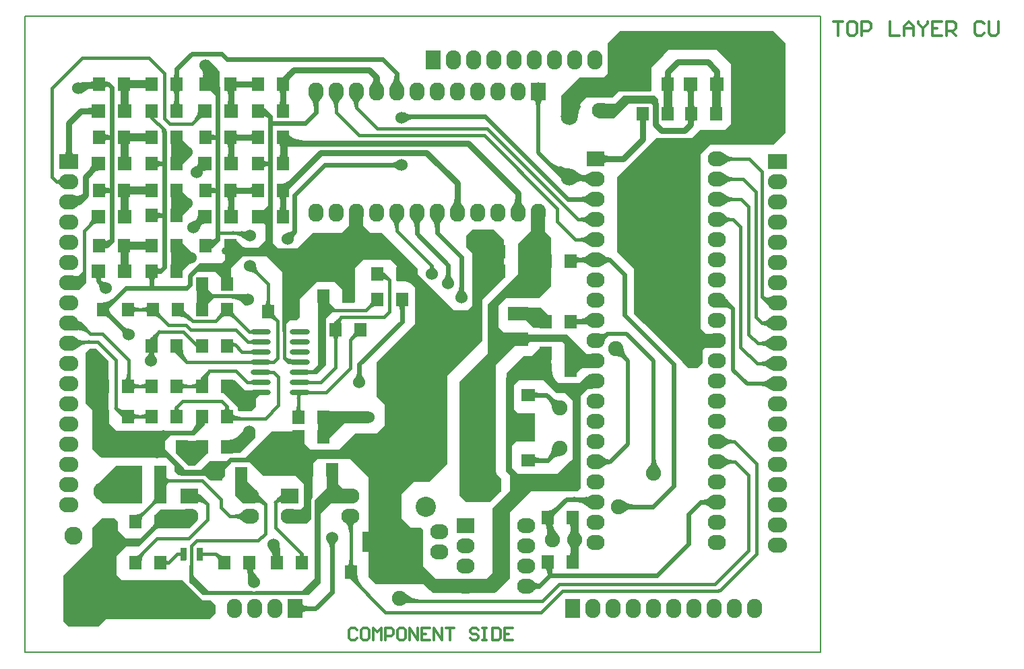
<source format=gtl>
%FSLAX25Y25*%
%MOIN*%
G70*
G01*
G75*
G04 Layer_Physical_Order=1*
G04 Layer_Color=255*
%ADD10C,0.04000*%
%ADD11C,0.01800*%
%ADD12C,0.02400*%
%ADD13C,0.03000*%
%ADD14C,0.02200*%
%ADD15C,0.02000*%
%ADD16C,0.04400*%
%ADD17C,0.01600*%
%ADD18R,0.05906X0.06693*%
%ADD19R,0.10236X0.06693*%
%ADD20R,0.02362X0.06299*%
%ADD21R,0.06693X0.06693*%
%ADD22R,0.06693X0.05906*%
%ADD23O,0.09843X0.02756*%
%ADD24C,0.00800*%
%ADD25C,0.01200*%
%ADD26C,0.01400*%
%ADD27R,0.07500X0.09500*%
%ADD28O,0.07500X0.09500*%
%ADD29C,0.07500*%
%ADD30O,0.07500X0.09000*%
%ADD31R,0.07500X0.09000*%
%ADD32C,0.08500*%
%ADD33C,0.09000*%
%ADD34R,0.09500X0.07500*%
%ADD35O,0.09500X0.07500*%
%ADD36O,0.09000X0.07500*%
%ADD37R,0.09000X0.07500*%
%ADD38C,0.10000*%
%ADD39C,0.06000*%
G36*
X507500Y503000D02*
Y500000D01*
X506500Y499000D01*
X500000Y492500D01*
X493500D01*
Y496500D01*
X494500D01*
X496500Y498500D01*
X501500Y503500D01*
X507000D01*
X507500Y503000D01*
D02*
G37*
G36*
X483000Y498000D02*
X484000Y497000D01*
Y492500D01*
X477500Y486000D01*
X474500D01*
X468500Y492000D01*
Y498500D01*
X482500D01*
X483000Y498000D01*
D02*
G37*
G36*
X651000Y602000D02*
X651500Y601500D01*
X654000Y599000D01*
Y589500D01*
Y575000D01*
X648500Y569500D01*
X648000Y569000D01*
X631500D01*
X628000Y565500D01*
Y554500D01*
X630500Y552000D01*
X635026D01*
X635154Y551517D01*
X632500Y550000D01*
X632000Y549500D01*
X635000D01*
X636000Y548500D01*
Y545500D01*
X628500Y538000D01*
X626500Y536000D01*
Y529500D01*
Y482500D01*
X629000Y480000D01*
Y473500D01*
X623500Y468000D01*
X612000D01*
X608500Y471500D01*
Y486500D01*
Y527500D01*
X622000Y541000D01*
X624500Y543500D01*
Y548500D01*
X622500Y550500D01*
Y561500D01*
Y566000D01*
X623500Y567000D01*
X637500Y581000D01*
Y586000D01*
Y596000D01*
X638000Y596500D01*
X644000Y602500D01*
Y611500D01*
X651000D01*
Y602000D01*
D02*
G37*
G36*
X500500Y525500D02*
X502500Y523500D01*
X510000D01*
Y521500D01*
X508000Y519500D01*
Y516500D01*
Y515500D01*
X505500Y513000D01*
X499500D01*
X499000Y513500D01*
Y515000D01*
X498000Y516000D01*
X491000Y523000D01*
Y526000D01*
Y527500D01*
X492000Y528500D01*
X497500D01*
X500500Y525500D01*
D02*
G37*
G36*
X563500Y507000D02*
X551500D01*
X543500Y499000D01*
X538500D01*
Y511000D01*
Y512000D01*
X539500Y513000D01*
X563500D01*
Y507000D01*
D02*
G37*
G36*
X637500Y512000D02*
X646000D01*
Y498000D01*
X636500D01*
X634500Y496000D01*
X633000D01*
Y513500D01*
X634500Y515000D01*
X637500Y512000D01*
D02*
G37*
G36*
X503500Y478500D02*
X508500Y473500D01*
X505000Y467500D01*
X501500D01*
X498500Y470500D01*
X497500Y471500D01*
Y480500D01*
Y485500D01*
X503500D01*
Y478500D01*
D02*
G37*
G36*
X481500Y439000D02*
X479000D01*
X478549Y439451D01*
Y445401D01*
X478648Y445500D01*
X481500D01*
Y439000D01*
D02*
G37*
G36*
X473451Y439451D02*
X473000Y439000D01*
X470500D01*
Y441500D01*
Y445500D01*
X473451D01*
Y439451D01*
D02*
G37*
G36*
X548500Y477000D02*
X550500Y475000D01*
X551000Y474500D01*
X555000D01*
Y467500D01*
X545000D01*
X542500Y465000D01*
X540000Y462500D01*
Y449500D01*
Y428000D01*
X538000Y426000D01*
X534000Y422000D01*
X481500D01*
X476000Y427500D01*
X475000Y428500D01*
Y431500D01*
X477000D01*
X484500Y424000D01*
X505939D01*
X507000Y423860D01*
X508061Y424000D01*
X530500D01*
X537000Y430500D01*
Y445500D01*
Y469000D01*
X541000Y473000D01*
X543000Y475000D01*
Y484500D01*
X548500D01*
Y477000D01*
D02*
G37*
G36*
X463500Y480500D02*
X464500Y479500D01*
X466500D01*
X466897Y478945D01*
X466668Y478500D01*
X463500D01*
Y467500D01*
X458000D01*
X457000Y468500D01*
X457500Y469000D01*
Y486000D01*
X463500D01*
Y480500D01*
D02*
G37*
G36*
X451500Y467500D02*
X432000D01*
X428500Y471000D01*
X429000Y476500D01*
X438500Y486000D01*
X451500D01*
Y467500D01*
D02*
G37*
G36*
X479000Y459000D02*
X475000Y455000D01*
X459000D01*
X453500Y449500D01*
X450000Y446000D01*
X443500D01*
X439000Y441500D01*
Y434000D01*
Y432000D01*
X441500Y429500D01*
X471500D01*
X478000Y423000D01*
X481500Y419500D01*
X485500D01*
X488000Y417000D01*
Y413000D01*
X485000Y410000D01*
X433500D01*
X430000Y406500D01*
X415000D01*
X414500Y407000D01*
X412500Y409000D01*
Y410000D01*
Y416000D01*
Y431500D01*
X427000Y446000D01*
Y455500D01*
X430000Y458500D01*
X431500Y460000D01*
X438000D01*
X439500Y458500D01*
Y456500D01*
Y454000D01*
X443500Y450000D01*
X450500D01*
X454500Y454000D01*
X457500Y457000D01*
Y461500D01*
X460500Y464500D01*
X475000D01*
X479000Y459000D01*
D02*
G37*
G36*
X662500Y550500D02*
X665500Y547500D01*
X671500Y541500D01*
X676132D01*
X676472Y541133D01*
X676000Y535000D01*
X675500Y534500D01*
X669000D01*
X665500Y531000D01*
X665000Y530500D01*
X660500D01*
Y546500D01*
X659500Y547500D01*
X643500D01*
X642000Y546000D01*
X641500Y546500D01*
Y551000D01*
X662000D01*
X662500Y550500D01*
D02*
G37*
G36*
X471000Y623847D02*
Y622500D01*
X475000Y618500D01*
Y613500D01*
X470500Y609000D01*
Y608500D01*
X466000D01*
Y612000D01*
Y623000D01*
X469500D01*
X470538Y624038D01*
X471000Y623847D01*
D02*
G37*
G36*
X515000Y611500D02*
Y597500D01*
X519500Y593000D01*
Y592500D01*
X527000D01*
X532500Y598000D01*
X536000Y601500D01*
X550500D01*
X554000Y605000D01*
Y611000D01*
X560500D01*
X560538Y611038D01*
X561000Y610847D01*
Y605000D01*
X563000Y603000D01*
X564500Y601500D01*
X570000D01*
X580500Y591000D01*
X588000Y583500D01*
Y581000D01*
X594500Y574500D01*
X606000Y563000D01*
X612500D01*
X614500Y565000D01*
X615000Y565500D01*
Y575500D01*
Y591500D01*
X612000Y594500D01*
Y600000D01*
X615000Y603000D01*
X625500D01*
X629500Y599000D01*
X630500Y598000D01*
Y585500D01*
Y579000D01*
X628500Y577000D01*
X620000Y568500D01*
Y554000D01*
Y548000D01*
X611000Y539000D01*
X609000Y537000D01*
X602500Y530500D01*
Y487000D01*
X593500Y478000D01*
X586000D01*
X580000Y472000D01*
Y461500D01*
Y460000D01*
X584500Y455500D01*
X589500D01*
X590500Y454500D01*
Y449500D01*
Y436500D01*
X595000Y432000D01*
X597000Y430000D01*
X622000D01*
X625000Y433000D01*
Y465000D01*
X633000Y473000D01*
X633500Y473500D01*
Y480500D01*
Y481500D01*
X632000Y483000D01*
X631500Y483500D01*
Y488000D01*
X633000D01*
Y486500D01*
X636962Y482538D01*
X637500Y482000D01*
X657000D01*
X663500Y488500D01*
X664500Y489500D01*
Y502500D01*
Y509500D01*
Y518500D01*
X661000Y522000D01*
X656500D01*
X652500Y526000D01*
X650000Y528500D01*
X638000D01*
X635500Y526000D01*
X633000D01*
X632000Y527000D01*
Y529500D01*
Y532000D01*
X637000Y537000D01*
X640500Y540500D01*
X644500D01*
X649000Y545000D01*
X654000D01*
Y529000D01*
X655500Y527500D01*
X656000Y527000D01*
X668000D01*
X671500Y530500D01*
X672500Y531500D01*
X676500D01*
Y524500D01*
X672500D01*
X670000Y522000D01*
X668500Y520500D01*
Y509500D01*
Y508000D01*
Y475000D01*
X667000Y473500D01*
X644000D01*
X641500Y471000D01*
X639064Y468564D01*
X633500Y463000D01*
Y454500D01*
Y430500D01*
X626500Y423500D01*
X626000Y423000D01*
X595500D01*
X594000Y424500D01*
X591000Y427500D01*
X567000D01*
X564500Y430000D01*
X563500Y431000D01*
Y443500D01*
X560500D01*
Y453500D01*
X563500D01*
Y480500D01*
X554500Y489500D01*
X538500D01*
X536000Y487000D01*
Y484500D01*
Y470500D01*
X535500Y470000D01*
Y469635D01*
X535493Y469624D01*
X535369Y469000D01*
Y459869D01*
X534500Y459000D01*
X533000Y457500D01*
X524500D01*
Y464500D01*
X530000D01*
X531500Y466000D01*
Y474000D01*
Y477000D01*
X531000Y477500D01*
X530500Y478000D01*
X527500Y481000D01*
X511500D01*
X504500Y488000D01*
X496000D01*
X495500Y487500D01*
X492500Y484500D01*
Y481000D01*
X490500Y479000D01*
X485000D01*
X484500Y479500D01*
X483000Y481000D01*
X482407D01*
X482175Y481155D01*
X481200Y481349D01*
X469651D01*
X469500Y481500D01*
X467500Y483500D01*
Y486000D01*
X463500Y490000D01*
X431500D01*
X431000Y490500D01*
X427000Y494500D01*
Y513500D01*
X423500Y517000D01*
Y537500D01*
Y542000D01*
X425500Y544000D01*
X429000D01*
X431000Y542000D01*
X435000Y538000D01*
Y513500D01*
Y508000D01*
X434500D01*
X435000Y507500D01*
X439000Y503500D01*
X465000D01*
X466538Y501962D01*
X466347Y501500D01*
X466000D01*
X463000Y498500D01*
Y494000D01*
X473000Y484000D01*
X480500D01*
X483000Y486500D01*
X485000Y488500D01*
X495000D01*
X496500Y490000D01*
X502500D01*
X504000Y491500D01*
X515500Y503000D01*
X530000D01*
Y499000D01*
X531500Y497500D01*
X535000Y494000D01*
X549000D01*
X557000Y502000D01*
X567500D01*
X571500Y506000D01*
Y510500D01*
Y516500D01*
X569000Y519000D01*
X567500Y520500D01*
Y531500D01*
Y537500D01*
X580500Y550500D01*
X581500Y551500D01*
X586500Y556500D01*
Y568500D01*
Y574500D01*
X583500Y577500D01*
X577500D01*
Y585000D01*
X574500Y588000D01*
X561000D01*
X557500Y584500D01*
X557000Y584000D01*
Y571500D01*
Y567500D01*
X556500Y567000D01*
X556000Y567500D01*
X552000D01*
Y569500D01*
X551000Y570500D01*
Y573000D01*
X548000Y576000D01*
X547000Y577000D01*
X538000D01*
X529500Y568500D01*
Y564000D01*
Y559500D01*
X529000Y559000D01*
X528000Y558000D01*
X524500D01*
X522500Y556000D01*
Y552153D01*
X522038Y551962D01*
X521500Y552500D01*
Y552500D01*
X521403D01*
X521049Y552854D01*
Y557898D01*
X521000Y558144D01*
Y582000D01*
X518500Y584500D01*
X513000Y590000D01*
X501500D01*
X500500Y589000D01*
X495500Y584000D01*
Y575153D01*
X495038Y574962D01*
X491500Y578500D01*
X488000Y582000D01*
X478500D01*
X477447Y580946D01*
X476845D01*
Y580500D01*
X475000D01*
X474500Y581000D01*
X480000Y586500D01*
X491000D01*
X492500Y588000D01*
Y592500D01*
X498000Y598000D01*
X502000Y594000D01*
X509000D01*
X512500Y597500D01*
Y605500D01*
X510000Y608000D01*
Y611000D01*
X514500Y615500D01*
X515000D01*
Y611500D01*
D02*
G37*
G36*
X476000Y592000D02*
Y587000D01*
X471500Y582500D01*
X467000D01*
X466500Y583000D01*
X466000Y583500D01*
Y595000D01*
Y596500D01*
X467000Y597500D01*
X470500D01*
X476000Y592000D01*
D02*
G37*
G36*
X470500Y648500D02*
X475000Y644000D01*
X475500Y643500D01*
Y642500D01*
Y639500D01*
X471500Y635500D01*
X466500D01*
X466000Y636000D01*
Y638000D01*
Y647000D01*
X468000Y649000D01*
X470500D01*
Y648500D01*
D02*
G37*
G36*
X489000Y682500D02*
X490000Y681500D01*
Y669000D01*
X488000D01*
Y669500D01*
X485000Y672500D01*
X483000Y674500D01*
Y684500D01*
Y687000D01*
X484500D01*
X489000Y682500D01*
D02*
G37*
G36*
X706500Y668000D02*
X707000Y667500D01*
Y665000D01*
X704500D01*
X704412Y664912D01*
X703950Y665104D01*
Y665447D01*
X703054D01*
X703000Y665500D01*
X692500D01*
X691000Y664000D01*
X685000Y658000D01*
X677500D01*
X675500Y660000D01*
Y661000D01*
X675000Y661500D01*
Y662500D01*
X678000Y665500D01*
X685500D01*
X688500Y668500D01*
X689500Y669500D01*
X705000D01*
X706500Y668000D01*
D02*
G37*
G36*
X463600Y652600D02*
Y651362D01*
X463238Y651016D01*
X461400Y651100D01*
Y652900D01*
X461700Y653200D01*
X463000D01*
X463600Y652600D01*
D02*
G37*
G36*
X653000Y560500D02*
X652500Y560000D01*
Y554500D01*
X645000D01*
X641500Y558000D01*
X634000D01*
Y564500D01*
X649000D01*
X653000Y560500D01*
D02*
G37*
G36*
X770000Y695500D02*
Y670500D01*
Y651000D01*
X768500Y649500D01*
X764000Y645000D01*
X732500D01*
X731500Y644000D01*
X728000Y640500D01*
Y639000D01*
Y624500D01*
Y554000D01*
X729500Y552500D01*
X730500Y551500D01*
X736000D01*
Y544500D01*
X730000D01*
X729000Y543500D01*
Y541500D01*
Y537000D01*
X726500Y534500D01*
X722000D01*
X719000Y537500D01*
X713500Y543000D01*
X713000Y543500D01*
X710500Y546000D01*
X700000Y556500D01*
X695000Y561500D01*
Y579500D01*
Y583500D01*
X688500Y590000D01*
X686500Y592000D01*
Y612500D01*
Y629000D01*
X694000Y636500D01*
X706000Y648500D01*
X723500D01*
X727500Y652500D01*
X740000D01*
X743000Y655500D01*
Y670500D01*
Y685000D01*
X736000Y692000D01*
X712000D01*
X709500Y689500D01*
X703500Y683500D01*
Y672000D01*
X703000Y671500D01*
X687500D01*
X686000Y670000D01*
X684500Y668500D01*
X671500D01*
X669000Y666000D01*
X667000Y664000D01*
Y658500D01*
X659000D01*
Y669500D01*
X662000Y672500D01*
X668000Y678500D01*
X680000D01*
X682000Y680500D01*
Y686500D01*
Y695500D01*
X682500Y696000D01*
X688000Y701500D01*
X764000D01*
X770000Y695500D01*
D02*
G37*
G36*
X544000Y567000D02*
X547538Y563462D01*
X547347Y563000D01*
X546500D01*
X542500Y559000D01*
Y551500D01*
Y536000D01*
X539000Y532500D01*
X538000Y531500D01*
X532000D01*
Y533500D01*
X536000D01*
X538000Y535500D01*
X538500Y536000D01*
Y567000D01*
Y567500D01*
Y568500D01*
X544000D01*
Y567000D01*
D02*
G37*
G36*
X423000Y581600D02*
X423800Y580800D01*
Y576800D01*
X421200Y574200D01*
X420100Y573100D01*
X415400D01*
Y580200D01*
X420200D01*
X422000Y582000D01*
X423000D01*
Y581600D01*
D02*
G37*
G36*
X486500Y571000D02*
X504000D01*
Y565500D01*
X502500D01*
X499500Y568500D01*
X499000Y569000D01*
X486898D01*
X481398Y563500D01*
X478500D01*
Y566000D01*
Y577000D01*
X479500Y578000D01*
X486500Y571000D01*
D02*
G37*
%LPC*%
G36*
X533000Y486000D02*
Y484500D01*
X534500D01*
X533000Y486000D01*
D02*
G37*
G36*
X632000Y549500D02*
X628000D01*
Y548500D01*
X631000D01*
X632000Y549500D01*
D02*
G37*
%LPD*%
D10*
X625489Y477180D02*
G03*
X625065Y481043I-4604J1449D01*
G01*
X624500Y483775D02*
G03*
X627071Y477567I8779J0D01*
G01*
X624500Y483775D02*
G03*
X627071Y477567I8779J0D01*
G01*
X714069Y551531D02*
G03*
X720300Y548950I6231J6231D01*
G01*
X705137Y575363D02*
G03*
X703900Y572375I2987J-2987D01*
G01*
D02*
G03*
X702663Y575363I-4225J0D01*
G01*
X442996Y671356D02*
G03*
X441929Y673933I-3644J0D01*
G01*
X442996Y591356D02*
G03*
X441929Y593933I-3644J0D01*
G01*
X442996Y618798D02*
G03*
X441929Y621375I-3644J0D01*
G01*
X442996Y645077D02*
G03*
X441929Y647654I-3644J0D01*
G01*
X633500Y504500D02*
G03*
X641252Y509319I0J8644D01*
G01*
X642168Y507947D02*
G03*
X638432Y506105I355J-5431D01*
G01*
X641339Y500537D02*
G03*
X633500Y504500I-7839J-5772D01*
G01*
X637999Y503207D02*
G03*
X642001Y502049I3398J4251D01*
G01*
X664276Y541880D02*
G03*
X673643Y538000I9367J9367D01*
G01*
X667979Y539742D02*
G03*
X663849Y540286I-2721J-4713D01*
G01*
X665901Y539301D02*
G03*
X663602Y540253I-2299J-2299D01*
G01*
X652350Y533106D02*
G03*
X655148Y526352I9552J0D01*
G01*
X675816Y538000D02*
G03*
X664276Y533220I0J-16320D01*
G01*
X580928Y581083D02*
G03*
X584232Y578547I4713J2721D01*
G01*
X588201Y576299D02*
G03*
X580102Y579654I-8099J-8099D01*
G01*
X492948Y592452D02*
G03*
X494279Y591900I1332J1332D01*
G01*
X495776Y595280D02*
G03*
X503936Y591900I8160J8160D01*
G01*
X499479Y593142D02*
G03*
X495349Y593686I-2721J-4713D01*
G01*
X589779Y547620D02*
G03*
X591900Y552742I-5121J5121D01*
G01*
D02*
G03*
X594021Y547620I7243J0D01*
G01*
X674375Y536484D02*
G03*
X671549Y536857I-1862J-3226D01*
G01*
X674013Y536763D02*
G03*
X671025Y538000I-2987J-2987D01*
G01*
D02*
G03*
X674013Y539237I0J4225D01*
G01*
X670092Y538952D02*
G03*
X674375Y539515I1461J5452D01*
G01*
X675041Y526263D02*
G03*
X668500Y524000I-943J-7860D01*
G01*
X558737Y609513D02*
G03*
X557500Y606525I2987J-2987D01*
G01*
D02*
G03*
X556263Y609513I-4225J0D01*
G01*
X714069Y551531D02*
G03*
X720300Y548950I6231J6231D01*
G01*
X705137Y575363D02*
G03*
X703900Y572375I2987J-2987D01*
G01*
D02*
G03*
X702663Y575363I-4225J0D01*
G01*
X442996Y671356D02*
G03*
X441929Y673933I-3644J0D01*
G01*
X442996Y591356D02*
G03*
X441929Y593933I-3644J0D01*
G01*
X442996Y618798D02*
G03*
X441929Y621375I-3644J0D01*
G01*
X442996Y645077D02*
G03*
X441929Y647654I-3644J0D01*
G01*
X633500Y504500D02*
G03*
X641252Y509319I0J8644D01*
G01*
X641339Y500537D02*
G03*
X633500Y504500I-7839J-5772D01*
G01*
X664276Y541880D02*
G03*
X673643Y538000I9367J9367D01*
G01*
X665901Y539301D02*
G03*
X663602Y540253I-2299J-2299D01*
G01*
X652350Y533106D02*
G03*
X655148Y526352I9552J0D01*
G01*
X675816Y538000D02*
G03*
X664276Y533220I0J-16320D01*
G01*
X588201Y576299D02*
G03*
X580102Y579654I-8099J-8099D01*
G01*
X492948Y592452D02*
G03*
X494279Y591900I1332J1332D01*
G01*
X495776Y595280D02*
G03*
X503936Y591900I8160J8160D01*
G01*
X589779Y547620D02*
G03*
X591900Y552742I-5121J5121D01*
G01*
D02*
G03*
X594021Y547620I7243J0D01*
G01*
X674013Y536763D02*
G03*
X671025Y538000I-2987J-2987D01*
G01*
D02*
G03*
X674013Y539237I0J4225D01*
G01*
X675041Y526263D02*
G03*
X668500Y524000I-943J-7860D01*
G01*
X558737Y609513D02*
G03*
X557500Y606525I2987J-2987D01*
G01*
D02*
G03*
X556263Y609513I-4225J0D01*
G01*
X591900Y552742D02*
G03*
X594021Y547620I7243J0D01*
G01*
X589779D02*
G03*
X591900Y552742I-5121J5121D01*
G01*
X546000Y475000D02*
G03*
X553421Y472719I5863J5863D01*
G01*
X670092Y538952D02*
G03*
X674375Y539515I1461J5452D01*
G01*
X670092Y538952D02*
G03*
X674375Y539515I1461J5452D01*
G01*
X671025Y538000D02*
G03*
X674013Y539237I0J4225D01*
G01*
Y536763D02*
G03*
X671025Y538000I-2987J-2987D01*
G01*
X674375Y536484D02*
G03*
X671549Y536857I-1862J-3226D01*
G01*
X674375Y536484D02*
G03*
X671549Y536857I-1862J-3226D01*
G01*
X675041Y526263D02*
G03*
X668500Y524000I-943J-7860D01*
G01*
X557500Y606525D02*
G03*
X556263Y609513I-4225J0D01*
G01*
X558737D02*
G03*
X557500Y606525I2987J-2987D01*
G01*
X665500Y455639D02*
G03*
X663929Y459433I-5365J0D01*
G01*
Y439567D02*
G03*
X665500Y443361I-3793J3793D01*
G01*
X442996Y671356D02*
G03*
X441929Y673933I-3644J0D01*
G01*
X442996Y591356D02*
G03*
X441929Y593933I-3644J0D01*
G01*
X442996Y618798D02*
G03*
X441929Y621375I-3644J0D01*
G01*
X442996Y645077D02*
G03*
X441929Y647654I-3644J0D01*
G01*
X642168Y507947D02*
G03*
X638432Y506105I355J-5431D01*
G01*
X642168Y507947D02*
G03*
X638432Y506105I355J-5431D01*
G01*
X633500Y504500D02*
G03*
X641252Y509319I0J8644D01*
G01*
X637999Y503207D02*
G03*
X642001Y502049I3398J4251D01*
G01*
X637999Y503207D02*
G03*
X642001Y502049I3398J4251D01*
G01*
X641339Y500537D02*
G03*
X633500Y504500I-7839J-5772D01*
G01*
X667979Y539742D02*
G03*
X663849Y540286I-2721J-4713D01*
G01*
X664450Y541641D02*
G03*
X666666Y540286I2215J1135D01*
G01*
X667979Y539742D02*
G03*
X663849Y540286I-2721J-4713D01*
G01*
X665901Y539301D02*
G03*
X663602Y540253I-2299J-2299D01*
G01*
X664276Y541880D02*
G03*
X673643Y538000I9367J9367D01*
G01*
X625489Y477180D02*
G03*
X625065Y481043I-4604J1449D01*
G01*
X625489Y477180D02*
G03*
X625065Y481043I-4604J1449D01*
G01*
X624500Y483775D02*
G03*
X627071Y477567I8779J0D01*
G01*
X652350Y533106D02*
G03*
X655148Y526352I9552J0D01*
G01*
X675816Y538000D02*
G03*
X664276Y533220I0J-16320D01*
G01*
X588201Y576299D02*
G03*
X580102Y579654I-8099J-8099D01*
G01*
X580928Y581083D02*
G03*
X584232Y578547I4713J2721D01*
G01*
X580928Y581083D02*
G03*
X584232Y578547I4713J2721D01*
G01*
X499479Y593142D02*
G03*
X495349Y593686I-2721J-4713D01*
G01*
X495950Y595041D02*
G03*
X498166Y593686I2215J1135D01*
G01*
X499479Y593142D02*
G03*
X495349Y593686I-2721J-4713D01*
G01*
X495776Y595280D02*
G03*
X503936Y591900I8160J8160D01*
G01*
X492948Y592452D02*
G03*
X494279Y591900I1332J1332D01*
G01*
X714069Y551531D02*
G03*
X720300Y548950I6231J6231D01*
G01*
X703900Y572375D02*
G03*
X702663Y575363I-4225J0D01*
G01*
X705137D02*
G03*
X703900Y572375I2987J-2987D01*
G01*
X665500Y445275D02*
G03*
X664263Y448263I-4225J0D01*
G01*
X666737D02*
G03*
X665500Y445275I2987J-2987D01*
G01*
Y453725D02*
G03*
X666737Y450737I4225J0D01*
G01*
X664263D02*
G03*
X665500Y453725I-2987J2987D01*
G01*
Y449500D02*
Y461000D01*
Y439102D02*
Y449500D01*
X624500Y478398D02*
Y548500D01*
Y565000D01*
X630500Y571000D01*
X646500D01*
X651398Y575898D01*
Y587500D01*
X495102Y591900D02*
Y595000D01*
X580102Y581000D02*
Y586398D01*
X574600Y591900D02*
X580102Y586398D01*
X557400Y591900D02*
X574600D01*
X591900Y545499D02*
Y572600D01*
X583500Y581000D02*
X591900Y572600D01*
X580102Y581000D02*
X583500D01*
X557400Y591900D02*
X557500Y592000D01*
X538500Y591900D02*
X557400D01*
X557500Y592000D02*
Y611500D01*
X515000Y591900D02*
X538500D01*
X633500Y504500D02*
Y529000D01*
Y504500D02*
X642000D01*
X633500Y529000D02*
X638000Y533500D01*
X651398D02*
Y541600D01*
Y530102D02*
Y533500D01*
Y530102D02*
X657500Y524000D01*
X668500D01*
X672500Y528000D01*
X676000D01*
X663602Y533500D02*
Y541600D01*
X667202Y538000D01*
X676000D01*
X718400Y547200D02*
X720300D01*
X703900Y561700D02*
X718400Y547200D01*
X703900Y561700D02*
Y576600D01*
X442602Y595000D02*
X442996Y594606D01*
Y609500D02*
Y622049D01*
X442602Y622443D02*
X442996Y622049D01*
X442602Y622443D02*
X456398D01*
X442602Y648721D02*
X456398D01*
X442602Y675000D02*
X456398D01*
X442996Y582500D02*
Y594606D01*
X442602Y595000D02*
X456398D01*
X442602Y648721D02*
X442996Y648328D01*
Y635582D02*
Y648328D01*
X442602Y675000D02*
X442996Y674606D01*
Y661861D02*
Y674606D01*
X638000Y533500D02*
X651398D01*
X545602Y475398D02*
Y484000D01*
X550000Y471000D02*
X554500D01*
X546000Y475000D02*
X550000Y471000D01*
X545602Y475398D02*
X546000Y475000D01*
X495102Y591900D02*
X515000D01*
D11*
X501716Y599554D02*
G03*
X504760Y600180I1170J2026D01*
G01*
X499961Y600567D02*
G03*
X503318Y601257I1290J2235D01*
G01*
X504788Y599788D02*
G03*
X500654Y601500I-4133J-4133D01*
G01*
X503515Y598515D02*
G03*
X496309Y601500I-7206J-7206D01*
G01*
X507100Y585000D02*
G03*
X508585Y581415I5070J0D01*
G01*
X508585Y581415D02*
G03*
X505000Y582900I-3585J-3585D01*
G01*
X507935Y581885D02*
G03*
X504940Y584706I-3780J-1013D01*
G01*
X505294Y585060D02*
G03*
X508115Y582065I3834J785D01*
G01*
X504500Y500900D02*
G03*
X500915Y499415I0J-5070D01*
G01*
X500915Y499415D02*
G03*
X502400Y503000I-3585J3585D01*
G01*
X503957Y500972D02*
G03*
X500983Y500580I-1014J-3785D01*
G01*
X499573Y499766D02*
G03*
X502472Y503544I-3111J5388D01*
G01*
X501385Y500065D02*
G03*
X504206Y503060I-1013J3780D01*
G01*
X503957Y500972D02*
G03*
X500983Y500580I-1014J-3785D01*
G01*
X499573Y499766D02*
G03*
X502472Y503544I-3111J5388D01*
G01*
X504398Y502718D02*
G03*
X501352Y501604I-857J-2378D01*
G01*
X504560Y502706D02*
G03*
X501565Y499885I785J-3834D01*
G01*
X505199Y429580D02*
G03*
X505114Y431624I-1598J958D01*
G01*
D02*
G03*
X507052Y430599I1998J1434D01*
G01*
X506777Y428701D02*
G03*
X506961Y432033I-1977J1780D01*
G01*
X505439Y429905D02*
G03*
X505657Y433849I-2341J2107D01*
G01*
X504602Y430396D02*
G03*
X506049Y427340I3951J0D01*
G01*
X504602Y434198D02*
G03*
X507190Y428732I7066J0D01*
G01*
X504602Y437999D02*
G03*
X508331Y430124I10181J0D01*
G01*
X504970Y429037D02*
G03*
X504602Y430398I-1367J361D01*
G01*
X504602Y430398D02*
G03*
X505860Y430264I712J712D01*
G01*
X501900Y516500D02*
G03*
X500415Y520085I-5070J0D01*
G01*
X500415Y520085D02*
G03*
X504000Y518600I3585J3585D01*
G01*
X503706Y516440D02*
G03*
X500885Y519435I-3834J-785D01*
G01*
X501065Y519615D02*
G03*
X504060Y516794I3780J1013D01*
G01*
X474515Y490485D02*
G03*
X476000Y494070I-3585J3585D01*
G01*
D02*
G03*
X477485Y490485I5070J0D01*
G01*
X593808Y582729D02*
G03*
X595000Y585000I-1567J2271D01*
G01*
D02*
G03*
X596192Y582729I2759J0D01*
G01*
X525706Y537233D02*
G03*
X523964Y538388I-2265J-1525D01*
G01*
X522000Y539500D02*
G03*
X526069Y537977I3707J3707D01*
G01*
X529984Y522162D02*
G03*
X528898Y519540I2622J-2622D01*
G01*
X529157Y520731D02*
G03*
X529215Y522292I-1447J836D01*
G01*
X482849Y574155D02*
G03*
X481398Y570650I3504J-3504D01*
G01*
D02*
G03*
X479946Y574155I-4956J0D01*
G01*
X482504Y659414D02*
G03*
X478328Y657684I0J-5906D01*
G01*
D02*
G03*
X480057Y661861I-4176J4176D01*
G01*
X529404Y440061D02*
G03*
X530602Y442397I-1680J2337D01*
G01*
D02*
G03*
X531801Y440061I2878J0D01*
G01*
X495244Y547127D02*
G03*
X497500Y546000I2256J1695D01*
G01*
X497500D02*
G03*
X495343Y544805I0J-2544D01*
G01*
X514142Y562173D02*
G03*
X517142Y559184I4101J1117D01*
G01*
X515950Y562106D02*
G03*
X517124Y559274I4005J0D01*
G01*
X518074Y558324D02*
G03*
X513898Y560053I-4176J-4176D01*
G01*
X512446Y564345D02*
G03*
X513898Y567849I-3504J3504D01*
G01*
D02*
G03*
X515349Y564345I4956J0D01*
G01*
X526075Y560054D02*
G03*
X522000Y558398I-76J-5655D01*
G01*
X522877Y559274D02*
G03*
X524050Y562106I-2832J2832D01*
G01*
X649345Y557894D02*
G03*
X648172Y560726I-4005J0D01*
G01*
X647599Y561299D02*
G03*
X651248Y559941I3309J3309D01*
G01*
X455446Y562048D02*
G03*
X451942Y563500I-3504J-3504D01*
G01*
D02*
G03*
X455446Y564952I0J4956D01*
G01*
X457141Y563173D02*
G03*
X460142Y560184I4101J1117D01*
G01*
X458950Y563106D02*
G03*
X460123Y560274I4005J0D01*
G01*
X461074Y559324D02*
G03*
X456898Y561054I-4176J-4176D01*
G01*
X471635Y540221D02*
G03*
X468464Y544895I-7228J-1491D01*
G01*
X468855Y545092D02*
G03*
X470664Y540336I6202J-362D01*
G01*
X470652Y544987D02*
G03*
X473500Y537500I9764J-570D01*
G01*
X470204Y543823D02*
G03*
X469619Y541387I2298J-1841D01*
G01*
Y541387D02*
G03*
X468013Y543140I-2271J-469D01*
G01*
X446054Y564952D02*
G03*
X449558Y563500I3504J3504D01*
G01*
D02*
G03*
X446054Y562048I0J-4956D01*
G01*
X497092Y523408D02*
G03*
X493602Y524854I-3489J-3489D01*
G01*
X500165Y520335D02*
G03*
X493602Y523054I-6562J-6562D01*
G01*
X493830Y525215D02*
G03*
X497782Y521934I5541J2652D01*
G01*
X495054Y527345D02*
G03*
X498302Y526000I3248J3248D01*
G01*
X498500D02*
G03*
X495118Y524509I0J-4581D01*
G01*
X479946Y524049D02*
G03*
X476442Y525500I-3504J-3504D01*
G01*
D02*
G03*
X479946Y526952I0J4956D01*
G01*
X480394Y527684D02*
G03*
X481398Y529397I-960J1713D01*
G01*
D02*
G03*
X482401Y527684I1964J0D01*
G01*
X482872Y530872D02*
G03*
X481640Y525967I3483J-3483D01*
G01*
X485000Y533000D02*
G03*
X483363Y526486I4625J-4625D01*
G01*
X470054Y526952D02*
G03*
X473558Y525500I3504J3504D01*
G01*
D02*
G03*
X470054Y524049I0J-4956D01*
G01*
X454946D02*
G03*
X451442Y525500I-3504J-3504D01*
G01*
D02*
G03*
X454946Y526952I0J4956D01*
G01*
X446054D02*
G03*
X449558Y525500I3504J3504D01*
G01*
D02*
G03*
X446054Y524049I0J-4956D01*
G01*
X443151Y527345D02*
G03*
X445000Y531809I-4464J4464D01*
G01*
Y529890D02*
G03*
X446054Y527345I3598J0D01*
G01*
X559602Y551053D02*
G03*
X555426Y549324I0J-5906D01*
G01*
X556377Y550274D02*
G03*
X557550Y553106I-2832J2832D01*
G01*
X556358Y550184D02*
G03*
X559359Y553173I-1100J4105D01*
G01*
X548849Y551655D02*
G03*
X547398Y548150I3504J-3504D01*
G01*
D02*
G03*
X545946Y551655I-4956J0D01*
G01*
X548288Y557788D02*
G03*
X547626Y554001I2364J-2364D01*
G01*
X550100Y559600D02*
G03*
X549255Y554767I3018J-3018D01*
G01*
X546652Y555806D02*
G03*
X547398Y556897I-426J1091D01*
G01*
D02*
G03*
X548143Y555806I1171J0D01*
G01*
X569787Y581803D02*
G03*
X571000Y581000I1213J515D01*
G01*
D02*
G03*
X569787Y580197I0J-1318D01*
G01*
X572268Y579732D02*
G03*
X568015Y580382I-2569J-2569D01*
G01*
X574000Y578000D02*
G03*
X568849Y578787I-3111J-3111D01*
G01*
X567898Y566053D02*
G03*
X563721Y564324I0J-5906D01*
G01*
X564672Y565274D02*
G03*
X565845Y568106I-2832J2832D01*
G01*
X564653Y565184D02*
G03*
X567654Y568173I-1100J4105D01*
G01*
X493602Y561054D02*
G03*
X489426Y559324I0J-5906D01*
G01*
X490377Y560274D02*
G03*
X491550Y563106I-2832J2832D01*
G01*
X495655D02*
G03*
X496901Y560099I4253J0D01*
G01*
X497604Y559396D02*
G03*
X493602Y561054I-4002J-4002D01*
G01*
X490358Y560184D02*
G03*
X493359Y563173I-1100J4105D01*
G01*
X479946Y565345D02*
G03*
X481398Y568850I-3504J3504D01*
G01*
D02*
G03*
X482849Y565345I4956J0D01*
G01*
X454946Y509049D02*
G03*
X451442Y510500I-3504J-3504D01*
G01*
D02*
G03*
X454946Y511951I0J4956D01*
G01*
X467339Y512511D02*
G03*
X468602Y515102I-2024J2591D01*
G01*
D02*
G03*
X469866Y512511I3288J0D01*
G01*
X495054Y511558D02*
G03*
X500022Y509500I4968J4968D01*
G01*
X497094D02*
G03*
X495054Y508655I0J-2886D01*
G01*
X492256Y512443D02*
G03*
X493602Y515397I-2568J2954D01*
G01*
D02*
G03*
X494949Y512443I3914J0D01*
G01*
X542849Y568155D02*
G03*
X541500Y564898I3257J-3257D01*
G01*
Y564403D02*
G03*
X539946Y568155I-5305J0D01*
G01*
X462295Y439161D02*
G03*
X464500Y438000I2205J1512D01*
G01*
D02*
G03*
X462295Y436839I0J-2674D01*
G01*
X448398Y440447D02*
G03*
X450188Y441188I0J2532D01*
G01*
X452612Y443612D02*
G03*
X450450Y438394I5218J-5218D01*
G01*
X448310Y438631D02*
G03*
X451429Y442046I-1735J4716D01*
G01*
X476281Y431701D02*
G03*
X476975Y430025I2370J0D01*
G01*
X476608Y430482D02*
G03*
X475859Y431457I-1551J-416D01*
G01*
X502054Y480155D02*
G03*
X500602Y476650I3504J-3504D01*
G01*
D02*
G03*
X499151Y480155I-4956J0D01*
G01*
X448398Y460947D02*
G03*
X452070Y462468I0J5194D01*
G01*
X451832Y462230D02*
G03*
X450450Y458894I3336J-3336D01*
G01*
X492154Y438327D02*
G03*
X489153Y441316I-4101J-1117D01*
G01*
X490345Y438394D02*
G03*
X489172Y441226I-4005J0D01*
G01*
X488221Y442176D02*
G03*
X492398Y440447I4176J4176D01*
G01*
X506380Y436580D02*
G03*
X505920Y433083I3991J-2304D01*
G01*
X506012Y432739D02*
G03*
X503610Y435810I-4811J-1289D01*
G01*
X506054Y436155D02*
G03*
X504602Y432651I3504J-3504D01*
G01*
D02*
G03*
X503151Y436155I-4956J0D01*
G01*
X547054Y482155D02*
G03*
X546000Y479610I2544J-2544D01*
G01*
Y477691D02*
G03*
X544151Y482155I-6313J0D01*
G01*
X527446Y511845D02*
G03*
X528898Y515349I-3504J3504D01*
G01*
D02*
G03*
X530349Y511845I4956J0D01*
G01*
X472554Y496951D02*
G03*
X476058Y495500I3504J3504D01*
G01*
D02*
G03*
X472554Y494049I0J-4956D01*
G01*
X479946D02*
G03*
X476442Y495500I-3504J-3504D01*
G01*
D02*
G03*
X479946Y496951I0J4956D01*
G01*
X494629Y497671D02*
G03*
X497757Y497260I2061J3570D01*
G01*
X498892Y497564D02*
G03*
X495381Y494868I1496J-5584D01*
G01*
X493602Y494347D02*
G03*
X497433Y495933I0J5418D01*
G01*
X493602Y496146D02*
G03*
X500506Y499006I0J9763D01*
G01*
X493602Y497947D02*
G03*
X503579Y502079I0J14109D01*
G01*
X495420Y496455D02*
G03*
X497000Y495500I1580J830D01*
G01*
D02*
G03*
X495420Y494545I0J-1785D01*
G01*
X498302Y499206D02*
G03*
X493821Y495767I1910J-7128D01*
G01*
X446054Y511951D02*
G03*
X449558Y510500I3504J3504D01*
G01*
D02*
G03*
X446054Y509049I0J-4956D01*
G01*
X440789Y512211D02*
G03*
X444545Y511140I2841J2841D01*
G01*
X438500Y514500D02*
G03*
X444135Y512892I4262J4262D01*
G01*
X641002Y563029D02*
G03*
X645178Y561299I4176J4176D01*
G01*
X645178D02*
G03*
X641002Y559569I0J-5906D01*
G01*
X523203Y470104D02*
G03*
X519117Y469617I-1734J-2839D01*
G01*
X522265Y468568D02*
G03*
X517500Y468000I-2022J-3310D01*
G01*
X556515Y458985D02*
G03*
X554795Y454832I4153J-4153D01*
G01*
Y453407D02*
G03*
X552485Y458985I-7888J0D01*
G01*
X501516Y471807D02*
G03*
X500602Y475397I-3478J1026D01*
G01*
X500665Y475335D02*
G03*
X504250Y473850I3585J3585D01*
G01*
X504996Y471076D02*
G03*
X502155Y474411I-3840J-394D01*
G01*
X510482Y469018D02*
G03*
X506100Y470010I-2977J-2977D01*
G01*
X512500Y467000D02*
G03*
X506701Y468313I-3940J-3940D01*
G01*
X480234Y470766D02*
G03*
X475456Y471690I-3073J-3073D01*
G01*
X482117Y468883D02*
G03*
X476162Y470034I-3829J-3829D01*
G01*
X484000Y467000D02*
G03*
X476869Y468379I-4585J-4585D01*
G01*
X478387Y472082D02*
G03*
X480000Y471000I1613J662D01*
G01*
D02*
G03*
X478387Y469918I0J-1744D01*
G01*
X673235Y605985D02*
G03*
X668369Y608000I-4865J-4865D01*
G01*
D02*
G03*
X673235Y610015I0J6881D01*
G01*
X738765Y500015D02*
G03*
X743631Y498000I4865J4865D01*
G01*
D02*
G03*
X738765Y495985I0J-6881D01*
G01*
Y490015D02*
G03*
X743631Y488000I4865J4865D01*
G01*
D02*
G03*
X738765Y485985I0J-6881D01*
G01*
X418370Y548629D02*
G03*
X421096Y547500I2727J2727D01*
G01*
X421028D02*
G03*
X417097Y545872I0J-5559D01*
G01*
X425373Y547500D02*
G03*
X418370Y544599I0J-9905D01*
G01*
X415826Y556082D02*
G03*
X421201Y553881I5344J5388D01*
G01*
X421611Y555889D02*
G03*
X416157Y557338I-3976J-3976D01*
G01*
X423806Y553694D02*
G03*
X416630Y555601I-5231J-5231D01*
G01*
X426000Y551500D02*
G03*
X417103Y553864I-6486J-6486D01*
G01*
X417094Y557360D02*
G03*
X421342Y555621I4223J4259D01*
G01*
X420790Y555618D02*
G03*
X418378Y554607I14J-3418D01*
G01*
X418923Y557849D02*
G03*
X420886Y556614I1962J943D01*
G01*
D02*
G03*
X418923Y555380I0J-2177D01*
G01*
X411894Y625175D02*
G03*
X409386Y626614I-2508J-1467D01*
G01*
D02*
G03*
X411894Y628053I0J2906D01*
G01*
X559515Y668735D02*
G03*
X557500Y663869I4865J-4865D01*
G01*
D02*
G03*
X555485Y668735I-6881J0D01*
G01*
X579515Y608735D02*
G03*
X577500Y603869I4865J-4865D01*
G01*
D02*
G03*
X575485Y608735I-6881J0D01*
G01*
X504788Y599788D02*
G03*
X500654Y601500I-4133J-4133D01*
G01*
X503515Y598515D02*
G03*
X496309Y601500I-7206J-7206D01*
G01*
X507100Y585000D02*
G03*
X508585Y581415I5070J0D01*
G01*
X508585Y581415D02*
G03*
X505000Y582900I-3585J-3585D01*
G01*
X504500Y500900D02*
G03*
X500915Y499415I0J-5070D01*
G01*
X500915Y499415D02*
G03*
X502400Y503000I-3585J3585D01*
G01*
X503957Y500972D02*
G03*
X500983Y500580I-1014J-3785D01*
G01*
X499573Y499766D02*
G03*
X502472Y503544I-3111J5388D01*
G01*
X504602Y430396D02*
G03*
X506049Y427340I3951J0D01*
G01*
X504602Y434198D02*
G03*
X507190Y428732I7066J0D01*
G01*
X504602Y437999D02*
G03*
X508331Y430124I10181J0D01*
G01*
X504970Y429037D02*
G03*
X504602Y430398I-1367J361D01*
G01*
X504602Y430398D02*
G03*
X505860Y430264I712J712D01*
G01*
X501900Y516500D02*
G03*
X500415Y520085I-5070J0D01*
G01*
X500415Y520085D02*
G03*
X504000Y518600I3585J3585D01*
G01*
X474515Y490485D02*
G03*
X476000Y494070I-3585J3585D01*
G01*
D02*
G03*
X477485Y490485I5070J0D01*
G01*
X593808Y582729D02*
G03*
X595000Y585000I-1567J2271D01*
G01*
D02*
G03*
X596192Y582729I2759J0D01*
G01*
X522000Y539500D02*
G03*
X526069Y537977I3707J3707D01*
G01*
X529984Y522162D02*
G03*
X528898Y519540I2622J-2622D01*
G01*
X482849Y574155D02*
G03*
X481398Y570650I3504J-3504D01*
G01*
D02*
G03*
X479946Y574155I-4956J0D01*
G01*
X482504Y659414D02*
G03*
X478328Y657684I0J-5906D01*
G01*
D02*
G03*
X480057Y661861I-4176J4176D01*
G01*
X529404Y440061D02*
G03*
X530602Y442397I-1680J2337D01*
G01*
D02*
G03*
X531801Y440061I2878J0D01*
G01*
X495244Y547127D02*
G03*
X497500Y546000I2256J1695D01*
G01*
X497500D02*
G03*
X495343Y544805I0J-2544D01*
G01*
X515950Y562106D02*
G03*
X517124Y559274I4005J0D01*
G01*
X518074Y558324D02*
G03*
X513898Y560053I-4176J-4176D01*
G01*
X512446Y564345D02*
G03*
X513898Y567849I-3504J3504D01*
G01*
D02*
G03*
X515349Y564345I4956J0D01*
G01*
X526075Y560054D02*
G03*
X522000Y558398I-76J-5655D01*
G01*
X522877Y559274D02*
G03*
X524050Y562106I-2832J2832D01*
G01*
X649345Y557894D02*
G03*
X648172Y560726I-4005J0D01*
G01*
X647599Y561299D02*
G03*
X651248Y559941I3309J3309D01*
G01*
X455446Y562048D02*
G03*
X451942Y563500I-3504J-3504D01*
G01*
D02*
G03*
X455446Y564952I0J4956D01*
G01*
X458950Y563106D02*
G03*
X460123Y560274I4005J0D01*
G01*
X461074Y559324D02*
G03*
X456898Y561054I-4176J-4176D01*
G01*
X468855Y545092D02*
G03*
X470664Y540336I6202J-362D01*
G01*
X470652Y544987D02*
G03*
X473500Y537500I9764J-570D01*
G01*
X446054Y564952D02*
G03*
X449558Y563500I3504J3504D01*
G01*
D02*
G03*
X446054Y562048I0J-4956D01*
G01*
X497092Y523408D02*
G03*
X493602Y524854I-3489J-3489D01*
G01*
X500165Y520335D02*
G03*
X493602Y523054I-6562J-6562D01*
G01*
X495054Y527345D02*
G03*
X498302Y526000I3248J3248D01*
G01*
X498500D02*
G03*
X495118Y524509I0J-4581D01*
G01*
X479946Y524049D02*
G03*
X476442Y525500I-3504J-3504D01*
G01*
D02*
G03*
X479946Y526952I0J4956D01*
G01*
X480394Y527684D02*
G03*
X481398Y529397I-960J1713D01*
G01*
D02*
G03*
X482401Y527684I1964J0D01*
G01*
X482872Y530872D02*
G03*
X481640Y525967I3483J-3483D01*
G01*
X485000Y533000D02*
G03*
X483363Y526486I4625J-4625D01*
G01*
X470054Y526952D02*
G03*
X473558Y525500I3504J3504D01*
G01*
D02*
G03*
X470054Y524049I0J-4956D01*
G01*
X454946D02*
G03*
X451442Y525500I-3504J-3504D01*
G01*
D02*
G03*
X454946Y526952I0J4956D01*
G01*
X446054D02*
G03*
X449558Y525500I3504J3504D01*
G01*
D02*
G03*
X446054Y524049I0J-4956D01*
G01*
X443151Y527345D02*
G03*
X445000Y531809I-4464J4464D01*
G01*
Y529890D02*
G03*
X446054Y527345I3598J0D01*
G01*
X559602Y551053D02*
G03*
X555426Y549324I0J-5906D01*
G01*
X556377Y550274D02*
G03*
X557550Y553106I-2832J2832D01*
G01*
X548849Y551655D02*
G03*
X547398Y548150I3504J-3504D01*
G01*
D02*
G03*
X545946Y551655I-4956J0D01*
G01*
X548288Y557788D02*
G03*
X547626Y554001I2364J-2364D01*
G01*
X550100Y559600D02*
G03*
X549255Y554767I3018J-3018D01*
G01*
X546652Y555806D02*
G03*
X547398Y556897I-426J1091D01*
G01*
D02*
G03*
X548143Y555806I1171J0D01*
G01*
X569787Y581803D02*
G03*
X571000Y581000I1213J515D01*
G01*
D02*
G03*
X569787Y580197I0J-1318D01*
G01*
X572268Y579732D02*
G03*
X568015Y580382I-2569J-2569D01*
G01*
X574000Y578000D02*
G03*
X568849Y578787I-3111J-3111D01*
G01*
X567898Y566053D02*
G03*
X563721Y564324I0J-5906D01*
G01*
X564672Y565274D02*
G03*
X565845Y568106I-2832J2832D01*
G01*
X493602Y561054D02*
G03*
X489426Y559324I0J-5906D01*
G01*
X490377Y560274D02*
G03*
X491550Y563106I-2832J2832D01*
G01*
X495655D02*
G03*
X496901Y560099I4253J0D01*
G01*
X497604Y559396D02*
G03*
X493602Y561054I-4002J-4002D01*
G01*
X479946Y565345D02*
G03*
X481398Y568850I-3504J3504D01*
G01*
D02*
G03*
X482849Y565345I4956J0D01*
G01*
X454946Y509049D02*
G03*
X451442Y510500I-3504J-3504D01*
G01*
D02*
G03*
X454946Y511951I0J4956D01*
G01*
X467339Y512511D02*
G03*
X468602Y515102I-2024J2591D01*
G01*
D02*
G03*
X469866Y512511I3288J0D01*
G01*
X495054Y511558D02*
G03*
X500022Y509500I4968J4968D01*
G01*
X497094D02*
G03*
X495054Y508655I0J-2886D01*
G01*
X492256Y512443D02*
G03*
X493602Y515397I-2568J2954D01*
G01*
D02*
G03*
X494949Y512443I3914J0D01*
G01*
X542849Y568155D02*
G03*
X541500Y564898I3257J-3257D01*
G01*
Y564403D02*
G03*
X539946Y568155I-5305J0D01*
G01*
X462295Y439161D02*
G03*
X464500Y438000I2205J1512D01*
G01*
D02*
G03*
X462295Y436839I0J-2674D01*
G01*
X448398Y440447D02*
G03*
X450188Y441188I0J2532D01*
G01*
X452612Y443612D02*
G03*
X450450Y438394I5218J-5218D01*
G01*
X476281Y431701D02*
G03*
X476975Y430025I2370J0D01*
G01*
X502054Y480155D02*
G03*
X500602Y476650I3504J-3504D01*
G01*
D02*
G03*
X499151Y480155I-4956J0D01*
G01*
X448398Y460947D02*
G03*
X452070Y462468I0J5194D01*
G01*
X451832Y462230D02*
G03*
X450450Y458894I3336J-3336D01*
G01*
X490345Y438394D02*
G03*
X489172Y441226I-4005J0D01*
G01*
X488221Y442176D02*
G03*
X492398Y440447I4176J4176D01*
G01*
X506054Y436155D02*
G03*
X504602Y432651I3504J-3504D01*
G01*
D02*
G03*
X503151Y436155I-4956J0D01*
G01*
X547054Y482155D02*
G03*
X546000Y479610I2544J-2544D01*
G01*
Y477691D02*
G03*
X544151Y482155I-6313J0D01*
G01*
X527446Y511845D02*
G03*
X528898Y515349I-3504J3504D01*
G01*
D02*
G03*
X530349Y511845I4956J0D01*
G01*
X472554Y496951D02*
G03*
X476058Y495500I3504J3504D01*
G01*
D02*
G03*
X472554Y494049I0J-4956D01*
G01*
X479946D02*
G03*
X476442Y495500I-3504J-3504D01*
G01*
D02*
G03*
X479946Y496951I0J4956D01*
G01*
X493602Y494347D02*
G03*
X497433Y495933I0J5418D01*
G01*
X493602Y496146D02*
G03*
X500506Y499006I0J9763D01*
G01*
X493602Y497947D02*
G03*
X503579Y502079I0J14109D01*
G01*
X495420Y496455D02*
G03*
X497000Y495500I1580J830D01*
G01*
D02*
G03*
X495420Y494545I0J-1785D01*
G01*
X446054Y511951D02*
G03*
X449558Y510500I3504J3504D01*
G01*
D02*
G03*
X446054Y509049I0J-4956D01*
G01*
X440789Y512211D02*
G03*
X444545Y511140I2841J2841D01*
G01*
X438500Y514500D02*
G03*
X444135Y512892I4262J4262D01*
G01*
X641002Y563029D02*
G03*
X645178Y561299I4176J4176D01*
G01*
X645178D02*
G03*
X641002Y559569I0J-5906D01*
G01*
X523203Y470104D02*
G03*
X519117Y469617I-1734J-2839D01*
G01*
X522265Y468568D02*
G03*
X517500Y468000I-2022J-3310D01*
G01*
X556515Y458985D02*
G03*
X554795Y454832I4153J-4153D01*
G01*
Y453407D02*
G03*
X552485Y458985I-7888J0D01*
G01*
X501516Y471807D02*
G03*
X500602Y475397I-3478J1026D01*
G01*
X500665Y475335D02*
G03*
X504250Y473850I3585J3585D01*
G01*
X510482Y469018D02*
G03*
X506100Y470010I-2977J-2977D01*
G01*
X512500Y467000D02*
G03*
X506701Y468313I-3940J-3940D01*
G01*
X480234Y470766D02*
G03*
X475456Y471690I-3073J-3073D01*
G01*
X482117Y468883D02*
G03*
X476162Y470034I-3829J-3829D01*
G01*
X484000Y467000D02*
G03*
X476869Y468379I-4585J-4585D01*
G01*
X478387Y472082D02*
G03*
X480000Y471000I1613J662D01*
G01*
D02*
G03*
X478387Y469918I0J-1744D01*
G01*
X673235Y605985D02*
G03*
X668369Y608000I-4865J-4865D01*
G01*
D02*
G03*
X673235Y610015I0J6881D01*
G01*
X738765Y500015D02*
G03*
X743631Y498000I4865J4865D01*
G01*
D02*
G03*
X738765Y495985I0J-6881D01*
G01*
Y490015D02*
G03*
X743631Y488000I4865J4865D01*
G01*
D02*
G03*
X738765Y485985I0J-6881D01*
G01*
X418370Y548629D02*
G03*
X421096Y547500I2727J2727D01*
G01*
X421028D02*
G03*
X417097Y545872I0J-5559D01*
G01*
X425373Y547500D02*
G03*
X418370Y544599I0J-9905D01*
G01*
X421611Y555889D02*
G03*
X416157Y557338I-3976J-3976D01*
G01*
X423806Y553694D02*
G03*
X416630Y555601I-5231J-5231D01*
G01*
X426000Y551500D02*
G03*
X417103Y553864I-6486J-6486D01*
G01*
X418923Y557849D02*
G03*
X420886Y556614I1962J943D01*
G01*
D02*
G03*
X418923Y555380I0J-2177D01*
G01*
X411894Y625175D02*
G03*
X409386Y626614I-2508J-1467D01*
G01*
D02*
G03*
X411894Y628053I0J2906D01*
G01*
X559515Y668735D02*
G03*
X557500Y663869I4865J-4865D01*
G01*
D02*
G03*
X555485Y668735I-6881J0D01*
G01*
X579515Y608735D02*
G03*
X577500Y603869I4865J-4865D01*
G01*
D02*
G03*
X575485Y608735I-6881J0D01*
G01*
X522265Y468568D02*
G03*
X517500Y468000I-2022J-3310D01*
G01*
X523203Y470104D02*
G03*
X519117Y469617I-1734J-2839D01*
G01*
X554795Y453407D02*
G03*
X552485Y458985I-7888J0D01*
G01*
X556515D02*
G03*
X554795Y454832I4153J-4153D01*
G01*
X497369Y461000D02*
G03*
X502235Y463015I0J6881D01*
G01*
Y458985D02*
G03*
X497369Y461000I-4865J-4865D01*
G01*
X512500Y467000D02*
G03*
X506701Y468313I-3940J-3940D01*
G01*
X510482Y469018D02*
G03*
X506100Y470010I-2977J-2977D01*
G01*
X504996Y471076D02*
G03*
X502155Y474411I-3840J-394D01*
G01*
X504996Y471076D02*
G03*
X502155Y474411I-3840J-394D01*
G01*
X500665Y475335D02*
G03*
X504250Y473850I3585J3585D01*
G01*
X501516Y471807D02*
G03*
X500602Y475397I-3478J1026D01*
G01*
X480000Y471000D02*
G03*
X478387Y469918I0J-1744D01*
G01*
Y472082D02*
G03*
X480000Y471000I1613J662D01*
G01*
X484000Y467000D02*
G03*
X476869Y468379I-4585J-4585D01*
G01*
X482117Y468883D02*
G03*
X476162Y470034I-3829J-3829D01*
G01*
X480234Y470766D02*
G03*
X475456Y471690I-3073J-3073D01*
G01*
X668369Y608000D02*
G03*
X673235Y610015I0J6881D01*
G01*
Y605985D02*
G03*
X668369Y608000I-4865J-4865D01*
G01*
X743631Y498000D02*
G03*
X738765Y495985I0J-6881D01*
G01*
Y500015D02*
G03*
X743631Y498000I4865J4865D01*
G01*
Y488000D02*
G03*
X738765Y485985I0J-6881D01*
G01*
Y490015D02*
G03*
X743631Y488000I4865J4865D01*
G01*
X425373Y547500D02*
G03*
X418370Y544599I0J-9905D01*
G01*
X421028Y547500D02*
G03*
X417097Y545872I0J-5559D01*
G01*
X418370Y548629D02*
G03*
X421096Y547500I2727J2727D01*
G01*
X419606Y553920D02*
G03*
X417530Y554018I-1134J-1982D01*
G01*
X419013Y555588D02*
G03*
X419606Y553920I1267J-489D01*
G01*
X420790Y555618D02*
G03*
X418378Y554607I14J-3418D01*
G01*
X417094Y557360D02*
G03*
X421342Y555621I4223J4259D01*
G01*
X420790Y555618D02*
G03*
X418378Y554607I14J-3418D01*
G01*
X417094Y557360D02*
G03*
X421342Y555621I4223J4259D01*
G01*
X420886Y556614D02*
G03*
X418923Y555380I0J-2177D01*
G01*
Y557849D02*
G03*
X420886Y556614I1962J943D01*
G01*
X415826Y556082D02*
G03*
X421201Y553881I5344J5388D01*
G01*
X415826Y556082D02*
G03*
X421201Y553881I5344J5388D01*
G01*
X426000Y551500D02*
G03*
X417103Y553864I-6486J-6486D01*
G01*
X423806Y553694D02*
G03*
X416630Y555601I-5231J-5231D01*
G01*
X421611Y555889D02*
G03*
X416157Y557338I-3976J-3976D01*
G01*
X417811Y579064D02*
G03*
X422900Y579700I2135J3590D01*
G01*
X416891Y577517D02*
G03*
X421263Y578063I1835J3084D01*
G01*
X409386Y626614D02*
G03*
X411894Y628053I0J2906D01*
G01*
Y625175D02*
G03*
X409386Y626614I-2508J-1467D01*
G01*
X557500Y663869D02*
G03*
X555485Y668735I-6881J0D01*
G01*
X559515D02*
G03*
X557500Y663869I4865J-4865D01*
G01*
X577500Y603869D02*
G03*
X575485Y608735I-6881J0D01*
G01*
X579515D02*
G03*
X577500Y603869I4865J-4865D01*
G01*
X524688Y538119D02*
G03*
X525908Y537936I752J864D01*
G01*
X525706Y537233D02*
G03*
X523964Y538388I-2265J-1525D01*
G01*
X525706Y537233D02*
G03*
X523964Y538388I-2265J-1525D01*
G01*
X522000Y539500D02*
G03*
X526069Y537977I3707J3707D01*
G01*
X529157Y520731D02*
G03*
X529215Y522292I-1447J836D01*
G01*
X529157Y520731D02*
G03*
X529215Y522292I-1447J836D01*
G01*
X529984Y522162D02*
G03*
X528898Y519540I2622J-2622D01*
G01*
X481398Y570650D02*
G03*
X479946Y574155I-4956J0D01*
G01*
X482849D02*
G03*
X481398Y570650I3504J-3504D01*
G01*
X478328Y657684D02*
G03*
X480057Y661861I-4176J4176D01*
G01*
X482504Y659414D02*
G03*
X478328Y657684I0J-5906D01*
G01*
X425828Y605324D02*
G03*
X427558Y609500I-4176J4176D01*
G01*
X430004Y607054D02*
G03*
X425828Y605324I0J-5906D01*
G01*
X554795Y439097D02*
G03*
X556349Y435345I5305J0D01*
G01*
X553446D02*
G03*
X554795Y438602I-3257J3257D01*
G01*
X556950Y433106D02*
G03*
X560172Y425328I11001J0D01*
G01*
X555150Y433106D02*
G03*
X557100Y428400I6655J0D01*
G01*
X530602Y442397D02*
G03*
X531801Y440061I2878J0D01*
G01*
X529404D02*
G03*
X530602Y442397I-1680J2337D01*
G01*
X497500Y546000D02*
G03*
X495343Y544805I0J-2544D01*
G01*
X495244Y547127D02*
G03*
X497500Y546000I2256J1695D01*
G01*
X514142Y562173D02*
G03*
X517142Y559184I4101J1117D01*
G01*
X514142Y562173D02*
G03*
X517142Y559184I4101J1117D01*
G01*
X518074Y558324D02*
G03*
X513898Y560053I-4176J-4176D01*
G01*
X515950Y562106D02*
G03*
X517124Y559274I4005J0D01*
G01*
X513898Y567849D02*
G03*
X515349Y564345I4956J0D01*
G01*
X512446D02*
G03*
X513898Y567849I-3504J3504D01*
G01*
X522877Y559274D02*
G03*
X524050Y562106I-2832J2832D01*
G01*
X526075Y560054D02*
G03*
X522000Y558398I-76J-5655D01*
G01*
X647599Y561299D02*
G03*
X651248Y559941I3309J3309D01*
G01*
X649345Y557894D02*
G03*
X648172Y560726I-4005J0D01*
G01*
X457141Y563173D02*
G03*
X460142Y560184I4101J1117D01*
G01*
X457141Y563173D02*
G03*
X460142Y560184I4101J1117D01*
G01*
X461074Y559324D02*
G03*
X456898Y561054I-4176J-4176D01*
G01*
X458950Y563106D02*
G03*
X460123Y560274I4005J0D01*
G01*
X451942Y563500D02*
G03*
X455446Y564952I0J4956D01*
G01*
Y562048D02*
G03*
X451942Y563500I-3504J-3504D01*
G01*
X475835Y558265D02*
G03*
X469102Y561054I-6733J-6733D01*
G01*
X472762Y561338D02*
G03*
X469102Y562853I-3660J-3660D01*
G01*
X469619Y541387D02*
G03*
X468013Y543140I-2271J-469D01*
G01*
X470204Y543823D02*
G03*
X469619Y541387I2298J-1841D01*
G01*
Y541387D02*
G03*
X468013Y543140I-2271J-469D01*
G01*
X470204Y543823D02*
G03*
X469619Y541387I2298J-1841D01*
G01*
X470652Y544987D02*
G03*
X473500Y537500I9764J-570D01*
G01*
X468855Y545092D02*
G03*
X470664Y540336I6202J-362D01*
G01*
X470984Y542063D02*
G03*
X468671Y543055I-2214J-1970D01*
G01*
X470533Y544408D02*
G03*
X470983Y542063I2194J-794D01*
G01*
X471635Y540221D02*
G03*
X468464Y544895I-7228J-1491D01*
G01*
X471635Y540221D02*
G03*
X468464Y544895I-7228J-1491D01*
G01*
X456398Y548898D02*
G03*
X457143Y547806I1171J0D01*
G01*
X455652D02*
G03*
X456398Y548898I-426J1091D01*
G01*
X456000Y541110D02*
G03*
X454946Y543655I-3598J0D01*
G01*
X457849D02*
G03*
X456000Y539191I4464J-4464D01*
G01*
X460000Y552500D02*
G03*
X458379Y546429I4436J-4436D01*
G01*
X457800Y550300D02*
G03*
X456642Y545960I3171J-3171D01*
G01*
X449558Y563500D02*
G03*
X446054Y562048I0J-4956D01*
G01*
Y564952D02*
G03*
X449558Y563500I3504J3504D01*
G01*
X498500Y526000D02*
G03*
X495118Y524509I0J-4581D01*
G01*
X495054Y527345D02*
G03*
X498302Y526000I3248J3248D01*
G01*
X493830Y525215D02*
G03*
X497782Y521934I5541J2652D01*
G01*
X493830Y525215D02*
G03*
X497782Y521934I5541J2652D01*
G01*
X500165Y520335D02*
G03*
X493602Y523054I-6562J-6562D01*
G01*
X497092Y523408D02*
G03*
X493602Y524854I-3489J-3489D01*
G01*
X485000Y533000D02*
G03*
X483363Y526486I4625J-4625D01*
G01*
X482872Y530872D02*
G03*
X481640Y525967I3483J-3483D01*
G01*
X481398Y529397D02*
G03*
X482401Y527684I1964J0D01*
G01*
X480394D02*
G03*
X481398Y529397I-960J1713D01*
G01*
X476442Y525500D02*
G03*
X479946Y526952I0J4956D01*
G01*
Y524049D02*
G03*
X476442Y525500I-3504J-3504D01*
G01*
X473558D02*
G03*
X470054Y524049I0J-4956D01*
G01*
Y526952D02*
G03*
X473558Y525500I3504J3504D01*
G01*
X451442D02*
G03*
X454946Y526952I0J4956D01*
G01*
Y524049D02*
G03*
X451442Y525500I-3504J-3504D01*
G01*
X445000Y529890D02*
G03*
X446054Y527345I3598J0D01*
G01*
X443318Y527495D02*
G03*
X445000Y531000I-2811J3505D01*
G01*
X449558Y525500D02*
G03*
X446054Y524049I0J-4956D01*
G01*
Y526952D02*
G03*
X449558Y525500I3504J3504D01*
G01*
X556358Y550184D02*
G03*
X559359Y553173I-1100J4105D01*
G01*
X556358Y550184D02*
G03*
X559359Y553173I-1100J4105D01*
G01*
X556377Y550274D02*
G03*
X557550Y553106I-2832J2832D01*
G01*
X559602Y551053D02*
G03*
X555426Y549324I0J-5906D01*
G01*
X547398Y556897D02*
G03*
X548143Y555806I1171J0D01*
G01*
X546652D02*
G03*
X547398Y556897I-426J1091D01*
G01*
X550100Y559600D02*
G03*
X549255Y554767I3018J-3018D01*
G01*
X548288Y557788D02*
G03*
X547626Y554001I2364J-2364D01*
G01*
X547398Y548150D02*
G03*
X545946Y551655I-4956J0D01*
G01*
X548849D02*
G03*
X547398Y548150I3504J-3504D01*
G01*
X574000Y578000D02*
G03*
X568849Y578787I-3111J-3111D01*
G01*
X572268Y579732D02*
G03*
X568015Y580382I-2569J-2569D01*
G01*
X571000Y581000D02*
G03*
X569787Y580197I0J-1318D01*
G01*
Y581803D02*
G03*
X571000Y581000I1213J515D01*
G01*
X564653Y565184D02*
G03*
X567654Y568173I-1100J4105D01*
G01*
X564653Y565184D02*
G03*
X567654Y568173I-1100J4105D01*
G01*
X564672Y565274D02*
G03*
X565845Y568106I-2832J2832D01*
G01*
X567898Y566053D02*
G03*
X563721Y564324I0J-5906D01*
G01*
X490358Y560184D02*
G03*
X493359Y563173I-1100J4105D01*
G01*
X490358Y560184D02*
G03*
X493359Y563173I-1100J4105D01*
G01*
X490377Y560274D02*
G03*
X491550Y563106I-2832J2832D01*
G01*
X493602Y561054D02*
G03*
X489426Y559324I0J-5906D01*
G01*
X497604Y559396D02*
G03*
X493602Y561054I-4002J-4002D01*
G01*
X495655Y563106D02*
G03*
X496901Y560099I4253J0D01*
G01*
X481398Y568850D02*
G03*
X482849Y565345I4956J0D01*
G01*
X479946D02*
G03*
X481398Y568850I-3504J3504D01*
G01*
X451442Y510500D02*
G03*
X454946Y511951I0J4956D01*
G01*
Y509049D02*
G03*
X451442Y510500I-3504J-3504D01*
G01*
X468602Y515102D02*
G03*
X469866Y512511I3288J0D01*
G01*
X467339D02*
G03*
X468602Y515102I-2024J2591D01*
G01*
X493602Y515397D02*
G03*
X494949Y512443I3914J0D01*
G01*
X492256D02*
G03*
X493602Y515397I-2568J2954D01*
G01*
X497094Y509500D02*
G03*
X495054Y508655I0J-2886D01*
G01*
Y511558D02*
G03*
X500022Y509500I4968J4968D01*
G01*
X541500Y564403D02*
G03*
X539946Y568155I-5305J0D01*
G01*
X542849D02*
G03*
X541500Y564898I3257J-3257D01*
G01*
X464500Y438000D02*
G03*
X462295Y436839I0J-2674D01*
G01*
Y439161D02*
G03*
X464500Y438000I2205J1512D01*
G01*
X448310Y438631D02*
G03*
X451429Y442046I-1735J4716D01*
G01*
X448310Y438631D02*
G03*
X451429Y442046I-1735J4716D01*
G01*
X452612Y443612D02*
G03*
X450450Y438394I5218J-5218D01*
G01*
X448398Y440447D02*
G03*
X450188Y441188I0J2532D01*
G01*
X476608Y430482D02*
G03*
X475859Y431457I-1551J-416D01*
G01*
X476608Y430482D02*
G03*
X475859Y431457I-1551J-416D01*
G01*
X476281Y431701D02*
G03*
X476975Y430025I2370J0D01*
G01*
X500602Y476650D02*
G03*
X499151Y480155I-4956J0D01*
G01*
X502054D02*
G03*
X500602Y476650I3504J-3504D01*
G01*
X451832Y462230D02*
G03*
X450450Y458894I3336J-3336D01*
G01*
X448398Y460947D02*
G03*
X452070Y462468I0J5194D01*
G01*
X460602Y476349D02*
G03*
X462054Y472845I4956J0D01*
G01*
X459151D02*
G03*
X460602Y476349I-3504J3504D01*
G01*
Y475102D02*
G03*
X461692Y473133I2324J0D01*
G01*
X459513D02*
G03*
X460602Y475102I-1234J1969D01*
G01*
D02*
G03*
X461692Y473133I2324J0D01*
G01*
X459513D02*
G03*
X460602Y475102I-1234J1969D01*
G01*
X464300Y478800D02*
G03*
X462570Y471978I4863J-4863D01*
G01*
X462162Y476662D02*
G03*
X460845Y471466I3705J-3705D01*
G01*
X460025Y474525D02*
G03*
X459119Y470953I2546J-2546D01*
G01*
X457376Y467774D02*
G03*
X458550Y470606I-2832J2832D01*
G01*
X460602Y468553D02*
G03*
X456426Y466824I0J-5906D01*
G01*
X492154Y438327D02*
G03*
X489153Y441316I-4101J-1117D01*
G01*
X492154Y438327D02*
G03*
X489153Y441316I-4101J-1117D01*
G01*
X488221Y442176D02*
G03*
X492398Y440447I4176J4176D01*
G01*
X490345Y438394D02*
G03*
X489172Y441226I-4005J0D01*
G01*
X506012Y432739D02*
G03*
X503610Y435810I-4811J-1289D01*
G01*
X506380Y436580D02*
G03*
X505920Y433083I3991J-2304D01*
G01*
X506012Y432739D02*
G03*
X503610Y435810I-4811J-1289D01*
G01*
X506380Y436580D02*
G03*
X505920Y433083I3991J-2304D01*
G01*
X504602Y432651D02*
G03*
X503151Y436155I-4956J0D01*
G01*
X506054D02*
G03*
X504602Y432651I3504J-3504D01*
G01*
X546000Y477691D02*
G03*
X544151Y482155I-6313J0D01*
G01*
X547054D02*
G03*
X546000Y479610I2544J-2544D01*
G01*
X528898Y515349D02*
G03*
X530349Y511845I4956J0D01*
G01*
X527446D02*
G03*
X528898Y515349I-3504J3504D01*
G01*
X476000Y495500D02*
G03*
X472566Y494061I0J-4815D01*
G01*
Y496939D02*
G03*
X476000Y495500I3434J3376D01*
G01*
X476442D02*
G03*
X479946Y496951I0J4956D01*
G01*
Y494049D02*
G03*
X476442Y495500I-3504J-3504D01*
G01*
X498302Y499206D02*
G03*
X493821Y495767I1910J-7128D01*
G01*
X498302Y499206D02*
G03*
X493821Y495767I1910J-7128D01*
G01*
X498892Y497564D02*
G03*
X495381Y494868I1496J-5584D01*
G01*
X494629Y497671D02*
G03*
X497757Y497260I2061J3570D01*
G01*
X498892Y497564D02*
G03*
X495381Y494868I1496J-5584D01*
G01*
X494629Y497671D02*
G03*
X497757Y497260I2061J3570D01*
G01*
X493602Y497947D02*
G03*
X503579Y502079I0J14109D01*
G01*
X493602Y496146D02*
G03*
X500506Y499006I0J9763D01*
G01*
X493602Y494347D02*
G03*
X497433Y495933I0J5418D01*
G01*
X497000Y495500D02*
G03*
X495420Y494545I0J-1785D01*
G01*
Y496455D02*
G03*
X497000Y495500I1580J830D01*
G01*
X438500Y514500D02*
G03*
X444135Y512892I4262J4262D01*
G01*
X440789Y512211D02*
G03*
X444545Y511140I2841J2841D01*
G01*
X449558Y510500D02*
G03*
X446054Y509049I0J-4956D01*
G01*
Y511951D02*
G03*
X449558Y510500I3504J3504D01*
G01*
X645178Y561299D02*
G03*
X641002Y559569I0J-5906D01*
G01*
Y563029D02*
G03*
X645178Y561299I4176J4176D01*
G01*
X460602Y477150D02*
G03*
X459151Y480655I-4956J0D01*
G01*
X462054D02*
G03*
X460602Y477151I3504J-3504D01*
G01*
X456000Y543070D02*
G03*
X457485Y539485I5070J0D01*
G01*
X454515D02*
G03*
X456000Y543070I-3585J3585D01*
G01*
X456708Y541832D02*
G03*
X457389Y539575I2160J-579D01*
G01*
X455097Y539896D02*
G03*
X456708Y541831I-1293J2714D01*
G01*
X503515Y598515D02*
G03*
X496309Y601500I-7206J-7206D01*
G01*
X504788Y599788D02*
G03*
X500654Y601500I-4133J-4133D01*
G01*
X499961Y600567D02*
G03*
X503318Y601257I1290J2235D01*
G01*
X501716Y599554D02*
G03*
X504760Y600180I1170J2026D01*
G01*
X499961Y600567D02*
G03*
X503318Y601257I1290J2235D01*
G01*
X501716Y599554D02*
G03*
X504760Y600180I1170J2026D01*
G01*
X505294Y585060D02*
G03*
X508115Y582065I3834J785D01*
G01*
X505294Y585060D02*
G03*
X508115Y582065I3834J785D01*
G01*
X507935Y581885D02*
G03*
X504940Y584706I-3780J-1013D01*
G01*
X507935Y581885D02*
G03*
X504940Y584706I-3780J-1013D01*
G01*
X508585Y581415D02*
G03*
X505000Y582900I-3585J-3585D01*
G01*
X507100Y585000D02*
G03*
X508585Y581415I5070J0D01*
G01*
X504560Y502706D02*
G03*
X501565Y499885I785J-3834D01*
G01*
X504560Y502706D02*
G03*
X501565Y499885I785J-3834D01*
G01*
X504398Y502718D02*
G03*
X501352Y501604I-857J-2378D01*
G01*
X504398Y502718D02*
G03*
X501352Y501604I-857J-2378D01*
G01*
X504398Y502718D02*
G03*
X501352Y501604I-857J-2378D01*
G01*
X501385Y500065D02*
G03*
X504206Y503060I-1013J3780D01*
G01*
X499573Y499766D02*
G03*
X502472Y503544I-3111J5388D01*
G01*
X503957Y500972D02*
G03*
X500983Y500580I-1014J-3785D01*
G01*
X501385Y500065D02*
G03*
X504206Y503060I-1013J3780D01*
G01*
X499573Y499766D02*
G03*
X502472Y503544I-3111J5388D01*
G01*
X503957Y500972D02*
G03*
X500983Y500580I-1014J-3785D01*
G01*
X499573Y499766D02*
G03*
X502472Y503544I-3111J5388D01*
G01*
X503957Y500972D02*
G03*
X500983Y500580I-1014J-3785D01*
G01*
X500915Y499415D02*
G03*
X502400Y503000I-3585J3585D01*
G01*
X504500Y500900D02*
G03*
X500915Y499415I0J-5070D01*
G01*
X504602Y430398D02*
G03*
X505860Y430264I712J712D01*
G01*
X504970Y429037D02*
G03*
X504602Y430398I-1367J361D01*
G01*
X505114Y431624D02*
G03*
X507052Y430599I1998J1434D01*
G01*
X505199Y429580D02*
G03*
X505114Y431624I-1598J958D01*
G01*
X505439Y429905D02*
G03*
X505657Y433849I-2341J2107D01*
G01*
X506777Y428701D02*
G03*
X506961Y432033I-1977J1780D01*
G01*
X505114Y431624D02*
G03*
X507052Y430599I1998J1434D01*
G01*
X505199Y429580D02*
G03*
X505114Y431624I-1598J958D01*
G01*
X505439Y429905D02*
G03*
X505657Y433849I-2341J2107D01*
G01*
X506777Y428701D02*
G03*
X506961Y432033I-1977J1780D01*
G01*
X504602Y437999D02*
G03*
X508331Y430124I10181J0D01*
G01*
X504602Y434198D02*
G03*
X507190Y428732I7066J0D01*
G01*
X504602Y430396D02*
G03*
X506049Y427340I3951J0D01*
G01*
X501065Y519615D02*
G03*
X504060Y516794I3780J1013D01*
G01*
X501065Y519615D02*
G03*
X504060Y516794I3780J1013D01*
G01*
X503706Y516440D02*
G03*
X500885Y519435I-3834J-785D01*
G01*
X503706Y516440D02*
G03*
X500885Y519435I-3834J-785D01*
G01*
X500415Y520085D02*
G03*
X504000Y518600I3585J3585D01*
G01*
X501900Y516500D02*
G03*
X500415Y520085I-5070J0D01*
G01*
X476000Y494070D02*
G03*
X477485Y490485I5070J0D01*
G01*
X474515D02*
G03*
X476000Y494070I-3585J3585D01*
G01*
X595000Y585000D02*
G03*
X596192Y582729I2759J0D01*
G01*
X593808D02*
G03*
X595000Y585000I-1567J2271D01*
G01*
X582951Y419015D02*
G03*
X580500Y418000I0J-3466D01*
G01*
X581500Y422000D02*
G03*
X588779Y418985I7280J7280D01*
G01*
X581293Y421243D02*
G03*
X585500Y419500I4207J4207D01*
G01*
X658000Y427500D02*
X735000D01*
X649500Y419000D02*
X658000Y427500D01*
X659600Y424100D02*
X736408D01*
X649000Y413500D02*
X659600Y424100D01*
X736808Y424500D02*
X737500D01*
X736408Y424100D02*
X736808Y424500D01*
X735000Y427500D02*
X751500Y444000D01*
X554795Y430705D02*
X572000Y413500D01*
X460602Y475102D02*
Y482000D01*
Y471000D02*
Y475102D01*
X476000Y495500D02*
X481398D01*
X471102D02*
X476000D01*
X744500Y498000D02*
X755500Y487000D01*
Y442500D02*
Y487000D01*
X737500Y424500D02*
X755500Y442500D01*
X745000Y488000D02*
X751500Y481500D01*
Y444000D02*
Y481500D01*
X476000Y489000D02*
Y495500D01*
X481200Y478800D02*
X490600Y469400D01*
Y465400D02*
Y469400D01*
Y465400D02*
X495000Y461000D01*
X667167Y608000D02*
X676000D01*
X622167Y653000D02*
X667167Y608000D01*
X568000Y653000D02*
X622167D01*
X574000Y562500D02*
Y578000D01*
X571100Y559600D02*
X574000Y562500D01*
X577500Y602500D02*
X595000Y585000D01*
X577500Y602500D02*
Y611500D01*
X595000Y581000D02*
Y585000D01*
X539000Y430500D02*
Y468000D01*
X531500Y423000D02*
X539000Y430500D01*
X484000Y423000D02*
X531500D01*
X539000Y468000D02*
X546000Y475000D01*
X554500Y548398D02*
X559602Y553500D01*
X554500Y534500D02*
Y548398D01*
X542500Y522500D02*
X554500Y534500D01*
X529646Y522500D02*
X542500D01*
X489000Y601500D02*
X503500D01*
X509000Y449000D02*
X512500Y452500D01*
Y467000D01*
X508500Y471000D02*
X512500Y467000D01*
X445000Y525500D02*
X456398D01*
X415354Y546614D02*
X416240Y547500D01*
X541500Y537500D02*
Y563000D01*
X536500Y532500D02*
X541500Y537500D01*
X529646Y532500D02*
X536500D01*
X519000Y516000D02*
Y530000D01*
X512500Y509500D02*
X519000Y516000D01*
X494602Y509500D02*
X512500D01*
X455000Y688000D02*
X462500Y680500D01*
X422000Y688000D02*
X455000D01*
X407000Y673000D02*
X422000Y688000D01*
X473500Y537500D02*
X510354D01*
X545602Y484000D02*
X546000Y483602D01*
X476000Y431000D02*
X484000Y423000D01*
X507000Y428000D02*
Y428500D01*
X476000Y431000D02*
Y433669D01*
X464300Y478800D02*
X481200D01*
X460602Y475102D02*
X464300Y478800D01*
X480000Y471000D02*
X484000Y467000D01*
X475000Y471000D02*
X480000D01*
X500602Y475398D02*
X505000Y471000D01*
X497000Y495500D02*
X504500Y503000D01*
X493602Y495500D02*
X497000D01*
X528898Y521752D02*
X529646Y522500D01*
X528898Y510000D02*
Y521752D01*
X541500Y563000D02*
X562398D01*
X541398Y570000D02*
X541500Y569898D01*
Y563000D02*
Y569898D01*
X550100Y559600D02*
X571100D01*
X547398Y556898D02*
X550100Y559600D01*
X562398Y563000D02*
X567898Y568500D01*
Y581000D02*
X571000D01*
X574000Y578000D01*
X547398Y553500D02*
Y556898D01*
Y534898D02*
Y553500D01*
X540000Y527500D02*
X547398Y534898D01*
X529646Y527500D02*
X540000D01*
X510354Y537500D02*
X516500D01*
X518500Y539500D02*
Y557898D01*
X516500Y532500D02*
X519000Y530000D01*
X513898Y562500D02*
X518500Y557898D01*
X557500Y663500D02*
X568000Y653000D01*
X495000Y525500D02*
X504000Y516500D01*
X493602Y525500D02*
X495000D01*
X493602Y510500D02*
X494602Y509500D01*
X407000Y629000D02*
Y673000D01*
Y629000D02*
X409386Y626614D01*
X415354D01*
X468602Y542398D02*
X473500Y537500D01*
X493602Y510500D02*
Y515398D01*
X444602Y510500D02*
X456398D01*
X442500D02*
X444602D01*
X438500Y514500D02*
X442500Y510500D01*
X494102Y526000D02*
X498500D01*
X502000Y522500D01*
X503500Y527500D02*
X510354D01*
X498000Y533000D02*
X503500Y527500D01*
X485000Y533000D02*
X498000D01*
X481398Y529398D02*
X485000Y533000D01*
X481398Y525500D02*
Y529398D01*
X468602Y525500D02*
X481398D01*
X504000Y547500D02*
X510354D01*
X498000Y553500D02*
X504000Y547500D01*
X522000Y539500D02*
X524000Y537500D01*
X516500D02*
X518500Y539500D01*
X557500Y671500D02*
Y675000D01*
Y663500D02*
Y671500D01*
X462500Y651500D02*
Y652454D01*
X456398Y658556D02*
X462500Y652454D01*
X456398Y658556D02*
Y661861D01*
X476143Y655500D02*
X482504Y661861D01*
X465128Y655500D02*
X476143D01*
X462500Y658128D02*
X465128Y655500D01*
X462500Y658128D02*
Y680500D01*
X647598Y561299D02*
X651398Y557500D01*
X637500Y561299D02*
X647598D01*
X444602Y563500D02*
X456898D01*
X487756Y557654D02*
X493602Y563500D01*
X504500Y552500D02*
X510354D01*
X493602Y563398D02*
X504500Y552500D01*
X493602Y563398D02*
Y563500D01*
X456898D02*
X464498Y555900D01*
X468602Y542398D02*
Y545500D01*
X497500Y546000D02*
X501000Y542500D01*
X510354D01*
X736000Y498000D02*
X744500D01*
X736000Y488000D02*
X745000D01*
X504602Y430398D02*
Y438000D01*
X554500Y461000D02*
X554795Y460705D01*
X517500Y468000D02*
X520500Y471000D01*
X524500D01*
X495000Y461000D02*
X505000D01*
X448398Y458795D02*
X460602Y471000D01*
X448398Y458500D02*
Y458795D01*
X479740Y442331D02*
X488067D01*
X492398Y438000D01*
X476000Y433669D02*
Y446457D01*
X530602Y438000D02*
Y442398D01*
X517500Y455500D02*
Y468000D01*
Y455500D02*
X530602Y442398D01*
X505000Y471000D02*
X508500D01*
X460602Y438000D02*
X464500D01*
X468831Y442331D01*
X472260D01*
X476000Y446457D02*
X478543Y449000D01*
X509000D01*
X484000Y459500D02*
Y467000D01*
X448398Y438000D02*
Y439398D01*
X493602Y525500D02*
X494102Y526000D01*
X502000Y522500D02*
X510354D01*
Y532500D02*
X516500D01*
X468602Y510500D02*
Y515102D01*
X471500Y518000D01*
X491000D01*
X493602Y515398D01*
X481398Y563500D02*
Y570000D01*
Y574000D01*
X513898Y562500D02*
Y576102D01*
X505000Y585000D02*
X513898Y576102D01*
X500602Y475398D02*
Y482000D01*
Y484000D01*
X546000Y475000D02*
Y483602D01*
X503500Y601500D02*
X505000Y600000D01*
X522000Y558398D02*
X526102Y562500D01*
X522000Y539500D02*
Y558398D01*
X524000Y537500D02*
X529646D01*
X415354Y556614D02*
X420886D01*
X426000Y551500D01*
X438500Y514500D02*
Y538500D01*
X416240Y547500D02*
X429500D01*
X438500Y538500D01*
X456000Y538000D02*
Y545102D01*
X456398Y545500D01*
Y548898D01*
X460000Y552500D01*
X469102Y563500D02*
X470600D01*
X476446Y557654D01*
X487756D01*
X460000Y552500D02*
X471900D01*
X478900Y545500D01*
X481398D01*
X464498Y555900D02*
X473308D01*
X475708Y553500D01*
X498000D01*
X422900Y602396D02*
X430004Y609500D01*
X415354Y576614D02*
X419814D01*
X422900Y579700D01*
Y602396D01*
X572000Y413500D02*
X649000D01*
X579000Y420500D02*
X581000D01*
X582500Y419000D01*
X649500D01*
X504602Y430398D02*
X507000Y428000D01*
X493602Y546000D02*
X497500D01*
X493102Y545500D02*
X493602Y546000D01*
X554795Y430705D02*
Y460705D01*
X426000Y551500D02*
X432000D01*
X445000Y538500D01*
Y525500D02*
Y538500D01*
Y525500D02*
Y536808D01*
X448398Y439398D02*
X459000Y450000D01*
X474500D01*
X484000Y459500D01*
X460602Y482000D02*
X461102Y482500D01*
D12*
X436500Y454700D02*
G03*
X433427Y453427I0J-4346D01*
G01*
D02*
G03*
X434700Y456500I-3073J3073D01*
G01*
X430800Y538490D02*
G03*
X432397Y534603I5454J-31D01*
G01*
X431219Y535781D02*
G03*
X429000Y536700I-2219J-2219D01*
G01*
X443200Y551000D02*
G03*
X442000Y553898I-4098J0D01*
G01*
X441752Y554145D02*
G03*
X445000Y552800I3248J3248D01*
G01*
X562227Y508727D02*
G03*
X559154Y510000I-3073J-3073D01*
G01*
D02*
G03*
X562227Y511273I0J4346D01*
G01*
X601727Y577773D02*
G03*
X603000Y580846I-3073J3073D01*
G01*
D02*
G03*
X604273Y577773I4346J0D01*
G01*
X557727Y528773D02*
G03*
X559000Y531846I-3073J3073D01*
G01*
D02*
G03*
X560273Y528773I4346J0D01*
G01*
X492363Y577633D02*
G03*
X493602Y580625I-2992J2992D01*
G01*
D02*
G03*
X494842Y577633I4231J0D01*
G01*
X644133Y522342D02*
G03*
X647125Y521102I2992J2992D01*
G01*
D02*
G03*
X644133Y519863I0J-4231D01*
G01*
X524863Y564133D02*
G03*
X526102Y567125I-2992J2992D01*
G01*
D02*
G03*
X527342Y564133I4231J0D01*
G01*
X627158Y581261D02*
G03*
X624166Y582500I-2992J-2992D01*
G01*
D02*
G03*
X627158Y583739I0J4231D01*
G01*
X664842Y558739D02*
G03*
X667834Y557500I2992J2992D01*
G01*
D02*
G03*
X664842Y556261I0J-4231D01*
G01*
X434150Y563106D02*
G03*
X435111Y560786I3281J0D01*
G01*
X436062Y559836D02*
G03*
X432398Y561353I-3664J-3664D01*
G01*
X433637Y523867D02*
G03*
X432398Y520875I2992J-2992D01*
G01*
D02*
G03*
X431158Y523867I-4231J0D01*
G01*
Y527133D02*
G03*
X432398Y530125I-2992J2992D01*
G01*
D02*
G03*
X433637Y527133I4231J0D01*
G01*
X581342Y566867D02*
G03*
X580102Y563875I2992J-2992D01*
G01*
D02*
G03*
X578863Y566867I-4231J0D01*
G01*
X480582Y506082D02*
G03*
X482042Y510171I-3585J3585D01*
G01*
X477000Y502500D02*
G03*
X479654Y509932I-6516J6516D01*
G01*
X482345Y508632D02*
G03*
X481398Y506898I1113J-1734D01*
G01*
D02*
G03*
X480450Y508632I-2060J0D01*
G01*
X552363Y571633D02*
G03*
X553602Y574625I-2992J2992D01*
G01*
D02*
G03*
X554842Y571633I4231J0D01*
G01*
X487158Y481154D02*
G03*
X483910Y482500I-3249J-3249D01*
G01*
X484423D02*
G03*
X487158Y483633I0J3869D01*
G01*
X488398Y484146D02*
G03*
X492062Y485664I0J5182D01*
G01*
X491111Y484714D02*
G03*
X490150Y482394I2320J-2320D01*
G01*
X460602Y456354D02*
G03*
X456938Y454836I0J-5182D01*
G01*
X457889Y455786D02*
G03*
X458850Y458106I-2320J2320D01*
G01*
X531645Y484394D02*
G03*
X530684Y486714I-3281J0D01*
G01*
X529733Y487664D02*
G03*
X533398Y486146I3664J3664D01*
G01*
X539863Y502133D02*
G03*
X541102Y505125I-2992J2992D01*
G01*
D02*
G03*
X542342Y502133I4231J0D01*
G01*
X530137Y498867D02*
G03*
X528398Y494668I4199J-4199D01*
G01*
Y497082D02*
G03*
X527658Y498867I-2524J0D01*
G01*
X529462Y498447D02*
G03*
X528398Y496960I506J-1487D01*
G01*
Y497082D02*
G03*
X527658Y498867I-2524J0D01*
G01*
X542342Y511239D02*
G03*
X545334Y510000I2992J2992D01*
G01*
D02*
G03*
X542342Y508761I0J-4231D01*
G01*
Y508367D02*
G03*
X541102Y505375I2992J-2992D01*
G01*
D02*
G03*
X539863Y508367I-4231J0D01*
G01*
X457658Y494261D02*
G03*
X454666Y495500I-2992J-2992D01*
G01*
D02*
G03*
X457658Y496739I0J4231D01*
G01*
X459381Y495463D02*
G03*
X460443Y498511I-3148J2806D01*
G01*
X460137Y493867D02*
G03*
X458898Y490875I2992J-2992D01*
G01*
D02*
G03*
X457658Y493867I-4231J0D01*
G01*
X457846Y497296D02*
G03*
X458898Y499398I-1575J2101D01*
G01*
D02*
G03*
X459949Y497296I2626J0D01*
G01*
X459246Y499746D02*
G03*
X458283Y495691I2809J-2809D01*
G01*
X462000Y502500D02*
G03*
X460562Y496444I4195J-4195D01*
G01*
X431158Y512133D02*
G03*
X432398Y515125I-2992J2992D01*
G01*
D02*
G03*
X433637Y512133I4231J0D01*
G01*
Y508867D02*
G03*
X432398Y505875I2992J-2992D01*
G01*
D02*
G03*
X431158Y508867I-4231J0D01*
G01*
X494410Y590021D02*
G03*
X493911Y593321I-2317J1338D01*
G01*
X496342Y593367D02*
G03*
X493602Y586754I6613J-6613D01*
G01*
X594587Y548186D02*
G03*
X601074Y545499I6487J6487D01*
G01*
D02*
G03*
X594587Y542812I0J-9174D01*
G01*
X673447Y556197D02*
G03*
X670301Y557500I-3146J-3146D01*
G01*
X667887D02*
G03*
X673447Y559803I0J7863D01*
G01*
X417500Y414800D02*
G03*
X423133Y417133I0J7967D01*
G01*
D02*
G03*
X420800Y411500I5633J-5633D01*
G01*
X435245Y474102D02*
G03*
X437002Y471616I3576J663D01*
G01*
X437002Y471616D02*
G03*
X434400Y471235I-1060J-1836D01*
G01*
X437717Y473880D02*
G03*
X432702Y472937I-1958J-3391D01*
G01*
X440137Y472483D02*
G03*
X434575Y471437I-2172J-3762D01*
G01*
X432636Y474136D02*
G03*
X440208Y471000I7572J7572D01*
G01*
X429667Y435833D02*
G03*
X432000Y441467I-5633J5633D01*
G01*
D02*
G03*
X434333Y435833I7967J0D01*
G01*
X434229Y431067D02*
G03*
X432000Y426000I4642J-5067D01*
G01*
D02*
G03*
X429771Y431067I-6872J0D01*
G01*
X654626Y518047D02*
G03*
X658130Y514747I4422J1185D01*
G01*
X657953Y514570D02*
G03*
X654653Y518074I-4485J-919D01*
G01*
X655550Y514600D02*
G03*
X653747Y518953I-6156J0D01*
G01*
D02*
G03*
X658100Y517150I4353J4353D01*
G01*
X589303Y608947D02*
G03*
X587500Y604594I4353J-4353D01*
G01*
D02*
G03*
X585697Y608947I-6156J0D01*
G01*
X436500Y454700D02*
G03*
X433427Y453427I0J-4346D01*
G01*
D02*
G03*
X434700Y456500I-3073J3073D01*
G01*
X430800Y538490D02*
G03*
X432397Y534603I5454J-31D01*
G01*
X431219Y535781D02*
G03*
X429000Y536700I-2219J-2219D01*
G01*
X443200Y551000D02*
G03*
X442000Y553898I-4098J0D01*
G01*
X441752Y554145D02*
G03*
X445000Y552800I3248J3248D01*
G01*
X562227Y508727D02*
G03*
X559154Y510000I-3073J-3073D01*
G01*
D02*
G03*
X562227Y511273I0J4346D01*
G01*
X601727Y577773D02*
G03*
X603000Y580846I-3073J3073D01*
G01*
D02*
G03*
X604273Y577773I4346J0D01*
G01*
X557727Y528773D02*
G03*
X559000Y531846I-3073J3073D01*
G01*
D02*
G03*
X560273Y528773I4346J0D01*
G01*
X492363Y577633D02*
G03*
X493602Y580625I-2992J2992D01*
G01*
D02*
G03*
X494842Y577633I4231J0D01*
G01*
X644133Y522342D02*
G03*
X647125Y521102I2992J2992D01*
G01*
D02*
G03*
X644133Y519863I0J-4231D01*
G01*
X524863Y564133D02*
G03*
X526102Y567125I-2992J2992D01*
G01*
D02*
G03*
X527342Y564133I4231J0D01*
G01*
X627158Y581261D02*
G03*
X624166Y582500I-2992J-2992D01*
G01*
D02*
G03*
X627158Y583739I0J4231D01*
G01*
X664842Y558739D02*
G03*
X667834Y557500I2992J2992D01*
G01*
D02*
G03*
X664842Y556261I0J-4231D01*
G01*
X434150Y563106D02*
G03*
X435111Y560786I3281J0D01*
G01*
X436062Y559836D02*
G03*
X432398Y561353I-3664J-3664D01*
G01*
X433637Y523867D02*
G03*
X432398Y520875I2992J-2992D01*
G01*
D02*
G03*
X431158Y523867I-4231J0D01*
G01*
Y527133D02*
G03*
X432398Y530125I-2992J2992D01*
G01*
D02*
G03*
X433637Y527133I4231J0D01*
G01*
X581342Y566867D02*
G03*
X580102Y563875I2992J-2992D01*
G01*
D02*
G03*
X578863Y566867I-4231J0D01*
G01*
X480582Y506082D02*
G03*
X482042Y510171I-3585J3585D01*
G01*
X477000Y502500D02*
G03*
X479654Y509932I-6516J6516D01*
G01*
X482345Y508632D02*
G03*
X481398Y506898I1113J-1734D01*
G01*
D02*
G03*
X480450Y508632I-2060J0D01*
G01*
X552363Y571633D02*
G03*
X553602Y574625I-2992J2992D01*
G01*
D02*
G03*
X554842Y571633I4231J0D01*
G01*
X487158Y481154D02*
G03*
X483910Y482500I-3249J-3249D01*
G01*
X484423D02*
G03*
X487158Y483633I0J3869D01*
G01*
X488398Y484146D02*
G03*
X492062Y485664I0J5182D01*
G01*
X491111Y484714D02*
G03*
X490150Y482394I2320J-2320D01*
G01*
X460602Y456354D02*
G03*
X456938Y454836I0J-5182D01*
G01*
X457889Y455786D02*
G03*
X458850Y458106I-2320J2320D01*
G01*
X531645Y484394D02*
G03*
X530684Y486714I-3281J0D01*
G01*
X529733Y487664D02*
G03*
X533398Y486146I3664J3664D01*
G01*
X539863Y502133D02*
G03*
X541102Y505125I-2992J2992D01*
G01*
D02*
G03*
X542342Y502133I4231J0D01*
G01*
X530137Y498867D02*
G03*
X528398Y494668I4199J-4199D01*
G01*
Y497082D02*
G03*
X527658Y498867I-2524J0D01*
G01*
X529462Y498447D02*
G03*
X528398Y496960I506J-1487D01*
G01*
Y497082D02*
G03*
X527658Y498867I-2524J0D01*
G01*
X542342Y511239D02*
G03*
X545334Y510000I2992J2992D01*
G01*
D02*
G03*
X542342Y508761I0J-4231D01*
G01*
Y508367D02*
G03*
X541102Y505375I2992J-2992D01*
G01*
D02*
G03*
X539863Y508367I-4231J0D01*
G01*
X457658Y494261D02*
G03*
X454666Y495500I-2992J-2992D01*
G01*
D02*
G03*
X457658Y496739I0J4231D01*
G01*
X460137Y493867D02*
G03*
X458898Y490875I2992J-2992D01*
G01*
D02*
G03*
X457658Y493867I-4231J0D01*
G01*
X457846Y497296D02*
G03*
X458898Y499398I-1575J2101D01*
G01*
D02*
G03*
X459949Y497296I2626J0D01*
G01*
X459246Y499746D02*
G03*
X458283Y495691I2809J-2809D01*
G01*
X462000Y502500D02*
G03*
X460562Y496444I4195J-4195D01*
G01*
X431158Y512133D02*
G03*
X432398Y515125I-2992J2992D01*
G01*
D02*
G03*
X433637Y512133I4231J0D01*
G01*
Y508867D02*
G03*
X432398Y505875I2992J-2992D01*
G01*
D02*
G03*
X431158Y508867I-4231J0D01*
G01*
X496342Y593367D02*
G03*
X493602Y586754I6613J-6613D01*
G01*
X594587Y548186D02*
G03*
X601074Y545499I6487J6487D01*
G01*
D02*
G03*
X594587Y542812I0J-9174D01*
G01*
X673447Y556197D02*
G03*
X670301Y557500I-3146J-3146D01*
G01*
X667887D02*
G03*
X673447Y559803I0J7863D01*
G01*
X417500Y414800D02*
G03*
X423133Y417133I0J7967D01*
G01*
D02*
G03*
X420800Y411500I5633J-5633D01*
G01*
X432636Y474136D02*
G03*
X440208Y471000I7572J7572D01*
G01*
X429667Y435833D02*
G03*
X432000Y441467I-5633J5633D01*
G01*
D02*
G03*
X434333Y435833I7967J0D01*
G01*
X434229Y431067D02*
G03*
X432000Y426000I4642J-5067D01*
G01*
D02*
G03*
X429771Y431067I-6872J0D01*
G01*
X655550Y514600D02*
G03*
X653747Y518953I-6156J0D01*
G01*
D02*
G03*
X658100Y517150I4353J4353D01*
G01*
X589303Y608947D02*
G03*
X587500Y604594I4353J-4353D01*
G01*
D02*
G03*
X585697Y608947I-6156J0D01*
G01*
X648000Y426500D02*
G03*
X644140Y424788I0J-5207D01*
G01*
Y428212D02*
G03*
X648000Y426500I3860J3495D01*
G01*
X601074Y545499D02*
G03*
X594587Y542812I0J-9174D01*
G01*
Y548186D02*
G03*
X601074Y545499I6487J6487D01*
G01*
X667887Y557500D02*
G03*
X673447Y559803I0J7863D01*
G01*
Y556197D02*
G03*
X670301Y557500I-3146J-3146D01*
G01*
X673447Y466197D02*
G03*
X665472Y469500I-7974J-7974D01*
G01*
X675144Y467894D02*
G03*
X671267Y469500I-3877J-3877D01*
G01*
X729094Y468000D02*
G03*
X733447Y469803I0J6156D01*
G01*
Y466197D02*
G03*
X729094Y468000I-4353J-4353D01*
G01*
X423133Y417133D02*
G03*
X420800Y411500I5633J-5633D01*
G01*
X417500Y414800D02*
G03*
X423133Y417133I0J7967D01*
G01*
X437002Y471616D02*
G03*
X434400Y471235I-1060J-1836D01*
G01*
X435245Y474102D02*
G03*
X437002Y471616I3576J663D01*
G01*
X437002Y471616D02*
G03*
X434400Y471235I-1060J-1836D01*
G01*
X435245Y474102D02*
G03*
X437002Y471616I3576J663D01*
G01*
X434333Y475833D02*
G03*
X446002Y471000I11669J11669D01*
G01*
X432636Y474136D02*
G03*
X440208Y471000I7572J7572D01*
G01*
X432000Y426000D02*
G03*
X429771Y431067I-6872J0D01*
G01*
X434229D02*
G03*
X432000Y426000I4642J-5067D01*
G01*
Y441467D02*
G03*
X434333Y435833I7967J0D01*
G01*
X429667D02*
G03*
X432000Y441467I-5633J5633D01*
G01*
X654626Y518047D02*
G03*
X658130Y514747I4422J1185D01*
G01*
X657953Y514570D02*
G03*
X654653Y518074I-4485J-919D01*
G01*
X654626Y518047D02*
G03*
X658130Y514747I4422J1185D01*
G01*
X657953Y514570D02*
G03*
X654653Y518074I-4485J-919D01*
G01*
X653747Y518953D02*
G03*
X658100Y517150I4353J4353D01*
G01*
X655550Y514600D02*
G03*
X653747Y518953I-6156J0D01*
G01*
X587500Y604594D02*
G03*
X585697Y608947I-6156J0D01*
G01*
X589303D02*
G03*
X587500Y604594I4353J-4353D01*
G01*
X653000Y459278D02*
G03*
X656303Y451303I11278J0D01*
G01*
X653000Y453483D02*
G03*
X654606Y449606I5483J0D01*
G01*
X653000Y454421D02*
G03*
X651158Y458867I-6288J0D01*
G01*
X655039Y463039D02*
G03*
X654150Y460894I2145J-2145D01*
G01*
X652398Y462646D02*
G03*
X656237Y464237I0J5429D01*
G01*
X654077Y455257D02*
G03*
X651521Y458588I-5299J-1420D01*
G01*
X653916Y459230D02*
G03*
X653618Y456971I2578J-1489D01*
G01*
X653398Y431818D02*
G03*
X651209Y436819I-6806J0D01*
G01*
X493602Y580625D02*
G03*
X494842Y577633I4231J0D01*
G01*
X492363D02*
G03*
X493602Y580625I-2992J2992D01*
G01*
X647125Y521102D02*
G03*
X644133Y519863I0J-4231D01*
G01*
Y522342D02*
G03*
X647125Y521102I2992J2992D01*
G01*
X526102Y567125D02*
G03*
X527342Y564133I4231J0D01*
G01*
X524863D02*
G03*
X526102Y567125I-2992J2992D01*
G01*
X624166Y582500D02*
G03*
X627158Y583739I0J4231D01*
G01*
Y581261D02*
G03*
X624166Y582500I-2992J-2992D01*
G01*
X667834Y557500D02*
G03*
X664842Y556261I0J-4231D01*
G01*
Y558739D02*
G03*
X667834Y557500I2992J2992D01*
G01*
X436062Y559836D02*
G03*
X432398Y561353I-3664J-3664D01*
G01*
X434150Y563106D02*
G03*
X435111Y560786I3281J0D01*
G01*
X432398Y530125D02*
G03*
X433637Y527133I4231J0D01*
G01*
X431158D02*
G03*
X432398Y530125I-2992J2992D01*
G01*
Y520875D02*
G03*
X431158Y523867I-4231J0D01*
G01*
X433637D02*
G03*
X432398Y520875I2992J-2992D01*
G01*
X580102Y563875D02*
G03*
X578863Y566867I-4231J0D01*
G01*
X581342D02*
G03*
X580102Y563875I2992J-2992D01*
G01*
X481398Y506898D02*
G03*
X480450Y508632I-2060J0D01*
G01*
X482345D02*
G03*
X481398Y506898I1113J-1734D01*
G01*
X477000Y502500D02*
G03*
X479654Y509932I-6516J6516D01*
G01*
X480582Y506082D02*
G03*
X482042Y510171I-3585J3585D01*
G01*
X553602Y574625D02*
G03*
X554842Y571633I4231J0D01*
G01*
X552363D02*
G03*
X553602Y574625I-2992J2992D01*
G01*
X491111Y484714D02*
G03*
X490150Y482394I2320J-2320D01*
G01*
X488398Y484146D02*
G03*
X492062Y485664I0J5182D01*
G01*
X484423Y482500D02*
G03*
X487158Y483633I0J3869D01*
G01*
Y481154D02*
G03*
X483910Y482500I-3249J-3249D01*
G01*
X457889Y455786D02*
G03*
X458850Y458106I-2320J2320D01*
G01*
X460602Y456354D02*
G03*
X456938Y454836I0J-5182D01*
G01*
X448398Y475625D02*
G03*
X449637Y472633I4231J0D01*
G01*
X447158D02*
G03*
X448398Y475625I-2992J2992D01*
G01*
X444166Y471000D02*
G03*
X447158Y472239I0J4231D01*
G01*
Y469761D02*
G03*
X444166Y471000I-2992J-2992D01*
G01*
X441843Y472006D02*
G03*
X447484Y472890I1753J7251D01*
G01*
X529733Y487664D02*
G03*
X533398Y486146I3664J3664D01*
G01*
X531645Y484394D02*
G03*
X530684Y486714I-3281J0D01*
G01*
X541102Y505125D02*
G03*
X542342Y502133I4231J0D01*
G01*
X539863D02*
G03*
X541102Y505125I-2992J2992D01*
G01*
X528398Y497082D02*
G03*
X527658Y498867I-2524J0D01*
G01*
X529462Y498447D02*
G03*
X528398Y496960I506J-1487D01*
G01*
Y497082D02*
G03*
X527658Y498867I-2524J0D01*
G01*
X530137D02*
G03*
X528398Y494668I4199J-4199D01*
G01*
X541102Y505375D02*
G03*
X539863Y508367I-4231J0D01*
G01*
X542342D02*
G03*
X541102Y505375I2992J-2992D01*
G01*
X545334Y510000D02*
G03*
X542342Y508761I0J-4231D01*
G01*
Y511239D02*
G03*
X545334Y510000I2992J2992D01*
G01*
X462000Y502500D02*
G03*
X460562Y496444I4195J-4195D01*
G01*
X459246Y499746D02*
G03*
X458283Y495691I2809J-2809D01*
G01*
X459381Y495463D02*
G03*
X460443Y498511I-3148J2806D01*
G01*
X459381Y495463D02*
G03*
X460443Y498511I-3148J2806D01*
G01*
X458898Y499398D02*
G03*
X459949Y497296I2626J0D01*
G01*
X457846D02*
G03*
X458898Y499398I-1575J2101D01*
G01*
X464444Y491056D02*
G03*
X458898Y493354I-5546J-5546D01*
G01*
X454666Y495500D02*
G03*
X457658Y496739I0J4231D01*
G01*
Y494261D02*
G03*
X454666Y495500I-2992J-2992D01*
G01*
X432398Y505875D02*
G03*
X431158Y508867I-4231J0D01*
G01*
X433637D02*
G03*
X432398Y505875I2992J-2992D01*
G01*
Y515125D02*
G03*
X433637Y512133I4231J0D01*
G01*
X431158D02*
G03*
X432398Y515125I-2992J2992D01*
G01*
X496342Y593367D02*
G03*
X493602Y586754I6613J-6613D01*
G01*
X494410Y590021D02*
G03*
X493911Y593321I-2317J1338D01*
G01*
X494410Y590021D02*
G03*
X493911Y593321I-2317J1338D01*
G01*
X448398Y477875D02*
G03*
X447158Y480867I-4231J0D01*
G01*
X449637D02*
G03*
X448398Y477875I2992J-2992D01*
G01*
X433427Y453427D02*
G03*
X434700Y456500I-3073J3073D01*
G01*
X436500Y454700D02*
G03*
X433427Y453427I0J-4346D01*
G01*
X431219Y535781D02*
G03*
X429000Y536700I-2219J-2219D01*
G01*
X430800Y538490D02*
G03*
X432397Y534603I5454J-31D01*
G01*
X441752Y554145D02*
G03*
X445000Y552800I3248J3248D01*
G01*
X443200Y551000D02*
G03*
X442000Y553898I-4098J0D01*
G01*
X559154Y510000D02*
G03*
X562227Y511273I0J4346D01*
G01*
Y508727D02*
G03*
X559154Y510000I-3073J-3073D01*
G01*
X603000Y580846D02*
G03*
X604273Y577773I4346J0D01*
G01*
X601727D02*
G03*
X603000Y580846I-3073J3073D01*
G01*
X559000Y531846D02*
G03*
X560273Y528773I4346J0D01*
G01*
X557727D02*
G03*
X559000Y531846I-3073J3073D01*
G01*
X439427Y498573D02*
G03*
X442500Y497300I3073J3073D01*
G01*
X440700Y495500D02*
G03*
X439427Y498573I-4346J0D01*
G01*
X443773Y496773D02*
G03*
X446846Y495500I3073J3073D01*
G01*
X653000Y451000D02*
Y461000D01*
Y451000D02*
X654500Y449500D01*
X674500Y469500D02*
X676000Y468000D01*
X661500Y469500D02*
X674500D01*
X728000Y468000D02*
X736000D01*
X722000Y462000D02*
X728000Y468000D01*
X722000Y447500D02*
Y462000D01*
X706398Y431898D02*
X722000Y447500D01*
X669759Y431898D02*
X706398D01*
X669715Y431854D02*
X669759Y431898D01*
X653442Y431854D02*
X669715D01*
X653398Y431898D02*
X653442Y431854D01*
X653398Y431898D02*
Y438000D01*
X648000Y426500D02*
X653398Y431898D01*
X641500Y426500D02*
X648000D01*
X448398Y471000D02*
Y482000D01*
X471000Y482500D02*
X486898D01*
X459898Y495602D02*
X472000Y483500D01*
X458898Y494602D02*
Y495500D01*
X559000Y536295D02*
X580102Y557398D01*
X559000Y527500D02*
Y536295D01*
X617000Y558000D02*
Y577000D01*
X604499Y545499D02*
X617000Y558000D01*
X591900Y545499D02*
X604499D01*
X580102Y557398D02*
Y568500D01*
X622500Y582500D02*
X628398D01*
X617000Y577000D02*
X622500Y582500D01*
X587500Y601000D02*
X603000Y585500D01*
Y576500D02*
Y585500D01*
X587500Y601000D02*
Y611500D01*
X541102Y510000D02*
X563500D01*
X495398Y489000D02*
X528398D01*
X493602Y584000D02*
Y593500D01*
X538500Y579000D02*
Y591900D01*
X528398Y489000D02*
Y497000D01*
X488398Y482000D02*
X495398Y489000D01*
X432398Y563500D02*
X444898Y551000D01*
X445000D01*
X429000Y538000D02*
Y538500D01*
Y538000D02*
X432398Y534602D01*
X534500Y579000D02*
X538500D01*
X551000D01*
X432398Y525500D02*
Y534602D01*
Y505602D02*
Y510500D01*
X442500Y495500D02*
X458898D01*
X493602Y593500D02*
X495102Y595000D01*
X528398Y489000D02*
X533398Y484000D01*
X551000Y579000D02*
X553602Y576398D01*
Y570000D02*
Y576398D01*
X417500Y411500D02*
X432000Y426000D01*
Y433500D01*
X432398Y505602D02*
X442500Y495500D01*
X481398Y506898D02*
Y510500D01*
X458898Y495500D02*
Y499398D01*
X432398Y510500D02*
Y525500D01*
X663602Y557500D02*
X675500D01*
X676000Y558000D01*
X651598Y521102D02*
X658100Y514600D01*
X642500Y521102D02*
X651598D01*
X449602Y447500D02*
X460602Y458500D01*
X434500Y471000D02*
X448398D01*
X432000Y473500D02*
X434500Y471000D01*
X432000Y452000D02*
X436500Y456500D01*
X493602Y576000D02*
Y584000D01*
Y574000D02*
X493902Y574300D01*
X526102Y570602D02*
X534500Y579000D01*
X528398Y497000D02*
X528898Y497500D01*
X541102Y500500D02*
Y510000D01*
X526102Y562500D02*
Y570602D01*
X493602Y574000D02*
Y576000D01*
X432000Y447500D02*
X449602D01*
X432000D02*
Y452000D01*
Y433500D02*
Y447500D01*
X653000Y461000D02*
X661500Y469500D01*
X458898Y499398D02*
X462000Y502500D01*
X477000D01*
X481398Y506898D01*
X448398Y482000D02*
X448898Y482500D01*
X486898D02*
X488398Y484000D01*
X488646D01*
D13*
X517753Y446175D02*
G03*
X517635Y442136I3215J-2115D01*
G01*
X518398Y438798D02*
G03*
X515439Y445939I-10100J0D01*
G01*
X520075Y637003D02*
G03*
X521102Y639483I-2480J2480D01*
G01*
D02*
G03*
X522130Y637003I3507J0D01*
G01*
X521371Y639247D02*
G03*
X521876Y637205I1314J-758D01*
G01*
X520075Y637003D02*
G03*
X522000Y641650I-4647J4647D01*
G01*
X520075Y610921D02*
G03*
X521102Y613401I-2480J2480D01*
G01*
D02*
G03*
X522130Y610921I3507J0D01*
G01*
X520075Y663281D02*
G03*
X521102Y665762I-2480J2480D01*
G01*
D02*
G03*
X522130Y663281I3507J0D01*
G01*
X495496Y670149D02*
G03*
X494075Y673579I-4851J0D01*
G01*
X496130Y676027D02*
G03*
X498610Y675000I2480J2480D01*
G01*
D02*
G03*
X496130Y673973I0J-3507D01*
G01*
X495496Y617591D02*
G03*
X494075Y621022I-4851J0D01*
G01*
X496130Y623470D02*
G03*
X498610Y622443I2480J2480D01*
G01*
D02*
G03*
X496130Y621415I0J-3507D01*
G01*
X495496Y643870D02*
G03*
X494075Y647300I-4851J0D01*
G01*
X496130Y649748D02*
G03*
X498610Y648721I2480J2480D01*
G01*
D02*
G03*
X496130Y647694I0J-3507D01*
G01*
X507870Y621415D02*
G03*
X505390Y622443I-2480J-2480D01*
G01*
D02*
G03*
X507870Y623470I0J3507D01*
G01*
X522130Y621022D02*
G03*
X521102Y618542I2480J-2480D01*
G01*
D02*
G03*
X520075Y621022I-3507J0D01*
G01*
X521102Y624289D02*
G03*
X524255Y625595I0J4458D01*
G01*
X507870Y647694D02*
G03*
X505390Y648721I-2480J-2480D01*
G01*
D02*
G03*
X507870Y649748I0J3507D01*
G01*
X520008Y647233D02*
G03*
X523710Y645700I3702J3702D01*
G01*
X522130Y649355D02*
G03*
X530953Y645700I8823J8823D01*
G01*
X521876Y647098D02*
G03*
X521371Y645056I808J-1284D01*
G01*
X522130Y647300D02*
G03*
X521102Y644820I2480J-2480D01*
G01*
D02*
G03*
X520075Y647300I-3507J0D01*
G01*
X527022Y646530D02*
G03*
X521617Y646969I-3165J-5482D01*
G01*
X522000Y642653D02*
G03*
X520075Y647300I-6572J0D01*
G01*
X507870Y673973D02*
G03*
X505390Y675000I-2480J-2480D01*
G01*
D02*
G03*
X507870Y676027I0J3507D01*
G01*
X524437Y679937D02*
G03*
X522555Y675394I4543J-4543D01*
G01*
X522130Y673579D02*
G03*
X521102Y671099I2480J-2480D01*
G01*
D02*
G03*
X520075Y673579I-3507J0D01*
G01*
X494190Y610806D02*
G03*
X495496Y613958I-3152J3152D01*
G01*
D02*
G03*
X496802Y610806I4458J0D01*
G01*
X494190Y663166D02*
G03*
X495496Y666318I-3152J3152D01*
G01*
D02*
G03*
X496802Y663166I4458J0D01*
G01*
X428698Y660555D02*
G03*
X425546Y661861I-3152J-3152D01*
G01*
D02*
G03*
X428698Y663166I0J4458D01*
G01*
X494190Y636887D02*
G03*
X495496Y640039I-3152J3152D01*
G01*
D02*
G03*
X496802Y636887I4458J0D01*
G01*
X430004Y633735D02*
G03*
X426852Y632430I0J-4458D01*
G01*
X426852Y632430D02*
G03*
X428158Y635582I-3152J3152D01*
G01*
X517139Y439120D02*
G03*
X517525Y442052I-3346J1932D01*
G01*
X517656Y441565D02*
G03*
X519124Y439652I3043J815D01*
G01*
X517370Y439421D02*
G03*
X518398Y441901I-2480J2480D01*
G01*
D02*
G03*
X519425Y439421I3507J0D01*
G01*
X643527Y507870D02*
G03*
X642500Y505390I2480J-2480D01*
G01*
D02*
G03*
X641473Y507870I-3507J0D01*
G01*
Y502130D02*
G03*
X642500Y504610I-2480J2480D01*
G01*
D02*
G03*
X643527Y502130I3507J0D01*
G01*
X627370Y583921D02*
G03*
X628398Y586401I-2480J2480D01*
G01*
D02*
G03*
X629425Y583921I3507J0D01*
G01*
Y590579D02*
G03*
X628398Y588099I2480J-2480D01*
G01*
D02*
G03*
X627370Y590579I-3507J0D01*
G01*
X637150Y476894D02*
G03*
X634705Y482795I-8345J0D01*
G01*
X639630Y475079D02*
G03*
X638602Y472599I2480J-2480D01*
G01*
D02*
G03*
X637575Y475079I-3507J0D01*
G01*
X710575Y676421D02*
G03*
X711602Y678901I-2480J2480D01*
G01*
D02*
G03*
X712630Y676421I3507J0D01*
G01*
X734691Y676306D02*
G03*
X735996Y679458I-3152J3152D01*
G01*
D02*
G03*
X737302Y676306I4458J0D01*
G01*
X724310Y673694D02*
G03*
X723004Y670542I3152J-3152D01*
G01*
D02*
G03*
X721698Y673694I-4458J0D01*
G01*
X700425Y659079D02*
G03*
X699398Y656599I2480J-2480D01*
G01*
D02*
G03*
X698370Y659079I-3507J0D01*
G01*
X723004Y665351D02*
G03*
X724425Y661921I4851J0D01*
G01*
Y659079D02*
G03*
X723004Y655649I3430J-3430D01*
G01*
X461295Y460171D02*
G03*
X465724Y460230I2162J3987D01*
G01*
X469195Y461000D02*
G03*
X461630Y457866I0J-10699D01*
G01*
X534425Y482579D02*
G03*
X533398Y480099I2480J-2480D01*
G01*
D02*
G03*
X532370Y482579I-3507J0D01*
G01*
X526991Y462425D02*
G03*
X530000Y461000I3009J2463D01*
G01*
D02*
G03*
X526991Y459575I0J-3889D01*
G01*
X524945Y460315D02*
G03*
X530310Y461310I1958J4402D01*
G01*
X526164Y463056D02*
G03*
X533397Y464397I2640J5934D01*
G01*
X472659Y459409D02*
G03*
X468818Y461000I-3841J-3841D01*
G01*
D02*
G03*
X472659Y462591I0J5432D01*
G01*
X678341Y639591D02*
G03*
X682182Y638000I3841J3841D01*
G01*
D02*
G03*
X678341Y636409I0J-5432D01*
G01*
X418337Y617677D02*
G03*
X420114Y616614I1777J953D01*
G01*
D02*
G03*
X418337Y615551I0J-2016D01*
G01*
X416076Y615918D02*
G03*
X420282Y616782I1448J3622D01*
G01*
X417189Y618704D02*
G03*
X423500Y620000I2172J5435D01*
G01*
X413763Y638205D02*
G03*
X415354Y642046I-3841J3841D01*
G01*
D02*
G03*
X416945Y638205I5432J0D01*
G01*
X662055Y661583D02*
G03*
X664016Y663726I-1082J2959D01*
G01*
X664016Y663726D02*
G03*
X664820Y661062I2552J-684D01*
G01*
X663125Y658783D02*
G03*
X667069Y663924I-4233J7331D01*
G01*
X665755Y666255D02*
G03*
X662750Y659000I7255J-7255D01*
G01*
X670877Y671377D02*
G03*
X665750Y659000I12376J-12376D01*
G01*
X661746Y661447D02*
G03*
X663000Y663500I-1052J2053D01*
G01*
D02*
G03*
X664254Y661447I2307J0D01*
G01*
X676909Y670409D02*
G03*
X673068Y672000I-3841J-3841D01*
G01*
D02*
G03*
X676909Y673591I0J5432D01*
G01*
X680091Y663591D02*
G03*
X683932Y662000I3841J3841D01*
G01*
D02*
G03*
X680091Y660409I0J-5432D01*
G01*
X565909Y673841D02*
G03*
X567500Y677682I-3841J3841D01*
G01*
D02*
G03*
X569091Y673841I5432J0D01*
G01*
X635909Y613841D02*
G03*
X637500Y617682I-3841J3841D01*
G01*
D02*
G03*
X639091Y613841I5432J0D01*
G01*
X605909D02*
G03*
X607500Y617682I-3841J3841D01*
G01*
D02*
G03*
X609091Y613841I5432J0D01*
G01*
X518398Y438798D02*
G03*
X515439Y445939I-10100J0D01*
G01*
X520075Y637003D02*
G03*
X521102Y639483I-2480J2480D01*
G01*
D02*
G03*
X522130Y637003I3507J0D01*
G01*
X520075D02*
G03*
X522000Y641650I-4647J4647D01*
G01*
X520075Y610921D02*
G03*
X521102Y613401I-2480J2480D01*
G01*
D02*
G03*
X522130Y610921I3507J0D01*
G01*
X520075Y663281D02*
G03*
X521102Y665762I-2480J2480D01*
G01*
D02*
G03*
X522130Y663281I3507J0D01*
G01*
X495496Y670149D02*
G03*
X494075Y673579I-4851J0D01*
G01*
X496130Y676027D02*
G03*
X498610Y675000I2480J2480D01*
G01*
D02*
G03*
X496130Y673973I0J-3507D01*
G01*
X495496Y617591D02*
G03*
X494075Y621022I-4851J0D01*
G01*
X496130Y623470D02*
G03*
X498610Y622443I2480J2480D01*
G01*
D02*
G03*
X496130Y621415I0J-3507D01*
G01*
X495496Y643870D02*
G03*
X494075Y647300I-4851J0D01*
G01*
X496130Y649748D02*
G03*
X498610Y648721I2480J2480D01*
G01*
D02*
G03*
X496130Y647694I0J-3507D01*
G01*
X507870Y621415D02*
G03*
X505390Y622443I-2480J-2480D01*
G01*
D02*
G03*
X507870Y623470I0J3507D01*
G01*
X522130Y621022D02*
G03*
X521102Y618542I2480J-2480D01*
G01*
D02*
G03*
X520075Y621022I-3507J0D01*
G01*
X521102Y624289D02*
G03*
X524255Y625595I0J4458D01*
G01*
X507870Y647694D02*
G03*
X505390Y648721I-2480J-2480D01*
G01*
D02*
G03*
X507870Y649748I0J3507D01*
G01*
X520008Y647233D02*
G03*
X523710Y645700I3702J3702D01*
G01*
X522130Y649355D02*
G03*
X530953Y645700I8823J8823D01*
G01*
X522130Y647300D02*
G03*
X521102Y644820I2480J-2480D01*
G01*
D02*
G03*
X520075Y647300I-3507J0D01*
G01*
X522000Y642653D02*
G03*
X520075Y647300I-6572J0D01*
G01*
X507870Y673973D02*
G03*
X505390Y675000I-2480J-2480D01*
G01*
D02*
G03*
X507870Y676027I0J3507D01*
G01*
X524437Y679937D02*
G03*
X522555Y675394I4543J-4543D01*
G01*
X522130Y673579D02*
G03*
X521102Y671099I2480J-2480D01*
G01*
D02*
G03*
X520075Y673579I-3507J0D01*
G01*
X494190Y610806D02*
G03*
X495496Y613958I-3152J3152D01*
G01*
D02*
G03*
X496802Y610806I4458J0D01*
G01*
X494190Y663166D02*
G03*
X495496Y666318I-3152J3152D01*
G01*
D02*
G03*
X496802Y663166I4458J0D01*
G01*
X428698Y660555D02*
G03*
X425546Y661861I-3152J-3152D01*
G01*
D02*
G03*
X428698Y663166I0J4458D01*
G01*
X494190Y636887D02*
G03*
X495496Y640039I-3152J3152D01*
G01*
D02*
G03*
X496802Y636887I4458J0D01*
G01*
X430004Y633735D02*
G03*
X426852Y632430I0J-4458D01*
G01*
X426852Y632430D02*
G03*
X428158Y635582I-3152J3152D01*
G01*
X517370Y439421D02*
G03*
X518398Y441901I-2480J2480D01*
G01*
D02*
G03*
X519425Y439421I3507J0D01*
G01*
X643527Y507870D02*
G03*
X642500Y505390I2480J-2480D01*
G01*
D02*
G03*
X641473Y507870I-3507J0D01*
G01*
Y502130D02*
G03*
X642500Y504610I-2480J2480D01*
G01*
D02*
G03*
X643527Y502130I3507J0D01*
G01*
X627370Y583921D02*
G03*
X628398Y586401I-2480J2480D01*
G01*
D02*
G03*
X629425Y583921I3507J0D01*
G01*
Y590579D02*
G03*
X628398Y588099I2480J-2480D01*
G01*
D02*
G03*
X627370Y590579I-3507J0D01*
G01*
X637150Y476894D02*
G03*
X634705Y482795I-8345J0D01*
G01*
X639630Y475079D02*
G03*
X638602Y472599I2480J-2480D01*
G01*
D02*
G03*
X637575Y475079I-3507J0D01*
G01*
X710575Y676421D02*
G03*
X711602Y678901I-2480J2480D01*
G01*
D02*
G03*
X712630Y676421I3507J0D01*
G01*
X734691Y676306D02*
G03*
X735996Y679458I-3152J3152D01*
G01*
D02*
G03*
X737302Y676306I4458J0D01*
G01*
X724310Y673694D02*
G03*
X723004Y670542I3152J-3152D01*
G01*
D02*
G03*
X721698Y673694I-4458J0D01*
G01*
X700425Y659079D02*
G03*
X699398Y656599I2480J-2480D01*
G01*
D02*
G03*
X698370Y659079I-3507J0D01*
G01*
X723004Y665351D02*
G03*
X724425Y661921I4851J0D01*
G01*
Y659079D02*
G03*
X723004Y655649I3430J-3430D01*
G01*
X469195Y461000D02*
G03*
X461630Y457866I0J-10699D01*
G01*
X534425Y482579D02*
G03*
X533398Y480099I2480J-2480D01*
G01*
D02*
G03*
X532370Y482579I-3507J0D01*
G01*
X526991Y462425D02*
G03*
X530000Y461000I3009J2463D01*
G01*
D02*
G03*
X526991Y459575I0J-3889D01*
G01*
X524945Y460315D02*
G03*
X530310Y461310I1958J4402D01*
G01*
X526164Y463056D02*
G03*
X533397Y464397I2640J5934D01*
G01*
X472659Y459409D02*
G03*
X468818Y461000I-3841J-3841D01*
G01*
D02*
G03*
X472659Y462591I0J5432D01*
G01*
X678341Y639591D02*
G03*
X682182Y638000I3841J3841D01*
G01*
D02*
G03*
X678341Y636409I0J-5432D01*
G01*
X418337Y617677D02*
G03*
X420114Y616614I1777J953D01*
G01*
D02*
G03*
X418337Y615551I0J-2016D01*
G01*
X416076Y615918D02*
G03*
X420282Y616782I1448J3622D01*
G01*
X417189Y618704D02*
G03*
X423500Y620000I2172J5435D01*
G01*
X413763Y638205D02*
G03*
X415354Y642046I-3841J3841D01*
G01*
D02*
G03*
X416945Y638205I5432J0D01*
G01*
X665755Y666255D02*
G03*
X662750Y659000I7255J-7255D01*
G01*
X670877Y671377D02*
G03*
X665750Y659000I12376J-12376D01*
G01*
X661746Y661447D02*
G03*
X663000Y663500I-1052J2053D01*
G01*
D02*
G03*
X664254Y661447I2307J0D01*
G01*
X676909Y670409D02*
G03*
X673068Y672000I-3841J-3841D01*
G01*
D02*
G03*
X676909Y673591I0J5432D01*
G01*
X680091Y663591D02*
G03*
X683932Y662000I3841J3841D01*
G01*
D02*
G03*
X680091Y660409I0J-5432D01*
G01*
X565909Y673841D02*
G03*
X567500Y677682I-3841J3841D01*
G01*
D02*
G03*
X569091Y673841I5432J0D01*
G01*
X635909Y613841D02*
G03*
X637500Y617682I-3841J3841D01*
G01*
D02*
G03*
X639091Y613841I5432J0D01*
G01*
X605909D02*
G03*
X607500Y617682I-3841J3841D01*
G01*
D02*
G03*
X609091Y613841I5432J0D01*
G01*
X605318Y426500D02*
G03*
X609159Y428091I0J5432D01*
G01*
Y424909D02*
G03*
X605318Y426500I-3841J-3841D01*
G01*
X617682D02*
G03*
X613841Y424909I0J-5432D01*
G01*
Y428091D02*
G03*
X617682Y426500I3841J3841D01*
G01*
X526164Y463056D02*
G03*
X533397Y464397I2640J5934D01*
G01*
X524945Y460315D02*
G03*
X530310Y461310I1958J4402D01*
G01*
X530000Y461000D02*
G03*
X526991Y459575I0J-3889D01*
G01*
Y462425D02*
G03*
X530000Y461000I3009J2463D01*
G01*
X468818D02*
G03*
X472659Y462591I0J5432D01*
G01*
Y459409D02*
G03*
X468818Y461000I-3841J-3841D01*
G01*
X682182Y638000D02*
G03*
X678341Y636409I0J-5432D01*
G01*
Y639591D02*
G03*
X682182Y638000I3841J3841D01*
G01*
X420114Y616614D02*
G03*
X418337Y615551I0J-2016D01*
G01*
Y617677D02*
G03*
X420114Y616614I1777J953D01*
G01*
X417189Y618704D02*
G03*
X423500Y620000I2172J5435D01*
G01*
X416076Y615918D02*
G03*
X420282Y616782I1448J3622D01*
G01*
X415354Y642046D02*
G03*
X416945Y638205I5432J0D01*
G01*
X413763D02*
G03*
X415354Y642046I-3841J3841D01*
G01*
X666223Y661882D02*
G03*
X665652Y659726I1569J-1569D01*
G01*
X664138Y661504D02*
G03*
X666223Y661882I770J1694D01*
G01*
X664016Y663726D02*
G03*
X664820Y661062I2552J-684D01*
G01*
X662055Y661583D02*
G03*
X664016Y663726I-1082J2959D01*
G01*
X663125Y658783D02*
G03*
X667069Y663924I-4233J7331D01*
G01*
X664016Y663726D02*
G03*
X664820Y661062I2552J-684D01*
G01*
X662055Y661583D02*
G03*
X664016Y663726I-1082J2959D01*
G01*
X663125Y658783D02*
G03*
X667069Y663924I-4233J7331D01*
G01*
X670877Y671377D02*
G03*
X665750Y659000I12376J-12376D01*
G01*
X665755Y666255D02*
G03*
X662750Y659000I7255J-7255D01*
G01*
X663000Y663500D02*
G03*
X664254Y661447I2307J0D01*
G01*
X661746D02*
G03*
X663000Y663500I-1052J2053D01*
G01*
X673068Y672000D02*
G03*
X676909Y673591I0J5432D01*
G01*
Y670409D02*
G03*
X673068Y672000I-3841J-3841D01*
G01*
X683932Y662000D02*
G03*
X680091Y660409I0J-5432D01*
G01*
Y663591D02*
G03*
X683932Y662000I3841J3841D01*
G01*
X567500Y677682D02*
G03*
X569091Y673841I5432J0D01*
G01*
X565909D02*
G03*
X567500Y677682I-3841J3841D01*
G01*
X637500Y617682D02*
G03*
X639091Y613841I5432J0D01*
G01*
X635909D02*
G03*
X637500Y617682I-3841J3841D01*
G01*
X607500D02*
G03*
X609091Y613841I5432J0D01*
G01*
X605909D02*
G03*
X607500Y617682I-3841J3841D01*
G01*
X520075Y637003D02*
G03*
X522000Y641650I-4647J4647D01*
G01*
X521371Y639247D02*
G03*
X521876Y637205I1314J-758D01*
G01*
X521371Y639247D02*
G03*
X521876Y637205I1314J-758D01*
G01*
X521102Y639483D02*
G03*
X522130Y637003I3507J0D01*
G01*
X520075D02*
G03*
X521102Y639483I-2480J2480D01*
G01*
Y613401D02*
G03*
X522130Y610921I3507J0D01*
G01*
X520075D02*
G03*
X521102Y613401I-2480J2480D01*
G01*
Y665762D02*
G03*
X522130Y663281I3507J0D01*
G01*
X520075D02*
G03*
X521102Y665762I-2480J2480D01*
G01*
X498610Y675000D02*
G03*
X496130Y673973I0J-3507D01*
G01*
Y676027D02*
G03*
X498610Y675000I2480J2480D01*
G01*
X495496Y670149D02*
G03*
X494075Y673579I-4851J0D01*
G01*
X498610Y622443D02*
G03*
X496130Y621415I0J-3507D01*
G01*
Y623470D02*
G03*
X498610Y622443I2480J2480D01*
G01*
X495496Y617591D02*
G03*
X494075Y621022I-4851J0D01*
G01*
X498610Y648721D02*
G03*
X496130Y647694I0J-3507D01*
G01*
Y649748D02*
G03*
X498610Y648721I2480J2480D01*
G01*
X495496Y643870D02*
G03*
X494075Y647300I-4851J0D01*
G01*
X505390Y622443D02*
G03*
X507870Y623470I0J3507D01*
G01*
Y621415D02*
G03*
X505390Y622443I-2480J-2480D01*
G01*
X521102Y624289D02*
G03*
X524255Y625595I0J4458D01*
G01*
X521102Y618542D02*
G03*
X520075Y621022I-3507J0D01*
G01*
X522130D02*
G03*
X521102Y618542I2480J-2480D01*
G01*
X505390Y648721D02*
G03*
X507870Y649748I0J3507D01*
G01*
Y647694D02*
G03*
X505390Y648721I-2480J-2480D01*
G01*
X522000Y642653D02*
G03*
X520075Y647300I-6572J0D01*
G01*
X527022Y646530D02*
G03*
X521617Y646969I-3165J-5482D01*
G01*
X522515Y648667D02*
G03*
X524499Y647258I1800J433D01*
G01*
X527022Y646530D02*
G03*
X521617Y646969I-3165J-5482D01*
G01*
X521876Y647098D02*
G03*
X521371Y645056I808J-1284D01*
G01*
X521876Y647098D02*
G03*
X521371Y645056I808J-1284D01*
G01*
X521102Y644820D02*
G03*
X520075Y647300I-3507J0D01*
G01*
X522130D02*
G03*
X521102Y644820I2480J-2480D01*
G01*
X522130Y649355D02*
G03*
X530953Y645700I8823J8823D01*
G01*
X520008Y647233D02*
G03*
X523710Y645700I3702J3702D01*
G01*
X505390Y675000D02*
G03*
X507870Y676027I0J3507D01*
G01*
Y673973D02*
G03*
X505390Y675000I-2480J-2480D01*
G01*
X524437Y679937D02*
G03*
X522555Y675394I4543J-4543D01*
G01*
X521102Y671099D02*
G03*
X520075Y673579I-3507J0D01*
G01*
X522130D02*
G03*
X521102Y671099I2480J-2480D01*
G01*
X495496Y613958D02*
G03*
X496802Y610806I4458J0D01*
G01*
X494190D02*
G03*
X495496Y613958I-3152J3152D01*
G01*
Y666318D02*
G03*
X496802Y663166I4458J0D01*
G01*
X494190D02*
G03*
X495496Y666318I-3152J3152D01*
G01*
X425546Y661861D02*
G03*
X428698Y663166I0J4458D01*
G01*
Y660555D02*
G03*
X425546Y661861I-3152J-3152D01*
G01*
X495496Y640039D02*
G03*
X496802Y636887I4458J0D01*
G01*
X494190D02*
G03*
X495496Y640039I-3152J3152D01*
G01*
X426852Y632430D02*
G03*
X428158Y635582I-3152J3152D01*
G01*
X430004Y633735D02*
G03*
X426852Y632430I0J-4458D01*
G01*
X570610Y433500D02*
G03*
X568130Y432473I0J-3507D01*
G01*
Y434527D02*
G03*
X570610Y433500I2480J2480D01*
G01*
X517656Y441565D02*
G03*
X519124Y439652I3043J815D01*
G01*
X517139Y439120D02*
G03*
X517525Y442052I-3346J1932D01*
G01*
X517656Y441565D02*
G03*
X519124Y439652I3043J815D01*
G01*
X517139Y439120D02*
G03*
X517525Y442052I-3346J1932D01*
G01*
X518398Y441901D02*
G03*
X519425Y439421I3507J0D01*
G01*
X517370D02*
G03*
X518398Y441901I-2480J2480D01*
G01*
X642500Y505390D02*
G03*
X641473Y507870I-3507J0D01*
G01*
X643527D02*
G03*
X642500Y505390I2480J-2480D01*
G01*
Y504610D02*
G03*
X643527Y502130I3507J0D01*
G01*
X641473D02*
G03*
X642500Y504610I-2480J2480D01*
G01*
X628398Y586401D02*
G03*
X629425Y583921I3507J0D01*
G01*
X627370D02*
G03*
X628398Y586401I-2480J2480D01*
G01*
Y588099D02*
G03*
X627370Y590579I-3507J0D01*
G01*
X629425D02*
G03*
X628398Y588099I2480J-2480D01*
G01*
X638602Y474653D02*
G03*
X635450Y473348I0J-4458D01*
G01*
X637150Y476894D02*
G03*
X634705Y482795I-8345J0D01*
G01*
X711602Y678901D02*
G03*
X712630Y676421I3507J0D01*
G01*
X710575D02*
G03*
X711602Y678901I-2480J2480D01*
G01*
X735996Y679458D02*
G03*
X737302Y676306I4458J0D01*
G01*
X734691D02*
G03*
X735996Y679458I-3152J3152D01*
G01*
X723004Y670542D02*
G03*
X721698Y673694I-4458J0D01*
G01*
X724310D02*
G03*
X723004Y670542I3152J-3152D01*
G01*
X699398Y656599D02*
G03*
X698370Y659079I-3507J0D01*
G01*
X700425D02*
G03*
X699398Y656599I2480J-2480D01*
G01*
X723004Y665351D02*
G03*
X724425Y661921I4851J0D01*
G01*
Y659079D02*
G03*
X723004Y655649I3430J-3430D01*
G01*
X461295Y460171D02*
G03*
X465724Y460230I2162J3987D01*
G01*
X461295Y460171D02*
G03*
X465724Y460230I2162J3987D01*
G01*
X469195Y461000D02*
G03*
X461630Y457866I0J-10699D01*
G01*
X533398Y480099D02*
G03*
X532370Y482579I-3507J0D01*
G01*
X534425D02*
G03*
X533398Y480099I2480J-2480D01*
G01*
X517753Y446175D02*
G03*
X517635Y442136I3215J-2115D01*
G01*
X517753Y446175D02*
G03*
X517635Y442136I3215J-2115D01*
G01*
X518398Y438798D02*
G03*
X515439Y445939I-10100J0D01*
G01*
X723004Y655004D02*
Y675000D01*
X596500Y426500D02*
X611500D01*
X589500Y433500D02*
X596500Y426500D01*
X567102Y433500D02*
X589500D01*
X632000Y432500D02*
Y469898D01*
X611500Y426500D02*
X626000D01*
X632000Y432500D01*
Y469898D02*
X638602Y476500D01*
X539760Y641100D02*
X592400D01*
X522000Y645700D02*
X612800D01*
X592400Y641100D02*
X607500Y626000D01*
Y611500D02*
Y626000D01*
X612800Y645700D02*
X637500Y621000D01*
X526500Y682000D02*
X564000D01*
X521102Y676602D02*
X526500Y682000D01*
X564000D02*
X567500Y678500D01*
X642500Y501102D02*
Y508898D01*
X681500Y662000D02*
X685500D01*
X703000Y668000D02*
X705550Y665450D01*
X685500Y662000D02*
X691500Y668000D01*
X628398Y582500D02*
Y592000D01*
X633000Y484500D02*
Y528500D01*
X633500Y529000D01*
X633000Y484500D02*
X638602Y478898D01*
Y476500D02*
Y478898D01*
X522000Y636479D02*
Y645700D01*
X521102Y635582D02*
X522000Y636479D01*
X521102Y622443D02*
X539760Y641100D01*
X663000Y663500D02*
X671500Y672000D01*
X663000Y656500D02*
Y659000D01*
Y663500D01*
X676000Y638000D02*
X689500D01*
X699398Y647898D01*
Y660500D01*
X495496Y661861D02*
Y674606D01*
X495102Y675000D02*
X495496Y674606D01*
X495102Y675000D02*
X508898D01*
X495496Y635582D02*
Y648328D01*
X495102Y648721D02*
X495496Y648328D01*
X495102Y648721D02*
X508898D01*
X495496Y609500D02*
Y622049D01*
X495102Y622443D02*
X495496Y622049D01*
X495102Y622443D02*
X508898D01*
X521102Y661861D02*
Y675000D01*
Y635582D02*
Y648721D01*
X421361Y661861D02*
X430004D01*
X415354Y616614D02*
X420114D01*
X423500Y620000D01*
Y629078D01*
X430004Y635582D01*
X415354Y636614D02*
Y655854D01*
X421361Y661861D01*
X521102Y609500D02*
Y622443D01*
X533398Y464398D02*
Y484000D01*
X530000Y461000D02*
X533398Y464398D01*
X524500Y461000D02*
X530000D01*
X463102D02*
X475000D01*
X521102Y675000D02*
Y676602D01*
X567500Y671500D02*
Y678500D01*
X637500Y611500D02*
Y621000D01*
X460602Y458500D02*
X463102Y461000D01*
X735996Y675000D02*
Y681504D01*
X731500Y686000D02*
X735996Y681504D01*
X716500Y686000D02*
X731500D01*
X711602Y675000D02*
Y681102D01*
X716500Y686000D01*
X720000Y652000D02*
X723004Y655004D01*
X708500Y652000D02*
X720000D01*
X705550Y654950D02*
X708500Y652000D01*
X705550Y654950D02*
Y665450D01*
X516500Y447000D02*
X518398Y445102D01*
Y438000D02*
Y445102D01*
X691500Y668000D02*
X703000D01*
X671500Y672000D02*
X678500D01*
X681500D01*
D14*
X477254Y605883D02*
G03*
X480824Y607641I471J3546D01*
G01*
X480645Y607820D02*
G03*
X478887Y604250I1789J-3098D01*
G01*
X479615Y607655D02*
G03*
X478826Y604541I2221J-2221D01*
G01*
X477545Y605822D02*
G03*
X480659Y606611I894J3011D01*
G01*
X477496Y605835D02*
G03*
X479397Y606086I649J2421D01*
G01*
X481405Y607244D02*
G03*
X478873Y603656I2619J-4535D01*
G01*
X476660Y605869D02*
G03*
X480248Y608401I-947J5151D01*
G01*
X479090Y606393D02*
G03*
X478839Y604492I2170J-1253D01*
G01*
X478929Y606416D02*
G03*
X476710Y604060I797J-2973D01*
G01*
X477064Y603706D02*
G03*
X479420Y605925I-618J3015D01*
G01*
X477496Y605835D02*
G03*
X479397Y606086I649J2421D01*
G01*
X481405Y607244D02*
G03*
X478873Y603656I2619J-4535D01*
G01*
X476660Y605869D02*
G03*
X480248Y608401I-947J5151D01*
G01*
X479090Y606393D02*
G03*
X478839Y604492I2170J-1253D01*
G01*
X477004Y605900D02*
G03*
X480247Y607243I0J4587D01*
G01*
X480247Y607243D02*
G03*
X478904Y604000I3243J-3243D01*
G01*
X479344Y633161D02*
G03*
X481145Y633177I887J1599D01*
G01*
X481145Y633177D02*
G03*
X480318Y631627I831J-1440D01*
G01*
X478549Y633396D02*
G03*
X480099Y634223I111J1658D01*
G01*
X480099Y634223D02*
G03*
X480084Y632422I1583J-914D01*
G01*
X478482Y631206D02*
G03*
X480838Y633425I-618J3015D01*
G01*
X479344Y633161D02*
G03*
X481145Y633177I887J1599D01*
G01*
X481145Y633177D02*
G03*
X480318Y631627I831J-1440D01*
G01*
X478549Y633396D02*
G03*
X480099Y634223I111J1658D01*
G01*
X480099Y634223D02*
G03*
X480084Y632422I1583J-914D01*
G01*
X478422Y633400D02*
G03*
X481666Y634743I0J4587D01*
G01*
X481666Y634743D02*
G03*
X480322Y631500I3243J-3243D01*
G01*
X480347Y633916D02*
G03*
X478128Y631560I797J-2973D01*
G01*
X472156Y614656D02*
G03*
X468913Y616000I-3243J-3243D01*
G01*
D02*
G03*
X472156Y617344I0J4587D01*
G01*
Y640157D02*
G03*
X468913Y641500I-3243J-3243D01*
G01*
D02*
G03*
X472156Y642843I0J4587D01*
G01*
X689274Y467674D02*
G03*
X693798Y465800I4524J4524D01*
G01*
D02*
G03*
X689274Y463926I0J-6398D01*
G01*
X523500Y600400D02*
G03*
X526744Y601744I0J4587D01*
G01*
X526744Y601744D02*
G03*
X525400Y598500I3243J-3243D01*
G01*
X525425Y600916D02*
G03*
X523206Y598560I797J-2973D01*
G01*
X523560Y598206D02*
G03*
X525916Y600425I-618J3015D01*
G01*
X474157Y587656D02*
G03*
X470913Y589000I-3243J-3243D01*
G01*
D02*
G03*
X474157Y590344I0J4587D01*
G01*
X484343Y683156D02*
G03*
X482898Y679666I3491J-3491D01*
G01*
Y680160D02*
G03*
X481657Y683156I-4237J0D01*
G01*
X420734Y674753D02*
G03*
X422669Y674876I843J2014D01*
G01*
X422669Y674876D02*
G03*
X421882Y673263I803J-1390D01*
G01*
X421220Y674457D02*
G03*
X425543Y674081I2430J2903D01*
G01*
X424104Y675000D02*
G03*
X419788Y673212I0J-6104D01*
G01*
X429415Y675000D02*
G03*
X421344Y671657I0J-11415D01*
G01*
X546843Y449157D02*
G03*
X545500Y445913I3243J-3243D01*
G01*
D02*
G03*
X544157Y449157I-4587J0D01*
G01*
X608156Y570844D02*
G03*
X609500Y574087I-3243J3243D01*
G01*
D02*
G03*
X610844Y570844I4587J0D01*
G01*
X581344Y659843D02*
G03*
X583380Y659000I2036J2036D01*
G01*
X585794D02*
G03*
X581344Y657157I0J-6294D01*
G01*
X578656Y633657D02*
G03*
X575413Y635000I-3243J-3243D01*
G01*
D02*
G03*
X578656Y636343I0J4587D01*
G01*
X623955Y595473D02*
G03*
X620108Y595965I-2242J-2242D01*
G01*
X625967Y593461D02*
G03*
X621221Y594068I-2765J-2765D01*
G01*
X618846Y596244D02*
G03*
X625237Y594122I5757J6654D01*
G01*
X625914Y594484D02*
G03*
X619893Y595866I-4114J-4114D01*
G01*
X628397Y592000D02*
G03*
X620614Y593788I-5318J-5318D01*
G01*
X510208Y636892D02*
G03*
X513371Y635582I3163J3163D01*
G01*
D02*
G03*
X510208Y634272I0J-4473D01*
G01*
X457708Y636892D02*
G03*
X460871Y635582I3163J3163D01*
G01*
D02*
G03*
X457708Y634272I0J-4473D01*
G01*
X467292Y637286D02*
G03*
X468602Y640448I-3163J3163D01*
G01*
D02*
G03*
X469912Y637286I4473J0D01*
G01*
X510208Y610810D02*
G03*
X513371Y609500I3163J3163D01*
G01*
D02*
G03*
X510208Y608190I0J-4473D01*
G01*
X512869Y661131D02*
G03*
X508739Y661776I-2507J-2507D01*
G01*
X515000Y659000D02*
G03*
X509746Y659820I-3188J-3188D01*
G01*
X510494Y662801D02*
G03*
X512139Y661861I1645J969D01*
G01*
D02*
G03*
X510494Y660920I0J-1909D01*
G01*
X467292Y663564D02*
G03*
X468602Y666727I-3163J3163D01*
G01*
D02*
G03*
X469912Y663564I4473J0D01*
G01*
X457708Y611310D02*
G03*
X460871Y610000I3163J3163D01*
G01*
D02*
G03*
X457708Y608690I0J-4473D01*
G01*
X467292Y611704D02*
G03*
X468602Y614867I-3163J3163D01*
G01*
D02*
G03*
X469912Y611704I4473J0D01*
G01*
X484208Y676310D02*
G03*
X487370Y675000I3163J3163D01*
G01*
D02*
G03*
X484208Y673690I0J-4473D01*
G01*
X481588Y676704D02*
G03*
X482898Y679867I-3163J3163D01*
G01*
D02*
G03*
X484208Y676704I4473J0D01*
G01*
X429403Y673043D02*
G03*
X424769Y673755I-3126J-4913D01*
G01*
X427392Y674458D02*
G03*
X428793Y675533I-597J2228D01*
G01*
X429087Y673690D02*
G03*
X425925Y675000I-3163J-3163D01*
G01*
D02*
G03*
X429087Y676310I0J4473D01*
G01*
X431708D02*
G03*
X434870Y675000I3163J3163D01*
G01*
D02*
G03*
X431708Y673690I0J-4473D01*
G01*
X431905Y596078D02*
G03*
X434000Y595000I2095J1498D01*
G01*
D02*
G03*
X431905Y593922I0J-2575D01*
G01*
X430210Y595102D02*
G03*
X434570Y595570I1890J2939D01*
G01*
X431400Y596952D02*
G03*
X436500Y597500I2210J3438D01*
G01*
X484208Y623753D02*
G03*
X487370Y622443I3163J3163D01*
G01*
D02*
G03*
X484208Y621133I0J-4473D01*
G01*
X469912Y593296D02*
G03*
X468602Y590133I3163J-3163D01*
G01*
D02*
G03*
X467292Y593296I-4473J0D01*
G01*
X484208Y650031D02*
G03*
X487370Y648721I3163J3163D01*
G01*
D02*
G03*
X484208Y647411I0J-4473D01*
G01*
X469912Y647017D02*
G03*
X468602Y643855I3163J-3163D01*
G01*
D02*
G03*
X467292Y647017I-4473J0D01*
G01*
X431708Y623753D02*
G03*
X434870Y622443I3163J3163D01*
G01*
D02*
G03*
X431708Y621133I0J-4473D01*
G01*
X469912Y620739D02*
G03*
X468602Y617576I3163J-3163D01*
G01*
D02*
G03*
X467292Y620739I-4473J0D01*
G01*
X469912Y673296D02*
G03*
X468602Y670133I3163J-3163D01*
G01*
D02*
G03*
X467292Y673296I-4473J0D01*
G01*
Y676704D02*
G03*
X468602Y679867I-3163J3163D01*
G01*
D02*
G03*
X469912Y676704I4473J0D01*
G01*
X431708Y650031D02*
G03*
X434870Y648721I3163J3163D01*
G01*
D02*
G03*
X431708Y647411I0J-4473D01*
G01*
X482504Y607254D02*
G03*
X480643Y606483I-0J-2632D01*
G01*
X479488Y605328D02*
G03*
X480358Y608837I-2476J2476D01*
G01*
X481841Y607354D02*
G03*
X478332Y606484I-1033J-3345D01*
G01*
X479487Y607639D02*
G03*
X480258Y609500I-1861J1861D01*
G01*
X481923Y607330D02*
G03*
X479947Y607070I-674J-2515D01*
G01*
X477778Y605818D02*
G03*
X480267Y609705I-2510J4347D01*
G01*
X482710Y607263D02*
G03*
X478822Y604775I459J-4998D01*
G01*
X480074Y606943D02*
G03*
X480334Y608919I-2255J1302D01*
G01*
X482504Y607254D02*
G03*
X478669Y605665I0J-5423D01*
G01*
D02*
G03*
X480258Y609500I-3835J3835D01*
G01*
X482504Y633335D02*
G03*
X478669Y631747I0J-5423D01*
G01*
D02*
G03*
X480258Y635582I-3835J3835D01*
G01*
X664913Y589204D02*
G03*
X667819Y588000I2906J2906D01*
G01*
X668332D02*
G03*
X664913Y586584I0J-4836D01*
G01*
X650087Y585796D02*
G03*
X646578Y587250I-3510J-3510D01*
G01*
X647272D02*
G03*
X650087Y588416I0J3982D01*
G01*
X647500Y591154D02*
G03*
X649596Y586093I7158J0D01*
G01*
X647500Y596465D02*
G03*
X651152Y587648I12469J0D01*
G01*
X647500Y601776D02*
G03*
X652708Y589204I17780J0D01*
G01*
X648173Y588558D02*
G03*
X651561Y587587I2197J1268D01*
G01*
X649608Y588373D02*
G03*
X649275Y590898I-3214J861D01*
G01*
X648466Y592301D02*
G03*
X651877Y589683I4865J2809D01*
G01*
X651730Y587793D02*
G03*
X651266Y591633I-4584J1395D01*
G01*
X649625Y588433D02*
G03*
X648721Y595922I-8941J2720D01*
G01*
X649961Y586330D02*
G03*
X647500Y587500I-2461J-2003D01*
G01*
D02*
G03*
X649961Y588670I0J3173D01*
G01*
X644204Y490208D02*
G03*
X647367Y488898I3163J3163D01*
G01*
D02*
G03*
X644204Y487587I0J-4473D01*
G01*
X662307Y543318D02*
G03*
X663602Y546397I-3012J3079D01*
G01*
D02*
G03*
X664898Y543318I4307J0D01*
G01*
X639317Y584228D02*
G03*
X640602Y587250I-2909J3021D01*
G01*
D02*
G03*
X641888Y584228I4194J0D01*
G01*
Y590272D02*
G03*
X640602Y587250I2909J-3021D01*
G01*
D02*
G03*
X639317Y590272I-4194J0D01*
G01*
X626594Y591968D02*
G03*
X625196Y593848I-2875J-678D01*
G01*
X625196Y593848D02*
G03*
X627357Y593927I1018J1763D01*
G01*
X626545Y592394D02*
G03*
X625513Y594884I-3523J0D01*
G01*
X624563Y595835D02*
G03*
X628398Y594246I3835J3835D01*
G01*
X626608Y591914D02*
G03*
X623620Y595808I-6194J-1660D01*
G01*
X625996Y594436D02*
G03*
X627918Y594183I1267J2194D01*
G01*
X724592Y673412D02*
G03*
X723398Y670527I2885J-2885D01*
G01*
Y668626D02*
G03*
X721416Y673412I-6767J0D01*
G01*
X722087Y662204D02*
G03*
X723398Y665367I-3163J3163D01*
G01*
D02*
G03*
X724708Y662204I4473J0D01*
G01*
X467292Y584204D02*
G03*
X468602Y587367I-3163J3163D01*
G01*
D02*
G03*
X469912Y584204I4473J0D01*
G01*
X457708Y580796D02*
G03*
X456398Y577633I3163J-3163D01*
G01*
D02*
G03*
X455088Y580796I-4473J0D01*
G01*
X457788Y583725D02*
G03*
X460500Y582500I2712J2390D01*
G01*
D02*
G03*
X457788Y581275I0J-3615D01*
G01*
X482750Y595079D02*
G03*
X486785Y595785I1515J3225D01*
G01*
X483685Y597071D02*
G03*
X489000Y598000I1996J4248D01*
G01*
X484529Y595879D02*
G03*
X486000Y595000I1471J792D01*
G01*
D02*
G03*
X484529Y594121I0J-1671D01*
G01*
X640860Y550289D02*
G03*
X644695Y548701I3835J3835D01*
G01*
X644695D02*
G03*
X640860Y547112I0J-5423D01*
G01*
X634140D02*
G03*
X630790Y548500I-3350J-3350D01*
G01*
X629820D02*
G03*
X634140Y550289I0J6109D01*
G01*
X673376Y616126D02*
G03*
X668852Y618000I-4524J-4524D01*
G01*
D02*
G03*
X673376Y619874I0J6398D01*
G01*
X678655Y589842D02*
G03*
X683000Y588000I4345J4202D01*
G01*
D02*
G03*
X678655Y586158I0J-6044D01*
G01*
X673376Y586126D02*
G03*
X668852Y588000I-4524J-4524D01*
G01*
D02*
G03*
X673376Y589874I0J6398D01*
G01*
X529039Y417228D02*
G03*
X533563Y415354I4524J4524D01*
G01*
D02*
G03*
X529039Y413481I0J-6398D01*
G01*
X680890Y663144D02*
G03*
X683500Y661500I2609J1249D01*
G01*
X683500D02*
G03*
X680423Y660177I0J-4238D01*
G01*
X658100Y491950D02*
G03*
X653576Y490076I0J-6398D01*
G01*
X653576Y490076D02*
G03*
X655450Y494600I-4524J4524D01*
G01*
X654058Y490867D02*
G03*
X657659Y494690I-1293J4826D01*
G01*
X658190Y494159D02*
G03*
X654367Y490558I1002J-4894D01*
G01*
X575626Y674124D02*
G03*
X577500Y678648I-4524J4524D01*
G01*
D02*
G03*
X579374Y674124I6398J0D01*
G01*
X539374Y668876D02*
G03*
X537500Y664352I4524J-4524D01*
G01*
D02*
G03*
X535626Y668876I-6398J0D01*
G01*
X649374Y608876D02*
G03*
X647500Y604352I4524J-4524D01*
G01*
D02*
G03*
X645626Y608876I-6398J0D01*
G01*
X599374D02*
G03*
X597500Y604352I4524J-4524D01*
G01*
D02*
G03*
X595626Y608876I-6398J0D01*
G01*
X477496Y605835D02*
G03*
X479397Y606086I649J2421D01*
G01*
X481405Y607244D02*
G03*
X478873Y603656I2619J-4535D01*
G01*
X476660Y605869D02*
G03*
X480248Y608401I-947J5151D01*
G01*
X479090Y606393D02*
G03*
X478839Y604492I2170J-1253D01*
G01*
X477004Y605900D02*
G03*
X480247Y607243I0J4587D01*
G01*
X480247Y607243D02*
G03*
X478904Y604000I3243J-3243D01*
G01*
X479344Y633161D02*
G03*
X481145Y633177I887J1599D01*
G01*
X481145Y633177D02*
G03*
X480318Y631627I831J-1440D01*
G01*
X478549Y633396D02*
G03*
X480099Y634223I111J1658D01*
G01*
X480099Y634223D02*
G03*
X480084Y632422I1583J-914D01*
G01*
X478422Y633400D02*
G03*
X481666Y634743I0J4587D01*
G01*
X481666Y634743D02*
G03*
X480322Y631500I3243J-3243D01*
G01*
X472156Y614656D02*
G03*
X468913Y616000I-3243J-3243D01*
G01*
D02*
G03*
X472156Y617344I0J4587D01*
G01*
Y640157D02*
G03*
X468913Y641500I-3243J-3243D01*
G01*
D02*
G03*
X472156Y642843I0J4587D01*
G01*
X689274Y467674D02*
G03*
X693798Y465800I4524J4524D01*
G01*
D02*
G03*
X689274Y463926I0J-6398D01*
G01*
X523500Y600400D02*
G03*
X526744Y601744I0J4587D01*
G01*
X526744Y601744D02*
G03*
X525400Y598500I3243J-3243D01*
G01*
X474157Y587656D02*
G03*
X470913Y589000I-3243J-3243D01*
G01*
D02*
G03*
X474157Y590344I0J4587D01*
G01*
X484343Y683156D02*
G03*
X482898Y679666I3491J-3491D01*
G01*
Y680160D02*
G03*
X481657Y683156I-4237J0D01*
G01*
X424104Y675000D02*
G03*
X419788Y673212I0J-6104D01*
G01*
X429415Y675000D02*
G03*
X421344Y671657I0J-11415D01*
G01*
X546843Y449157D02*
G03*
X545500Y445913I3243J-3243D01*
G01*
D02*
G03*
X544157Y449157I-4587J0D01*
G01*
X608156Y570844D02*
G03*
X609500Y574087I-3243J3243D01*
G01*
D02*
G03*
X610844Y570844I4587J0D01*
G01*
X581344Y659843D02*
G03*
X583380Y659000I2036J2036D01*
G01*
X585794D02*
G03*
X581344Y657157I0J-6294D01*
G01*
X578656Y633657D02*
G03*
X575413Y635000I-3243J-3243D01*
G01*
D02*
G03*
X578656Y636343I0J4587D01*
G01*
X625914Y594484D02*
G03*
X619893Y595866I-4114J-4114D01*
G01*
X628397Y592000D02*
G03*
X620614Y593788I-5318J-5318D01*
G01*
X510208Y636892D02*
G03*
X513371Y635582I3163J3163D01*
G01*
D02*
G03*
X510208Y634272I0J-4473D01*
G01*
X457708Y636892D02*
G03*
X460871Y635582I3163J3163D01*
G01*
D02*
G03*
X457708Y634272I0J-4473D01*
G01*
X467292Y637286D02*
G03*
X468602Y640448I-3163J3163D01*
G01*
D02*
G03*
X469912Y637286I4473J0D01*
G01*
X510208Y610810D02*
G03*
X513371Y609500I3163J3163D01*
G01*
D02*
G03*
X510208Y608190I0J-4473D01*
G01*
X512869Y661131D02*
G03*
X508739Y661776I-2507J-2507D01*
G01*
X515000Y659000D02*
G03*
X509746Y659820I-3188J-3188D01*
G01*
X510494Y662801D02*
G03*
X512139Y661861I1645J969D01*
G01*
D02*
G03*
X510494Y660920I0J-1909D01*
G01*
X467292Y663564D02*
G03*
X468602Y666727I-3163J3163D01*
G01*
D02*
G03*
X469912Y663564I4473J0D01*
G01*
X457708Y611310D02*
G03*
X460871Y610000I3163J3163D01*
G01*
D02*
G03*
X457708Y608690I0J-4473D01*
G01*
X467292Y611704D02*
G03*
X468602Y614867I-3163J3163D01*
G01*
D02*
G03*
X469912Y611704I4473J0D01*
G01*
X484208Y676310D02*
G03*
X487370Y675000I3163J3163D01*
G01*
D02*
G03*
X484208Y673690I0J-4473D01*
G01*
X481588Y676704D02*
G03*
X482898Y679867I-3163J3163D01*
G01*
D02*
G03*
X484208Y676704I4473J0D01*
G01*
X429087Y673690D02*
G03*
X425925Y675000I-3163J-3163D01*
G01*
D02*
G03*
X429087Y676310I0J4473D01*
G01*
X431708D02*
G03*
X434870Y675000I3163J3163D01*
G01*
D02*
G03*
X431708Y673690I0J-4473D01*
G01*
X431905Y596078D02*
G03*
X434000Y595000I2095J1498D01*
G01*
D02*
G03*
X431905Y593922I0J-2575D01*
G01*
X430210Y595102D02*
G03*
X434570Y595570I1890J2939D01*
G01*
X431400Y596952D02*
G03*
X436500Y597500I2210J3438D01*
G01*
X484208Y623753D02*
G03*
X487370Y622443I3163J3163D01*
G01*
D02*
G03*
X484208Y621133I0J-4473D01*
G01*
X469912Y593296D02*
G03*
X468602Y590133I3163J-3163D01*
G01*
D02*
G03*
X467292Y593296I-4473J0D01*
G01*
X484208Y650031D02*
G03*
X487370Y648721I3163J3163D01*
G01*
D02*
G03*
X484208Y647411I0J-4473D01*
G01*
X469912Y647017D02*
G03*
X468602Y643855I3163J-3163D01*
G01*
D02*
G03*
X467292Y647017I-4473J0D01*
G01*
X431708Y623753D02*
G03*
X434870Y622443I3163J3163D01*
G01*
D02*
G03*
X431708Y621133I0J-4473D01*
G01*
X469912Y620739D02*
G03*
X468602Y617576I3163J-3163D01*
G01*
D02*
G03*
X467292Y620739I-4473J0D01*
G01*
X469912Y673296D02*
G03*
X468602Y670133I3163J-3163D01*
G01*
D02*
G03*
X467292Y673296I-4473J0D01*
G01*
Y676704D02*
G03*
X468602Y679867I-3163J3163D01*
G01*
D02*
G03*
X469912Y676704I4473J0D01*
G01*
X431708Y650031D02*
G03*
X434870Y648721I3163J3163D01*
G01*
D02*
G03*
X431708Y647411I0J-4473D01*
G01*
X482504Y607254D02*
G03*
X478669Y605665I0J-5423D01*
G01*
D02*
G03*
X480258Y609500I-3835J3835D01*
G01*
X482504Y633335D02*
G03*
X478669Y631747I0J-5423D01*
G01*
D02*
G03*
X480258Y635582I-3835J3835D01*
G01*
X664913Y589204D02*
G03*
X667819Y588000I2906J2906D01*
G01*
X668332D02*
G03*
X664913Y586584I0J-4836D01*
G01*
X650087Y585796D02*
G03*
X646578Y587250I-3510J-3510D01*
G01*
X647272D02*
G03*
X650087Y588416I0J3982D01*
G01*
X647500Y591154D02*
G03*
X649596Y586093I7158J0D01*
G01*
X647500Y596465D02*
G03*
X651152Y587648I12469J0D01*
G01*
X647500Y601776D02*
G03*
X652708Y589204I17780J0D01*
G01*
X649961Y586330D02*
G03*
X647500Y587500I-2461J-2003D01*
G01*
D02*
G03*
X649961Y588670I0J3173D01*
G01*
X644204Y490208D02*
G03*
X647367Y488898I3163J3163D01*
G01*
D02*
G03*
X644204Y487587I0J-4473D01*
G01*
X662307Y543318D02*
G03*
X663602Y546397I-3012J3079D01*
G01*
D02*
G03*
X664898Y543318I4307J0D01*
G01*
X639317Y584228D02*
G03*
X640602Y587250I-2909J3021D01*
G01*
D02*
G03*
X641888Y584228I4194J0D01*
G01*
Y590272D02*
G03*
X640602Y587250I2909J-3021D01*
G01*
D02*
G03*
X639317Y590272I-4194J0D01*
G01*
X626545Y592394D02*
G03*
X625513Y594884I-3523J0D01*
G01*
X624563Y595835D02*
G03*
X628398Y594246I3835J3835D01*
G01*
X724592Y673412D02*
G03*
X723398Y670527I2885J-2885D01*
G01*
Y668626D02*
G03*
X721416Y673412I-6767J0D01*
G01*
X722087Y662204D02*
G03*
X723398Y665367I-3163J3163D01*
G01*
D02*
G03*
X724708Y662204I4473J0D01*
G01*
X467292Y584204D02*
G03*
X468602Y587367I-3163J3163D01*
G01*
D02*
G03*
X469912Y584204I4473J0D01*
G01*
X457708Y580796D02*
G03*
X456398Y577633I3163J-3163D01*
G01*
D02*
G03*
X455088Y580796I-4473J0D01*
G01*
X457788Y583725D02*
G03*
X460500Y582500I2712J2390D01*
G01*
D02*
G03*
X457788Y581275I0J-3615D01*
G01*
X482750Y595079D02*
G03*
X486785Y595785I1515J3225D01*
G01*
X483685Y597071D02*
G03*
X489000Y598000I1996J4248D01*
G01*
X484529Y595879D02*
G03*
X486000Y595000I1471J792D01*
G01*
D02*
G03*
X484529Y594121I0J-1671D01*
G01*
X640860Y550289D02*
G03*
X644695Y548701I3835J3835D01*
G01*
X644695D02*
G03*
X640860Y547112I0J-5423D01*
G01*
X634140D02*
G03*
X630790Y548500I-3350J-3350D01*
G01*
X629820D02*
G03*
X634140Y550289I0J6109D01*
G01*
X673376Y616126D02*
G03*
X668852Y618000I-4524J-4524D01*
G01*
D02*
G03*
X673376Y619874I0J6398D01*
G01*
X678655Y589842D02*
G03*
X683000Y588000I4345J4202D01*
G01*
D02*
G03*
X678655Y586158I0J-6044D01*
G01*
X673376Y586126D02*
G03*
X668852Y588000I-4524J-4524D01*
G01*
D02*
G03*
X673376Y589874I0J6398D01*
G01*
X529039Y417228D02*
G03*
X533563Y415354I4524J4524D01*
G01*
D02*
G03*
X529039Y413481I0J-6398D01*
G01*
X680890Y663144D02*
G03*
X683500Y661500I2609J1249D01*
G01*
X683500D02*
G03*
X680423Y660177I0J-4238D01*
G01*
X658100Y491950D02*
G03*
X653576Y490076I0J-6398D01*
G01*
X653576Y490076D02*
G03*
X655450Y494600I-4524J4524D01*
G01*
X575626Y674124D02*
G03*
X577500Y678648I-4524J4524D01*
G01*
D02*
G03*
X579374Y674124I6398J0D01*
G01*
X539374Y668876D02*
G03*
X537500Y664352I4524J-4524D01*
G01*
D02*
G03*
X535626Y668876I-6398J0D01*
G01*
X649374Y608876D02*
G03*
X647500Y604352I4524J-4524D01*
G01*
D02*
G03*
X645626Y608876I-6398J0D01*
G01*
X599374D02*
G03*
X597500Y604352I4524J-4524D01*
G01*
D02*
G03*
X595626Y608876I-6398J0D01*
G01*
X668852Y618000D02*
G03*
X673376Y619874I0J6398D01*
G01*
Y616126D02*
G03*
X668852Y618000I-4524J-4524D01*
G01*
X683000Y588000D02*
G03*
X678655Y586158I0J-6044D01*
G01*
Y589842D02*
G03*
X683000Y588000I4345J4202D01*
G01*
X668852D02*
G03*
X673376Y589874I0J6398D01*
G01*
Y586126D02*
G03*
X668852Y588000I-4524J-4524D01*
G01*
X533563Y415354D02*
G03*
X529039Y413481I0J-6398D01*
G01*
Y417228D02*
G03*
X533563Y415354I4524J4524D01*
G01*
X683500Y661500D02*
G03*
X680423Y660177I0J-4238D01*
G01*
X680890Y663144D02*
G03*
X683500Y661500I2609J1249D01*
G01*
X654058Y490867D02*
G03*
X657659Y494690I-1293J4826D01*
G01*
X658190Y494159D02*
G03*
X654367Y490558I1002J-4894D01*
G01*
X654058Y490867D02*
G03*
X657659Y494690I-1293J4826D01*
G01*
X658190Y494159D02*
G03*
X654367Y490558I1002J-4894D01*
G01*
X653576Y490076D02*
G03*
X655450Y494600I-4524J4524D01*
G01*
X658100Y491950D02*
G03*
X653576Y490076I0J-6398D01*
G01*
X577500Y678648D02*
G03*
X579374Y674124I6398J0D01*
G01*
X575626D02*
G03*
X577500Y678648I-4524J4524D01*
G01*
X537500Y664352D02*
G03*
X535626Y668876I-6398J0D01*
G01*
X539374D02*
G03*
X537500Y664352I4524J-4524D01*
G01*
X647500Y604352D02*
G03*
X645626Y608876I-6398J0D01*
G01*
X649374D02*
G03*
X647500Y604352I4524J-4524D01*
G01*
X597500D02*
G03*
X595626Y608876I-6398J0D01*
G01*
X599374D02*
G03*
X597500Y604352I4524J-4524D01*
G01*
X513371Y635582D02*
G03*
X510208Y634272I0J-4473D01*
G01*
Y636892D02*
G03*
X513371Y635582I3163J3163D01*
G01*
X460871D02*
G03*
X457708Y634272I0J-4473D01*
G01*
Y636892D02*
G03*
X460871Y635582I3163J3163D01*
G01*
X468602Y640448D02*
G03*
X469912Y637286I4473J0D01*
G01*
X467292D02*
G03*
X468602Y640448I-3163J3163D01*
G01*
X513371Y609500D02*
G03*
X510208Y608190I0J-4473D01*
G01*
Y610810D02*
G03*
X513371Y609500I3163J3163D01*
G01*
X512139Y661861D02*
G03*
X510494Y660920I0J-1909D01*
G01*
Y662801D02*
G03*
X512139Y661861I1645J969D01*
G01*
X515000Y659000D02*
G03*
X509746Y659820I-3188J-3188D01*
G01*
X512869Y661131D02*
G03*
X508739Y661776I-2507J-2507D01*
G01*
X468602Y666727D02*
G03*
X469912Y663564I4473J0D01*
G01*
X467292D02*
G03*
X468602Y666727I-3163J3163D01*
G01*
X460871Y610000D02*
G03*
X457708Y608690I0J-4473D01*
G01*
Y611310D02*
G03*
X460871Y610000I3163J3163D01*
G01*
X468602Y614867D02*
G03*
X469912Y611704I4473J0D01*
G01*
X467292D02*
G03*
X468602Y614867I-3163J3163D01*
G01*
X482898Y679867D02*
G03*
X484208Y676704I4473J0D01*
G01*
X481588D02*
G03*
X482898Y679867I-3163J3163D01*
G01*
X487370Y675000D02*
G03*
X484208Y673690I0J-4473D01*
G01*
Y676310D02*
G03*
X487370Y675000I3163J3163D01*
G01*
X425925D02*
G03*
X429087Y676310I0J4473D01*
G01*
Y673690D02*
G03*
X425925Y675000I-3163J-3163D01*
G01*
X434870D02*
G03*
X431708Y673690I0J-4473D01*
G01*
Y676310D02*
G03*
X434870Y675000I3163J3163D01*
G01*
X427392Y674458D02*
G03*
X428793Y675533I-597J2228D01*
G01*
X429403Y673043D02*
G03*
X424769Y673755I-3126J-4913D01*
G01*
X427392Y674458D02*
G03*
X428793Y675533I-597J2228D01*
G01*
X429403Y673043D02*
G03*
X424769Y673755I-3126J-4913D01*
G01*
X431400Y596952D02*
G03*
X436500Y597500I2210J3438D01*
G01*
X430210Y595102D02*
G03*
X434570Y595570I1890J2939D01*
G01*
X434000Y595000D02*
G03*
X431905Y593922I0J-2575D01*
G01*
Y596078D02*
G03*
X434000Y595000I2095J1498D01*
G01*
X487370Y622443D02*
G03*
X484208Y621133I0J-4473D01*
G01*
Y623753D02*
G03*
X487370Y622443I3163J3163D01*
G01*
X468602Y590133D02*
G03*
X467292Y593296I-4473J0D01*
G01*
X469912D02*
G03*
X468602Y590133I3163J-3163D01*
G01*
X487370Y648721D02*
G03*
X484208Y647411I0J-4473D01*
G01*
Y650031D02*
G03*
X487370Y648721I3163J3163D01*
G01*
X468602Y643855D02*
G03*
X467292Y647017I-4473J0D01*
G01*
X469912D02*
G03*
X468602Y643855I3163J-3163D01*
G01*
X434870Y622443D02*
G03*
X431708Y621133I0J-4473D01*
G01*
Y623753D02*
G03*
X434870Y622443I3163J3163D01*
G01*
X468602Y617576D02*
G03*
X467292Y620739I-4473J0D01*
G01*
X469912D02*
G03*
X468602Y617576I3163J-3163D01*
G01*
Y670133D02*
G03*
X467292Y673296I-4473J0D01*
G01*
X469912D02*
G03*
X468602Y670133I3163J-3163D01*
G01*
Y679867D02*
G03*
X469912Y676704I4473J0D01*
G01*
X467292D02*
G03*
X468602Y679867I-3163J3163D01*
G01*
X434870Y648721D02*
G03*
X431708Y647411I0J-4473D01*
G01*
Y650031D02*
G03*
X434870Y648721I3163J3163D01*
G01*
X478462Y605343D02*
G03*
X480284Y609154I-1867J3234D01*
G01*
X482158Y607280D02*
G03*
X478347Y605458I-576J-3690D01*
G01*
X479488Y605328D02*
G03*
X480358Y608837I-2476J2476D01*
G01*
X482504Y607254D02*
G03*
X480643Y606483I-0J-2632D01*
G01*
X479487Y607639D02*
G03*
X480258Y609500I-1861J1861D01*
G01*
X481841Y607354D02*
G03*
X478332Y606484I-1033J-3345D01*
G01*
X479488Y605328D02*
G03*
X480358Y608837I-2476J2476D01*
G01*
X482504Y607254D02*
G03*
X480643Y606483I-0J-2632D01*
G01*
X479487Y607639D02*
G03*
X480258Y609500I-1861J1861D01*
G01*
X481841Y607354D02*
G03*
X478332Y606484I-1033J-3345D01*
G01*
X477778Y605818D02*
G03*
X480267Y609705I-2510J4347D01*
G01*
X481923Y607330D02*
G03*
X479947Y607070I-674J-2515D01*
G01*
X480074Y606943D02*
G03*
X480334Y608919I-2255J1302D01*
G01*
X482710Y607263D02*
G03*
X478822Y604775I459J-4998D01*
G01*
X479488Y605328D02*
G03*
X480358Y608837I-2476J2476D01*
G01*
X482504Y607254D02*
G03*
X480643Y606483I-0J-2632D01*
G01*
X479487Y607639D02*
G03*
X480258Y609500I-1861J1861D01*
G01*
X481841Y607354D02*
G03*
X478332Y606484I-1033J-3345D01*
G01*
X477778Y605818D02*
G03*
X480267Y609705I-2510J4347D01*
G01*
X481923Y607330D02*
G03*
X479947Y607070I-674J-2515D01*
G01*
X480074Y606943D02*
G03*
X480334Y608919I-2255J1302D01*
G01*
X482710Y607263D02*
G03*
X478822Y604775I459J-4998D01*
G01*
X478669Y605665D02*
G03*
X480258Y609500I-3835J3835D01*
G01*
X482504Y607254D02*
G03*
X478669Y605665I0J-5423D01*
G01*
X479936Y631863D02*
G03*
X480338Y634987I-3537J2042D01*
G01*
X482496Y633335D02*
G03*
X479936Y631863I-10J-2945D01*
G01*
X478785Y633014D02*
G03*
X480258Y635574I-1472J2550D01*
G01*
X481909Y633416D02*
G03*
X478785Y633014I-1082J-3939D01*
G01*
X478669Y631747D02*
G03*
X480258Y635582I-3835J3835D01*
G01*
X482504Y633335D02*
G03*
X478669Y631747I0J-5423D01*
G01*
X668332Y588000D02*
G03*
X664913Y586584I0J-4836D01*
G01*
Y589204D02*
G03*
X667819Y588000I2906J2906D01*
G01*
X647500Y587500D02*
G03*
X649961Y588670I0J3173D01*
G01*
Y586330D02*
G03*
X647500Y587500I-2461J-2003D01*
G01*
X648173Y588558D02*
G03*
X651561Y587587I2197J1268D01*
G01*
X648466Y592301D02*
G03*
X651877Y589683I4865J2809D01*
G01*
X649608Y588373D02*
G03*
X649275Y590898I-3214J861D01*
G01*
X649625Y588433D02*
G03*
X648721Y595922I-8941J2720D01*
G01*
X651730Y587793D02*
G03*
X651266Y591633I-4584J1395D01*
G01*
X649646Y588496D02*
G03*
X648464Y591654I-2507J862D01*
G01*
X649726Y591434D02*
G03*
X651144Y587656I5269J-177D01*
G01*
X648173Y588558D02*
G03*
X651561Y587587I2197J1268D01*
G01*
X648466Y592301D02*
G03*
X651877Y589683I4865J2809D01*
G01*
X649608Y588373D02*
G03*
X649275Y590898I-3214J861D01*
G01*
X649625Y588433D02*
G03*
X648721Y595922I-8941J2720D01*
G01*
X651730Y587793D02*
G03*
X651266Y591633I-4584J1395D01*
G01*
X647500Y601776D02*
G03*
X652708Y589204I17780J0D01*
G01*
X647500Y596465D02*
G03*
X651152Y587648I12469J0D01*
G01*
X647500Y591154D02*
G03*
X649596Y586093I7158J0D01*
G01*
X647272Y587250D02*
G03*
X650087Y588416I0J3982D01*
G01*
Y585796D02*
G03*
X646578Y587250I-3510J-3510D01*
G01*
X647367Y488898D02*
G03*
X644204Y487587I0J-4473D01*
G01*
Y490208D02*
G03*
X647367Y488898I3163J3163D01*
G01*
X663602Y546397D02*
G03*
X664898Y543318I4307J0D01*
G01*
X662307D02*
G03*
X663602Y546397I-3012J3079D01*
G01*
X640602Y587250D02*
G03*
X641888Y584228I4194J0D01*
G01*
X639317D02*
G03*
X640602Y587250I-2909J3021D01*
G01*
Y587250D02*
G03*
X639317Y590272I-4194J0D01*
G01*
X641888D02*
G03*
X640602Y587250I2909J-3021D01*
G01*
X624360Y594389D02*
G03*
X627734Y594123I1966J3404D01*
G01*
X626608Y591914D02*
G03*
X624987Y594027I-3361J-900D01*
G01*
X625996Y594436D02*
G03*
X627918Y594183I1267J2194D01*
G01*
X626608Y591914D02*
G03*
X623620Y595808I-6194J-1660D01*
G01*
X625996Y594436D02*
G03*
X627918Y594183I1267J2194D01*
G01*
X626608Y591914D02*
G03*
X623620Y595808I-6194J-1660D01*
G01*
X625196Y593848D02*
G03*
X627357Y593927I1018J1763D01*
G01*
X626594Y591968D02*
G03*
X625196Y593848I-2875J-678D01*
G01*
X624432Y595683D02*
G03*
X627949Y594191I2748J1587D01*
G01*
X625196Y593848D02*
G03*
X627357Y593927I1018J1763D01*
G01*
X626594Y591968D02*
G03*
X625196Y593848I-2875J-678D01*
G01*
X624563Y595835D02*
G03*
X628398Y594246I3835J3835D01*
G01*
X626545Y592394D02*
G03*
X625513Y594884I-3523J0D01*
G01*
X723398Y668626D02*
G03*
X721416Y673412I-6767J0D01*
G01*
X724592D02*
G03*
X723398Y670527I2885J-2885D01*
G01*
X432398Y565746D02*
G03*
X437261Y567761I0J6878D01*
G01*
X723398Y665367D02*
G03*
X724708Y662204I4473J0D01*
G01*
X722087D02*
G03*
X723398Y665367I-3163J3163D01*
G01*
X468602Y587367D02*
G03*
X469912Y584204I4473J0D01*
G01*
X467292D02*
G03*
X468602Y587367I-3163J3163D01*
G01*
X460500Y582500D02*
G03*
X457788Y581275I0J-3615D01*
G01*
Y583725D02*
G03*
X460500Y582500I2712J2390D01*
G01*
X456398Y577633D02*
G03*
X455088Y580796I-4473J0D01*
G01*
X457708D02*
G03*
X456398Y577633I3163J-3163D01*
G01*
X486000Y595000D02*
G03*
X484529Y594121I0J-1671D01*
G01*
Y595879D02*
G03*
X486000Y595000I1471J792D01*
G01*
X483685Y597071D02*
G03*
X489000Y598000I1996J4248D01*
G01*
X482750Y595079D02*
G03*
X486785Y595785I1515J3225D01*
G01*
X629820Y548500D02*
G03*
X634140Y550289I0J6109D01*
G01*
Y547112D02*
G03*
X630790Y548500I-3350J-3350D01*
G01*
X644695Y548701D02*
G03*
X640860Y547112I0J-5423D01*
G01*
Y550289D02*
G03*
X644695Y548701I3835J3835D01*
G01*
X478929Y606416D02*
G03*
X476710Y604060I797J-2973D01*
G01*
X477064Y603706D02*
G03*
X479420Y605925I-618J3015D01*
G01*
X477254Y605883D02*
G03*
X480824Y607641I471J3546D01*
G01*
X480645Y607820D02*
G03*
X478887Y604250I1789J-3098D01*
G01*
X479615Y607655D02*
G03*
X478826Y604541I2221J-2221D01*
G01*
X477545Y605822D02*
G03*
X480659Y606611I894J3011D01*
G01*
X481405Y607244D02*
G03*
X478873Y603656I2619J-4535D01*
G01*
X477496Y605835D02*
G03*
X479397Y606086I649J2421D01*
G01*
X479090Y606393D02*
G03*
X478839Y604492I2170J-1253D01*
G01*
X476660Y605869D02*
G03*
X480248Y608401I-947J5151D01*
G01*
X478929Y606416D02*
G03*
X476710Y604060I797J-2973D01*
G01*
X477064Y603706D02*
G03*
X479420Y605925I-618J3015D01*
G01*
X481405Y607244D02*
G03*
X478873Y603656I2619J-4535D01*
G01*
X477496Y605835D02*
G03*
X479397Y606086I649J2421D01*
G01*
X479090Y606393D02*
G03*
X478839Y604492I2170J-1253D01*
G01*
X476660Y605869D02*
G03*
X480248Y608401I-947J5151D01*
G01*
X480247Y607243D02*
G03*
X478904Y604000I3243J-3243D01*
G01*
X477004Y605900D02*
G03*
X480247Y607243I0J4587D01*
G01*
X479829Y606710D02*
G03*
X478897Y604161I2277J-2277D01*
G01*
X477291Y605878D02*
G03*
X479829Y606710I447J2922D01*
G01*
X479714Y606825D02*
G03*
X478882Y604287I2090J-2090D01*
G01*
X477165Y605893D02*
G03*
X479714Y606825I272J3208D01*
G01*
X477254Y605883D02*
G03*
X480824Y607641I471J3546D01*
G01*
X480645Y607820D02*
G03*
X478887Y604250I1789J-3098D01*
G01*
X477254Y605883D02*
G03*
X480824Y607641I471J3546D01*
G01*
X480645Y607820D02*
G03*
X478887Y604250I1789J-3098D01*
G01*
X479615Y607655D02*
G03*
X478826Y604541I2221J-2221D01*
G01*
X477545Y605822D02*
G03*
X480659Y606611I894J3011D01*
G01*
X477254Y605883D02*
G03*
X480824Y607641I471J3546D01*
G01*
X480645Y607820D02*
G03*
X478887Y604250I1789J-3098D01*
G01*
X479615Y607655D02*
G03*
X478826Y604541I2221J-2221D01*
G01*
X477545Y605822D02*
G03*
X480659Y606611I894J3011D01*
G01*
X479090Y606393D02*
G03*
X478839Y604492I2170J-1253D01*
G01*
X476660Y605869D02*
G03*
X480248Y608401I-947J5151D01*
G01*
X481405Y607244D02*
G03*
X478873Y603656I2619J-4535D01*
G01*
X477496Y605835D02*
G03*
X479397Y606086I649J2421D01*
G01*
X480347Y633916D02*
G03*
X478128Y631560I797J-2973D01*
G01*
X480347Y633916D02*
G03*
X478128Y631560I797J-2973D01*
G01*
X478482Y631206D02*
G03*
X480838Y633425I-618J3015D01*
G01*
X481145Y633177D02*
G03*
X480318Y631627I831J-1440D01*
G01*
X479344Y633161D02*
G03*
X481145Y633177I887J1599D01*
G01*
X480099Y634223D02*
G03*
X480084Y632422I1583J-914D01*
G01*
X478549Y633396D02*
G03*
X480099Y634223I111J1658D01*
G01*
X478482Y631206D02*
G03*
X480838Y633425I-618J3015D01*
G01*
X481145Y633177D02*
G03*
X480318Y631627I831J-1440D01*
G01*
X479344Y633161D02*
G03*
X481145Y633177I887J1599D01*
G01*
X480099Y634223D02*
G03*
X480084Y632422I1583J-914D01*
G01*
X478549Y633396D02*
G03*
X480099Y634223I111J1658D01*
G01*
X481666Y634743D02*
G03*
X480322Y631500I3243J-3243D01*
G01*
X478422Y633400D02*
G03*
X481666Y634743I0J4587D01*
G01*
X480099Y634223D02*
G03*
X480084Y632422I1583J-914D01*
G01*
X478549Y633396D02*
G03*
X480099Y634223I111J1658D01*
G01*
X481145Y633177D02*
G03*
X480318Y631627I831J-1440D01*
G01*
X479344Y633161D02*
G03*
X481145Y633177I887J1599D01*
G01*
X468913Y616000D02*
G03*
X472156Y617344I0J4587D01*
G01*
Y614656D02*
G03*
X468913Y616000I-3243J-3243D01*
G01*
Y641500D02*
G03*
X472156Y642843I0J4587D01*
G01*
Y640157D02*
G03*
X468913Y641500I-3243J-3243D01*
G01*
X693798Y465800D02*
G03*
X689274Y463926I0J-6398D01*
G01*
Y467674D02*
G03*
X693798Y465800I4524J4524D01*
G01*
X525425Y600916D02*
G03*
X523206Y598560I797J-2973D01*
G01*
X523560Y598206D02*
G03*
X525916Y600425I-618J3015D01*
G01*
X525425Y600916D02*
G03*
X523206Y598560I797J-2973D01*
G01*
X523560Y598206D02*
G03*
X525916Y600425I-618J3015D01*
G01*
X526744Y601744D02*
G03*
X525400Y598500I3243J-3243D01*
G01*
X523500Y600400D02*
G03*
X526744Y601744I0J4587D01*
G01*
X470913Y589000D02*
G03*
X474157Y590344I0J4587D01*
G01*
Y587656D02*
G03*
X470913Y589000I-3243J-3243D01*
G01*
X482898Y680160D02*
G03*
X481657Y683156I-4237J0D01*
G01*
X484343D02*
G03*
X482898Y679666I3491J-3491D01*
G01*
X429415Y675000D02*
G03*
X421344Y671657I0J-11415D01*
G01*
X424104Y675000D02*
G03*
X419788Y673212I0J-6104D01*
G01*
X421220Y674457D02*
G03*
X425543Y674081I2430J2903D01*
G01*
X421220Y674457D02*
G03*
X425543Y674081I2430J2903D01*
G01*
X422669Y674876D02*
G03*
X421882Y673263I803J-1390D01*
G01*
X420734Y674753D02*
G03*
X422669Y674876I843J2014D01*
G01*
X422669Y674876D02*
G03*
X421882Y673263I803J-1390D01*
G01*
X420734Y674753D02*
G03*
X422669Y674876I843J2014D01*
G01*
X545500Y445913D02*
G03*
X544157Y449157I-4587J0D01*
G01*
X546843D02*
G03*
X545500Y445913I3243J-3243D01*
G01*
X609500Y574087D02*
G03*
X610844Y570844I4587J0D01*
G01*
X608156D02*
G03*
X609500Y574087I-3243J3243D01*
G01*
X585794Y659000D02*
G03*
X581344Y657157I0J-6294D01*
G01*
Y659843D02*
G03*
X583380Y659000I2036J2036D01*
G01*
X575413Y635000D02*
G03*
X578656Y636343I0J4587D01*
G01*
Y633657D02*
G03*
X575413Y635000I-3243J-3243D01*
G01*
X618846Y596244D02*
G03*
X625237Y594122I5757J6654D01*
G01*
X625967Y593461D02*
G03*
X621221Y594068I-2765J-2765D01*
G01*
X623955Y595473D02*
G03*
X620108Y595965I-2242J-2242D01*
G01*
X618846Y596244D02*
G03*
X625237Y594122I5757J6654D01*
G01*
X628397Y592000D02*
G03*
X620614Y593788I-5318J-5318D01*
G01*
X625914Y594484D02*
G03*
X619893Y595866I-4114J-4114D01*
G01*
X625967Y593461D02*
G03*
X621221Y594068I-2765J-2765D01*
G01*
X623955Y595473D02*
G03*
X620108Y595965I-2242J-2242D01*
G01*
X625967Y593461D02*
G03*
X621221Y594068I-2765J-2765D01*
G01*
X623955Y595473D02*
G03*
X620108Y595965I-2242J-2242D01*
G01*
X647500Y587500D02*
Y611500D01*
X624500Y548500D02*
X637299D01*
X637500Y548701D01*
X690100Y560800D02*
Y580900D01*
X683000Y588000D02*
X690100Y580900D01*
X676000Y588000D02*
X683000D01*
X662258Y618000D02*
X676000D01*
X621258Y659000D02*
X662258Y618000D01*
X580500Y659000D02*
X621258D01*
X623398Y597000D02*
X628398Y592000D01*
X619500Y597000D02*
X623398D01*
X515000Y591900D02*
Y609500D01*
Y635500D01*
X508898Y609500D02*
X515000D01*
X690100Y560800D02*
X714500Y536400D01*
Y476200D02*
Y536400D01*
X704100Y465800D02*
X714500Y476200D01*
X609500Y569500D02*
Y589500D01*
X597500Y601500D02*
X609500Y589500D01*
X597500Y601500D02*
Y611500D01*
X545500Y423500D02*
Y450500D01*
X537354Y415354D02*
X545500Y423500D01*
X527165Y415354D02*
X537354D01*
X468602Y682602D02*
X476200Y690200D01*
X489000Y601500D02*
Y622000D01*
Y598000D02*
Y601500D01*
X473500Y574000D02*
X475220Y575720D01*
Y580220D02*
X478500Y583500D01*
X493102D01*
X515000Y635500D02*
Y656500D01*
X489000Y648500D02*
Y673500D01*
X514918Y635582D02*
X515000Y635500D01*
X542000Y635000D02*
X579000D01*
X527000Y620000D02*
X542000Y635000D01*
X527000Y602000D02*
Y620000D01*
X523500Y598500D02*
X527000Y602000D01*
X663602Y587500D02*
X664102Y588000D01*
X676000D01*
X647500Y587500D02*
X651398D01*
X640602Y587250D02*
X651148D01*
X640602D02*
Y592000D01*
Y582500D02*
Y587250D01*
X651148D02*
X651398Y587500D01*
X422000Y675000D02*
X430398D01*
X420000Y673000D02*
X422000Y675000D01*
X482898Y684398D02*
X483000Y684500D01*
X482898Y675000D02*
Y684398D01*
X475220Y575720D02*
Y580220D01*
X436500Y648500D02*
Y673500D01*
X488557Y622443D02*
X489000Y622000D01*
X436279Y648721D02*
X436500Y648500D01*
X436057Y622443D02*
X436500Y622000D01*
X456398Y574898D02*
Y582500D01*
X493102Y583500D02*
X493602Y584000D01*
X486000Y595000D02*
X489000Y598000D01*
X515000Y656500D02*
X515686Y655814D01*
X515000Y656500D02*
Y659000D01*
X468602Y588750D02*
Y595000D01*
Y582500D02*
Y588750D01*
X468852Y589000D01*
X475500D01*
X462500Y584500D02*
Y610000D01*
X460500Y582500D02*
X462500Y584500D01*
X456398Y582500D02*
X460500D01*
X580000Y658500D02*
X580500Y659000D01*
X652398Y488898D02*
X658100Y494600D01*
X642500Y488898D02*
X652398D01*
X682000Y661500D02*
X683500D01*
X681500Y662000D02*
X682000Y661500D01*
X468602Y661861D02*
Y675000D01*
X456398Y635582D02*
X462082D01*
X462500Y636000D01*
X456398Y610000D02*
X462500D01*
Y636000D01*
X430398Y595000D02*
X434000D01*
X436500Y597500D01*
X435000Y675000D02*
X436500Y673500D01*
X430398Y675000D02*
X435000D01*
X430398Y648721D02*
X436279D01*
X430398Y622443D02*
X436057D01*
X436500Y597500D02*
Y622000D01*
Y648500D01*
X482898Y595000D02*
X486000D01*
X482898Y675000D02*
X487500D01*
X482898Y648721D02*
X488779D01*
X482898Y622443D02*
X488557D01*
X489000Y622000D02*
Y648500D01*
X508898Y661861D02*
X512139D01*
X508898Y635582D02*
X514918D01*
X462500Y636000D02*
Y651500D01*
X637500Y548701D02*
X661299D01*
X663602Y546398D01*
Y541600D02*
Y546398D01*
X687400Y465800D02*
X704100D01*
X468602Y675000D02*
Y682602D01*
X577500Y671500D02*
Y680500D01*
X468602Y635582D02*
Y641500D01*
Y648721D01*
Y641500D02*
X473500D01*
X468602Y610000D02*
Y616000D01*
Y622443D01*
Y616000D02*
X473500D01*
X512139Y661861D02*
X515000Y659000D01*
X478422Y631500D02*
X482504Y635582D01*
X477004Y604000D02*
X482504Y609500D01*
X515686Y655814D02*
X532314D01*
X537500Y661000D01*
Y671500D01*
X723398Y660500D02*
Y674606D01*
X723004Y675000D02*
X723398Y674606D01*
X488779Y648721D02*
X489000Y648500D01*
X487500Y675000D02*
X489000Y673500D01*
X432398Y563500D02*
X433000D01*
X443500Y574000D01*
X473500D01*
X493700Y687500D02*
X570500D01*
X491000Y690200D02*
X493700Y687500D01*
X570500D02*
X577500Y680500D01*
X476200Y690200D02*
X491000D01*
X579000Y635000D02*
X580000Y636000D01*
D15*
X688750Y544200D02*
G03*
X690695Y539505I6639J0D01*
G01*
X690695Y539505D02*
G03*
X686000Y541450I-4695J-4695D01*
G01*
X702780Y484369D02*
G03*
X704724Y489064I-4695J4695D01*
G01*
D02*
G03*
X706669Y484369I6639J0D01*
G01*
X504000Y568500D02*
G03*
X500379Y570000I-3621J-3621D01*
G01*
X502586Y567086D02*
G03*
X495550Y570000I-7035J-7035D01*
G01*
X499091Y569103D02*
G03*
X502432Y569741I1301J2253D01*
G01*
X673306Y626055D02*
G03*
X668611Y628000I-4695J-4695D01*
G01*
D02*
G03*
X673306Y629945I0J6639D01*
G01*
X672868Y626625D02*
G03*
X669905Y628899I-4227J-2441D01*
G01*
X668492Y629278D02*
G03*
X673637Y630227I1575J5878D01*
G01*
X672868Y626625D02*
G03*
X669905Y628899I-4227J-2441D01*
G01*
X668492Y629278D02*
G03*
X673637Y630227I1575J5878D01*
G01*
X677718Y550574D02*
G03*
X682000Y551500I1423J3785D01*
G01*
X680207Y549707D02*
G03*
X679500Y548000I1707J-1707D01*
G01*
X679754Y550374D02*
G03*
X675815Y548829I-455J-4635D01*
G01*
X678694Y489945D02*
G03*
X683389Y488000I4695J4695D01*
G01*
D02*
G03*
X678694Y486056I0J-6639D01*
G01*
X741666Y566134D02*
G03*
X736975Y567284I-3295J-3295D01*
G01*
X744000Y563800D02*
G03*
X737574Y565376I-4513J-4513D01*
G01*
X735905Y567079D02*
G03*
X740255Y565490I4093J4457D01*
G01*
X762804Y524670D02*
G03*
X758109Y526614I-4695J-4695D01*
G01*
D02*
G03*
X762804Y528559I0J6639D01*
G01*
X663884Y629884D02*
G03*
X668432Y628000I4548J4548D01*
G01*
X665298Y631298D02*
G03*
X673260Y628000I7962J7962D01*
G01*
X668432D02*
G03*
X665298Y626702I0J-4432D01*
G01*
X661817Y628597D02*
G03*
X658866Y631358I-4062J-1384D01*
G01*
X658549Y631443D02*
G03*
X661375Y631815I964J3597D01*
G01*
X663662Y629353D02*
G03*
X658498Y633456I-7307J-3894D01*
G01*
X661897Y628412D02*
G03*
X654049Y634648I-11104J-5918D01*
G01*
X658306Y630195D02*
G03*
X663000Y628250I4695J4695D01*
G01*
X654891Y633609D02*
G03*
X663000Y630250I8109J8109D01*
G01*
X651477Y637023D02*
G03*
X663000Y632250I11523J11523D01*
G01*
X649444Y668806D02*
G03*
X647500Y664111I4695J-4695D01*
G01*
D02*
G03*
X645555Y668806I-6639J0D01*
G01*
X688750Y544200D02*
G03*
X690695Y539505I6639J0D01*
G01*
X690695Y539505D02*
G03*
X686000Y541450I-4695J-4695D01*
G01*
X702780Y484369D02*
G03*
X704724Y489064I-4695J4695D01*
G01*
D02*
G03*
X706669Y484369I6639J0D01*
G01*
X504000Y568500D02*
G03*
X500379Y570000I-3621J-3621D01*
G01*
X502586Y567086D02*
G03*
X495550Y570000I-7035J-7035D01*
G01*
X673306Y626055D02*
G03*
X668611Y628000I-4695J-4695D01*
G01*
D02*
G03*
X673306Y629945I0J6639D01*
G01*
X672868Y626625D02*
G03*
X669905Y628899I-4227J-2441D01*
G01*
X668492Y629278D02*
G03*
X673637Y630227I1575J5878D01*
G01*
X677718Y550574D02*
G03*
X682000Y551500I1423J3785D01*
G01*
X680207Y549707D02*
G03*
X679500Y548000I1707J-1707D01*
G01*
X678694Y489945D02*
G03*
X683389Y488000I4695J4695D01*
G01*
D02*
G03*
X678694Y486056I0J-6639D01*
G01*
X741666Y566134D02*
G03*
X736975Y567284I-3295J-3295D01*
G01*
X744000Y563800D02*
G03*
X737574Y565376I-4513J-4513D01*
G01*
X663884Y629884D02*
G03*
X668432Y628000I4548J4548D01*
G01*
X665298Y631298D02*
G03*
X673260Y628000I7962J7962D01*
G01*
X668432D02*
G03*
X665298Y626702I0J-4432D01*
G01*
X658306Y630195D02*
G03*
X663000Y628250I4695J4695D01*
G01*
X654891Y633609D02*
G03*
X663000Y630250I8109J8109D01*
G01*
X651477Y637023D02*
G03*
X663000Y632250I11523J11523D01*
G01*
X649444Y668806D02*
G03*
X647500Y664111I4695J-4695D01*
G01*
D02*
G03*
X645555Y668806I-6639J0D01*
G01*
X668492Y629278D02*
G03*
X673637Y630227I1575J5878D01*
G01*
X672868Y626625D02*
G03*
X669905Y628899I-4227J-2441D01*
G01*
X668492Y629278D02*
G03*
X673637Y630227I1575J5878D01*
G01*
X672868Y626625D02*
G03*
X669905Y628899I-4227J-2441D01*
G01*
X668611Y628000D02*
G03*
X673306Y629945I0J6639D01*
G01*
Y626055D02*
G03*
X668611Y628000I-4695J-4695D01*
G01*
X679754Y550374D02*
G03*
X675815Y548829I-455J-4635D01*
G01*
X679754Y550374D02*
G03*
X675815Y548829I-455J-4635D01*
G01*
X680207Y549707D02*
G03*
X679500Y548000I1707J-1707D01*
G01*
X677718Y550574D02*
G03*
X682000Y551500I1423J3785D01*
G01*
X683389Y488000D02*
G03*
X678694Y486056I0J-6639D01*
G01*
Y489945D02*
G03*
X683389Y488000I4695J4695D01*
G01*
X735905Y567079D02*
G03*
X740255Y565490I4093J4457D01*
G01*
X735905Y567079D02*
G03*
X740255Y565490I4093J4457D01*
G01*
X744000Y563800D02*
G03*
X737574Y565376I-4513J-4513D01*
G01*
X741666Y566134D02*
G03*
X736975Y567284I-3295J-3295D01*
G01*
X758109Y526614D02*
G03*
X762804Y528559I0J6639D01*
G01*
Y524670D02*
G03*
X758109Y526614I-4695J-4695D01*
G01*
X657395Y633231D02*
G03*
X661961Y632080I3177J2968D01*
G01*
X659752Y629110D02*
G03*
X658751Y631779I-3722J126D01*
G01*
X658549Y631443D02*
G03*
X661375Y631815I964J3597D01*
G01*
X661817Y628597D02*
G03*
X658866Y631358I-4062J-1384D01*
G01*
X661897Y628412D02*
G03*
X654049Y634648I-11104J-5918D01*
G01*
X663662Y629353D02*
G03*
X658498Y633456I-7307J-3894D01*
G01*
X658549Y631443D02*
G03*
X661375Y631815I964J3597D01*
G01*
X661817Y628597D02*
G03*
X658866Y631358I-4062J-1384D01*
G01*
X661897Y628412D02*
G03*
X654049Y634648I-11104J-5918D01*
G01*
X663662Y629353D02*
G03*
X658498Y633456I-7307J-3894D01*
G01*
X651477Y637023D02*
G03*
X663000Y632250I11523J11523D01*
G01*
X654891Y633609D02*
G03*
X663000Y630250I8109J8109D01*
G01*
X658306Y630195D02*
G03*
X663000Y628250I4695J4695D01*
G01*
X668432Y628000D02*
G03*
X665298Y626702I0J-4432D01*
G01*
Y631298D02*
G03*
X673260Y628000I7962J7962D01*
G01*
X663884Y629884D02*
G03*
X668432Y628000I4548J4548D01*
G01*
X647500Y664111D02*
G03*
X645555Y668806I-6639J0D01*
G01*
X649444D02*
G03*
X647500Y664111I4695J-4695D01*
G01*
X430004Y577496D02*
G03*
X428504Y580696I-4162J0D01*
G01*
X431504D02*
G03*
X430004Y577496I2661J-3200D01*
G01*
X430086Y577414D02*
G03*
X433500Y576000I3414J3414D01*
G01*
X431500Y574000D02*
G03*
X430086Y577414I-4828J0D01*
G01*
X690695Y539505D02*
G03*
X686000Y541450I-4695J-4695D01*
G01*
X688750Y544200D02*
G03*
X690695Y539505I6639J0D01*
G01*
X704724Y489064D02*
G03*
X706669Y484369I6639J0D01*
G01*
X702780D02*
G03*
X704724Y489064I-4695J4695D01*
G01*
X499091Y569103D02*
G03*
X502432Y569741I1301J2253D01*
G01*
X499091Y569103D02*
G03*
X502432Y569741I1301J2253D01*
G01*
X502586Y567086D02*
G03*
X495550Y570000I-7035J-7035D01*
G01*
X504000Y568500D02*
G03*
X500379Y570000I-3621J-3621D01*
G01*
X750886Y526614D02*
X765748D01*
X744000Y533500D02*
X750886Y526614D01*
X744000Y533500D02*
Y563800D01*
X691300Y551500D02*
X704724Y538076D01*
X682000Y551500D02*
X691300D01*
X678500Y548000D02*
X682000Y551500D01*
X676000Y548000D02*
X678500D01*
X686000Y544200D02*
X692000Y538200D01*
Y496600D02*
Y538200D01*
X683400Y488000D02*
X692000Y496600D01*
X660750Y627750D02*
X661750D01*
X647500Y641000D02*
X660750Y627750D01*
X647500Y641000D02*
Y671500D01*
X502500Y570000D02*
X504000Y568500D01*
X647500Y671500D02*
Y675000D01*
X664500Y628000D02*
X676000D01*
X736000Y568000D02*
X739800D01*
X744000Y563800D01*
X676000Y488000D02*
X683400D01*
X704724Y482424D02*
Y538076D01*
X481398Y570000D02*
X502500D01*
X430004Y577496D02*
X433500Y574000D01*
X430004Y577496D02*
Y582500D01*
X663000Y626500D02*
X664500Y628000D01*
X661750Y627750D02*
X663000Y626500D01*
D16*
X736807Y674189D02*
G03*
X735602Y671281I2908J-2908D01*
G01*
X678900Y673497D02*
G03*
X684500Y675000I1498J5604D01*
G01*
X736807Y674189D02*
G03*
X735602Y671281I2908J-2908D01*
G01*
X678900Y673497D02*
G03*
X684500Y675000I1498J5604D01*
G01*
X678900Y673497D02*
G03*
X684500Y675000I1498J5604D01*
G01*
X736807Y674189D02*
G03*
X735602Y671281I2908J-2908D01*
G01*
X681500Y672000D02*
X684500Y675000D01*
X699398D01*
X735602Y660500D02*
Y674606D01*
X735996Y675000D01*
X711602Y660500D02*
Y675000D01*
D17*
X673164Y595914D02*
G03*
X668128Y598000I-5036J-5036D01*
G01*
D02*
G03*
X673164Y600086I0J7122D01*
G01*
X738836Y640086D02*
G03*
X743872Y638000I5036J5036D01*
G01*
D02*
G03*
X738836Y635914I0J-7122D01*
G01*
Y630086D02*
G03*
X743872Y628000I5036J5036D01*
G01*
D02*
G03*
X738836Y625914I0J-7122D01*
G01*
Y620086D02*
G03*
X743872Y618000I5036J5036D01*
G01*
D02*
G03*
X738836Y615914I0J-7122D01*
G01*
X739098Y609786D02*
G03*
X742700Y608000I3602J2739D01*
G01*
D02*
G03*
X739098Y606214I0J-4525D01*
G01*
X759802Y568198D02*
G03*
X764016Y567749I2386J2386D01*
G01*
X758400Y569600D02*
G03*
X763149Y569093I2688J2688D01*
G01*
X762496Y554708D02*
G03*
X758386Y556614I-4110J-3479D01*
G01*
D02*
G03*
X762496Y558520I0J5385D01*
G01*
X762662Y544528D02*
G03*
X757626Y546614I-5036J-5036D01*
G01*
D02*
G03*
X762662Y548700I0J7122D01*
G01*
Y534528D02*
G03*
X757626Y536614I-5036J-5036D01*
G01*
D02*
G03*
X762662Y538700I0J7122D01*
G01*
X549586Y668664D02*
G03*
X547500Y663628I5036J-5036D01*
G01*
D02*
G03*
X545414Y668664I-7122J0D01*
G01*
X673164Y595914D02*
G03*
X668128Y598000I-5036J-5036D01*
G01*
D02*
G03*
X673164Y600086I0J7122D01*
G01*
X738836Y640086D02*
G03*
X743872Y638000I5036J5036D01*
G01*
D02*
G03*
X738836Y635914I0J-7122D01*
G01*
Y630086D02*
G03*
X743872Y628000I5036J5036D01*
G01*
D02*
G03*
X738836Y625914I0J-7122D01*
G01*
Y620086D02*
G03*
X743872Y618000I5036J5036D01*
G01*
D02*
G03*
X738836Y615914I0J-7122D01*
G01*
X739098Y609786D02*
G03*
X742700Y608000I3602J2739D01*
G01*
D02*
G03*
X739098Y606214I0J-4525D01*
G01*
X549586Y668664D02*
G03*
X547500Y663628I5036J-5036D01*
G01*
D02*
G03*
X545414Y668664I-7122J0D01*
G01*
X668128Y598000D02*
G03*
X673164Y600086I0J7122D01*
G01*
Y595914D02*
G03*
X668128Y598000I-5036J-5036D01*
G01*
X743872Y638000D02*
G03*
X738836Y635914I0J-7122D01*
G01*
Y640086D02*
G03*
X743872Y638000I5036J5036D01*
G01*
Y628000D02*
G03*
X738836Y625914I0J-7122D01*
G01*
Y630086D02*
G03*
X743872Y628000I5036J5036D01*
G01*
Y618000D02*
G03*
X738836Y615914I0J-7122D01*
G01*
Y620086D02*
G03*
X743872Y618000I5036J5036D01*
G01*
X742700Y608000D02*
G03*
X739098Y606214I0J-4525D01*
G01*
Y609786D02*
G03*
X742700Y608000I3602J2739D01*
G01*
X758400Y569600D02*
G03*
X763149Y569093I2688J2688D01*
G01*
X759802Y568198D02*
G03*
X764016Y567749I2386J2386D01*
G01*
X758386Y556614D02*
G03*
X762496Y558520I0J5385D01*
G01*
Y554708D02*
G03*
X758386Y556614I-4110J-3479D01*
G01*
X757626Y546614D02*
G03*
X762662Y548700I0J7122D01*
G01*
Y544528D02*
G03*
X757626Y546614I-5036J-5036D01*
G01*
Y536614D02*
G03*
X762662Y538700I0J7122D01*
G01*
Y534528D02*
G03*
X757626Y536614I-5036J-5036D01*
G01*
X547500Y663628D02*
G03*
X545414Y668664I-7122J0D01*
G01*
X549586D02*
G03*
X547500Y663628I5036J-5036D01*
G01*
X761386Y566614D02*
X765748D01*
X758400Y569600D02*
X761386Y566614D01*
X758400Y569600D02*
Y631600D01*
X758386Y556614D02*
X765748D01*
X755200Y559800D02*
X758386Y556614D01*
X755200Y559800D02*
Y621700D01*
X755886Y536614D02*
X765748D01*
X747600Y544900D02*
X755886Y536614D01*
X756086Y546614D02*
X765748D01*
X751500Y551200D02*
X756086Y546614D01*
X752000Y638000D02*
X758400Y631600D01*
X736000Y638000D02*
X752000D01*
X751500Y551200D02*
Y614500D01*
X748000Y618000D02*
X751500Y614500D01*
X736000Y618000D02*
X748000D01*
X620800Y649700D02*
X657000Y613500D01*
Y607000D02*
Y613500D01*
Y607000D02*
X666000Y598000D01*
X676000D01*
X558800Y649700D02*
X620800D01*
X547500Y661000D02*
X558800Y649700D01*
X547500Y671500D02*
Y675000D01*
Y661000D02*
Y671500D01*
X736000Y628000D02*
X748900D01*
X755200Y621700D01*
X736000Y608000D02*
X744000D01*
X747600Y604400D01*
Y544900D02*
Y604400D01*
D18*
X652398Y438500D02*
D03*
X664602D02*
D03*
X652398Y460500D02*
D03*
X664602D02*
D03*
X495102Y595000D02*
D03*
X482898D02*
D03*
X456398Y582500D02*
D03*
X468602D02*
D03*
X444602Y510500D02*
D03*
X432398D02*
D03*
X493602Y495500D02*
D03*
X481398D02*
D03*
X458898D02*
D03*
X471102D02*
D03*
X541102Y510000D02*
D03*
X528898D02*
D03*
Y500500D02*
D03*
X541102D02*
D03*
X545602Y484000D02*
D03*
X533398D02*
D03*
X504602Y438000D02*
D03*
X492398D02*
D03*
X460602Y471000D02*
D03*
X448398D02*
D03*
X460602Y458500D02*
D03*
X448398D02*
D03*
X488398Y482000D02*
D03*
X500602D02*
D03*
X448398Y438000D02*
D03*
X460602D02*
D03*
X541398Y570000D02*
D03*
X553602D02*
D03*
X735602Y660500D02*
D03*
X723398D02*
D03*
X481398Y510500D02*
D03*
X493602D02*
D03*
X468602D02*
D03*
X456398D02*
D03*
X481398Y563500D02*
D03*
X493602D02*
D03*
X580102Y568500D02*
D03*
X567898D02*
D03*
Y581000D02*
D03*
X580102D02*
D03*
X547398Y553500D02*
D03*
X559602D02*
D03*
X444602Y525500D02*
D03*
X432398D02*
D03*
X456398D02*
D03*
X468602D02*
D03*
X481398D02*
D03*
X493602D02*
D03*
X444602Y563500D02*
D03*
X432398D02*
D03*
X456398Y545500D02*
D03*
X468602D02*
D03*
X469102Y563500D02*
D03*
X456898D02*
D03*
X663602Y557500D02*
D03*
X651398D02*
D03*
X699398Y660500D02*
D03*
X711602D02*
D03*
Y675000D02*
D03*
X699398D02*
D03*
X663602Y533500D02*
D03*
X651398D02*
D03*
X626398Y476500D02*
D03*
X638602D02*
D03*
X628398Y592000D02*
D03*
X640602D02*
D03*
X628398Y582500D02*
D03*
X640602D02*
D03*
X526102Y562500D02*
D03*
X513898D02*
D03*
X663602Y541600D02*
D03*
X651398D02*
D03*
Y587500D02*
D03*
X663602D02*
D03*
X493602Y545500D02*
D03*
X481398D02*
D03*
X530602Y438000D02*
D03*
X518398D02*
D03*
X567102Y433500D02*
D03*
X554898D02*
D03*
X442602Y648721D02*
D03*
X430398D02*
D03*
X468602Y675000D02*
D03*
X456398D02*
D03*
X521102D02*
D03*
X508898D02*
D03*
X456398Y622443D02*
D03*
X468602D02*
D03*
X430398D02*
D03*
X442602D02*
D03*
X521102Y648721D02*
D03*
X508898D02*
D03*
X521102Y622443D02*
D03*
X508898D02*
D03*
X456398Y648721D02*
D03*
X468602D02*
D03*
X482898D02*
D03*
X495102D02*
D03*
X456398Y595000D02*
D03*
X468602D02*
D03*
X495102Y622443D02*
D03*
X482898D02*
D03*
X442602Y595000D02*
D03*
X430398D02*
D03*
Y675000D02*
D03*
X442602D02*
D03*
X495102D02*
D03*
X482898D02*
D03*
X481398Y576000D02*
D03*
X493602D02*
D03*
X468602Y610000D02*
D03*
X456398D02*
D03*
Y661861D02*
D03*
X468602D02*
D03*
X521102D02*
D03*
X508898D02*
D03*
Y609500D02*
D03*
X521102D02*
D03*
X468602Y635582D02*
D03*
X456398D02*
D03*
X521102D02*
D03*
X508898D02*
D03*
X460602Y482500D02*
D03*
X448398D02*
D03*
D19*
X637500Y561299D02*
D03*
Y548701D02*
D03*
D20*
X479740Y442331D02*
D03*
X472260D02*
D03*
X476000Y433669D02*
D03*
D21*
X723004Y675000D02*
D03*
X735996D02*
D03*
X442996Y635582D02*
D03*
X430004D02*
D03*
Y609500D02*
D03*
X442996D02*
D03*
X495496Y635582D02*
D03*
X482504D02*
D03*
X430004Y582500D02*
D03*
X442996D02*
D03*
Y661861D02*
D03*
X430004D02*
D03*
X482504D02*
D03*
X495496D02*
D03*
Y609500D02*
D03*
X482504D02*
D03*
D22*
X642500Y501102D02*
D03*
Y488898D02*
D03*
Y521102D02*
D03*
Y508898D02*
D03*
D23*
X529646Y522500D02*
D03*
Y527500D02*
D03*
Y532500D02*
D03*
Y537500D02*
D03*
Y542500D02*
D03*
Y547500D02*
D03*
Y552500D02*
D03*
X510354Y522500D02*
D03*
Y527500D02*
D03*
Y532500D02*
D03*
Y537500D02*
D03*
Y542500D02*
D03*
Y547500D02*
D03*
Y552500D02*
D03*
D24*
X393701Y393701D02*
Y708661D01*
X787402D01*
Y393701D02*
Y708661D01*
X393701Y393701D02*
X787402D01*
D25*
X793535Y706100D02*
X798200D01*
X795867D01*
Y699102D01*
X804031Y706100D02*
X801699D01*
X800532Y704934D01*
Y700269D01*
X801699Y699102D01*
X804031D01*
X805198Y700269D01*
Y704934D01*
X804031Y706100D01*
X807530Y699102D02*
Y706100D01*
X811029D01*
X812195Y704934D01*
Y702601D01*
X811029Y701435D01*
X807530D01*
X821526Y706100D02*
Y699102D01*
X826191D01*
X828523D02*
Y703767D01*
X830856Y706100D01*
X833189Y703767D01*
Y699102D01*
Y702601D01*
X828523D01*
X835521Y706100D02*
Y704934D01*
X837854Y702601D01*
X840186Y704934D01*
Y706100D01*
X837854Y702601D02*
Y699102D01*
X847184Y706100D02*
X842519D01*
Y699102D01*
X847184D01*
X842519Y702601D02*
X844851D01*
X849517Y699102D02*
Y706100D01*
X853015D01*
X854182Y704934D01*
Y702601D01*
X853015Y701435D01*
X849517D01*
X851849D02*
X854182Y699102D01*
X868177Y704934D02*
X867011Y706100D01*
X864678D01*
X863512Y704934D01*
Y700269D01*
X864678Y699102D01*
X867011D01*
X868177Y700269D01*
X870510Y706100D02*
Y700269D01*
X871676Y699102D01*
X874009D01*
X875175Y700269D01*
Y706100D01*
D26*
X558022Y404898D02*
X557022Y405898D01*
X555023D01*
X554023Y404898D01*
Y400900D01*
X555023Y399900D01*
X557022D01*
X558022Y400900D01*
X563020Y405898D02*
X561021D01*
X560021Y404898D01*
Y400900D01*
X561021Y399900D01*
X563020D01*
X564020Y400900D01*
Y404898D01*
X563020Y405898D01*
X566019Y399900D02*
Y405898D01*
X568019Y403899D01*
X570018Y405898D01*
Y399900D01*
X572017D02*
Y405898D01*
X575016D01*
X576016Y404898D01*
Y402899D01*
X575016Y401899D01*
X572017D01*
X581014Y405898D02*
X579015D01*
X578016Y404898D01*
Y400900D01*
X579015Y399900D01*
X581014D01*
X582014Y400900D01*
Y404898D01*
X581014Y405898D01*
X584014Y399900D02*
Y405898D01*
X588012Y399900D01*
Y405898D01*
X594010D02*
X590012D01*
Y399900D01*
X594010D01*
X590012Y402899D02*
X592011D01*
X596010Y399900D02*
Y405898D01*
X600008Y399900D01*
Y405898D01*
X602008D02*
X606006D01*
X604007D01*
Y399900D01*
X618003Y404898D02*
X617003Y405898D01*
X615004D01*
X614004Y404898D01*
Y403899D01*
X615004Y402899D01*
X617003D01*
X618003Y401899D01*
Y400900D01*
X617003Y399900D01*
X615004D01*
X614004Y400900D01*
X620002Y405898D02*
X622001D01*
X621002D01*
Y399900D01*
X620002D01*
X622001D01*
X625000Y405898D02*
Y399900D01*
X627999D01*
X628999Y400900D01*
Y404898D01*
X627999Y405898D01*
X625000D01*
X634997D02*
X630998D01*
Y399900D01*
X634997D01*
X630998Y402899D02*
X632998D01*
D27*
X664724Y415354D02*
D03*
X527165D02*
D03*
X595591Y687008D02*
D03*
D28*
X674724Y415354D02*
D03*
X694724D02*
D03*
X704724D02*
D03*
X714724D02*
D03*
X724724D02*
D03*
X734724D02*
D03*
X744724D02*
D03*
X754724D02*
D03*
X684724D02*
D03*
X517165D02*
D03*
X507165D02*
D03*
X497165D02*
D03*
X605591Y687008D02*
D03*
X625591D02*
D03*
X635591D02*
D03*
X645591D02*
D03*
X655591D02*
D03*
X665591D02*
D03*
X675591D02*
D03*
X685591D02*
D03*
X615591D02*
D03*
D29*
X654500Y449500D02*
D03*
X658100Y494600D02*
D03*
Y514600D02*
D03*
X613000Y473500D02*
D03*
X665500Y449500D02*
D03*
X703900Y576600D02*
D03*
X720300Y547200D02*
D03*
X704724Y482424D02*
D03*
X686000Y544200D02*
D03*
X687400Y465800D02*
D03*
X579000Y420500D02*
D03*
D30*
X537500Y611500D02*
D03*
X547500D02*
D03*
X557500D02*
D03*
X567500D02*
D03*
X577500D02*
D03*
X587500D02*
D03*
X597500D02*
D03*
X607500D02*
D03*
X617500D02*
D03*
X627500D02*
D03*
X637500D02*
D03*
X647500D02*
D03*
X537500Y671500D02*
D03*
X547500D02*
D03*
X557500D02*
D03*
X567500D02*
D03*
X577500D02*
D03*
X587500D02*
D03*
X597500D02*
D03*
X607500D02*
D03*
X617500D02*
D03*
X627500D02*
D03*
X637500D02*
D03*
D31*
X647500D02*
D03*
D32*
X663000Y659000D02*
D03*
Y629000D02*
D03*
D33*
X432000Y433500D02*
D03*
Y473500D02*
D03*
X417500Y411500D02*
D03*
Y451500D02*
D03*
X595000Y502500D02*
D03*
Y523000D02*
D03*
X662500Y478500D02*
D03*
X619500Y597000D02*
D03*
X716500Y576500D02*
D03*
X724000Y539500D02*
D03*
D34*
X415354Y636614D02*
D03*
X765748D02*
D03*
D35*
X415354Y626614D02*
D03*
Y616614D02*
D03*
Y606614D02*
D03*
Y596614D02*
D03*
Y586614D02*
D03*
Y576614D02*
D03*
Y566614D02*
D03*
Y556614D02*
D03*
Y546614D02*
D03*
Y536614D02*
D03*
Y526614D02*
D03*
Y516614D02*
D03*
Y506614D02*
D03*
Y496614D02*
D03*
Y486614D02*
D03*
Y476614D02*
D03*
Y466614D02*
D03*
X765748Y446614D02*
D03*
Y456614D02*
D03*
Y466614D02*
D03*
Y476614D02*
D03*
Y486614D02*
D03*
Y496614D02*
D03*
Y506614D02*
D03*
Y516614D02*
D03*
Y526614D02*
D03*
Y536614D02*
D03*
Y546614D02*
D03*
Y556614D02*
D03*
Y566614D02*
D03*
Y576614D02*
D03*
Y586614D02*
D03*
Y596614D02*
D03*
Y606614D02*
D03*
Y616614D02*
D03*
Y626614D02*
D03*
D36*
X736000Y448000D02*
D03*
Y458000D02*
D03*
Y468000D02*
D03*
Y478000D02*
D03*
Y488000D02*
D03*
Y498000D02*
D03*
Y508000D02*
D03*
Y518000D02*
D03*
Y528000D02*
D03*
Y538000D02*
D03*
Y548000D02*
D03*
Y558000D02*
D03*
Y568000D02*
D03*
Y578000D02*
D03*
Y588000D02*
D03*
Y598000D02*
D03*
Y608000D02*
D03*
Y618000D02*
D03*
Y628000D02*
D03*
Y638000D02*
D03*
X676000Y448000D02*
D03*
Y458000D02*
D03*
Y468000D02*
D03*
Y478000D02*
D03*
Y488000D02*
D03*
Y498000D02*
D03*
Y508000D02*
D03*
Y518000D02*
D03*
Y528000D02*
D03*
Y538000D02*
D03*
Y548000D02*
D03*
Y558000D02*
D03*
Y568000D02*
D03*
Y578000D02*
D03*
Y588000D02*
D03*
Y598000D02*
D03*
Y608000D02*
D03*
Y618000D02*
D03*
Y628000D02*
D03*
X598500Y443500D02*
D03*
Y453500D02*
D03*
X475000Y461000D02*
D03*
X505000Y471000D02*
D03*
Y461000D02*
D03*
X554500D02*
D03*
Y471000D02*
D03*
X524500Y461000D02*
D03*
X641500Y426500D02*
D03*
Y436500D02*
D03*
Y446500D02*
D03*
Y456500D02*
D03*
X611500Y426500D02*
D03*
Y436500D02*
D03*
Y446500D02*
D03*
X678500Y672000D02*
D03*
Y662000D02*
D03*
D37*
X676000Y638000D02*
D03*
X475000Y471000D02*
D03*
X524500D02*
D03*
X611500Y456500D02*
D03*
D38*
X591900Y465873D02*
D03*
Y545499D02*
D03*
D39*
X442500Y495500D02*
D03*
X559000Y527500D02*
D03*
X595000Y581000D02*
D03*
X476000Y489000D02*
D03*
X603000Y576500D02*
D03*
X580000Y635000D02*
D03*
Y658500D02*
D03*
X563500Y510000D02*
D03*
X609500Y569500D02*
D03*
X545500Y450500D02*
D03*
X445000Y551000D02*
D03*
X429000Y538500D02*
D03*
X504000Y516500D02*
D03*
Y568500D02*
D03*
X420000Y673000D02*
D03*
X483000Y684500D02*
D03*
X507000Y428500D02*
D03*
X504500Y503000D02*
D03*
X475500Y589000D02*
D03*
X523500Y598500D02*
D03*
X473500Y641500D02*
D03*
Y616000D02*
D03*
X478422Y631500D02*
D03*
X477004Y604000D02*
D03*
X516500Y447000D02*
D03*
X436500Y456500D02*
D03*
X505000Y585000D02*
D03*
Y600000D02*
D03*
X433500Y574000D02*
D03*
X456000Y538000D02*
D03*
M02*

</source>
